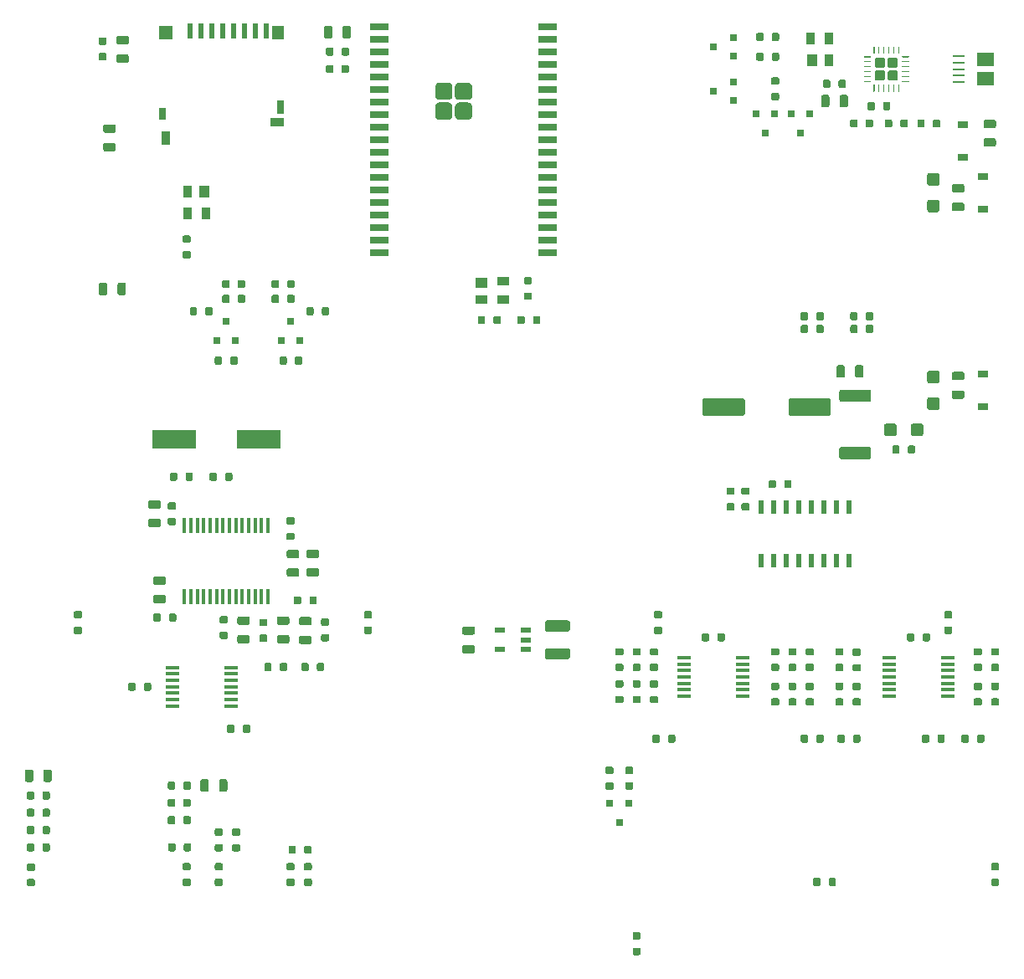
<source format=gtp>
G04 #@! TF.GenerationSoftware,KiCad,Pcbnew,(5.1.0)-1*
G04 #@! TF.CreationDate,2019-04-27T10:23:22+02:00*
G04 #@! TF.ProjectId,ESP32-Eurorack-Audio,45535033-322d-4457-9572-6f7261636b2d,C*
G04 #@! TF.SameCoordinates,Original*
G04 #@! TF.FileFunction,Paste,Top*
G04 #@! TF.FilePolarity,Positive*
%FSLAX46Y46*%
G04 Gerber Fmt 4.6, Leading zero omitted, Abs format (unit mm)*
G04 Created by KiCad (PCBNEW (5.1.0)-1) date 2019-04-27 10:23:22*
%MOMM*%
%LPD*%
G04 APERTURE LIST*
%ADD10C,0.100000*%
%ADD11C,1.050000*%
%ADD12C,0.123000*%
%ADD13R,0.673000X0.773000*%
%ADD14C,0.748000*%
%ADD15C,1.223000*%
%ADD16C,1.773000*%
%ADD17C,1.750000*%
%ADD18R,1.873000X0.773000*%
%ADD19C,0.848000*%
%ADD20R,1.073000X0.773000*%
%ADD21R,1.073000X1.273000*%
%ADD22R,0.873000X1.273000*%
%ADD23R,1.273000X1.073000*%
%ADD24R,1.273000X0.873000*%
%ADD25R,1.773000X1.373000*%
%ADD26R,1.223000X0.273000*%
%ADD27R,0.573000X1.623000*%
%ADD28R,1.173000X1.373000*%
%ADD29R,0.673000X1.373000*%
%ADD30R,1.323000X0.873000*%
%ADD31R,0.673000X1.273000*%
%ADD32R,1.373000X1.373000*%
%ADD33R,0.873000X1.423000*%
%ADD34R,0.773000X0.673000*%
%ADD35R,1.093000X0.523000*%
%ADD36R,0.323000X1.623000*%
%ADD37R,1.323000X0.323000*%
%ADD38R,0.473000X1.373000*%
%ADD39R,4.373000X1.873000*%
%ADD40C,1.123000*%
G04 APERTURE END LIST*
D10*
G36*
X174249505Y-40476204D02*
G01*
X174273773Y-40479804D01*
X174297572Y-40485765D01*
X174320671Y-40494030D01*
X174342850Y-40504520D01*
X174363893Y-40517132D01*
X174383599Y-40531747D01*
X174401777Y-40548223D01*
X174418253Y-40566401D01*
X174432868Y-40586107D01*
X174445480Y-40607150D01*
X174455970Y-40629329D01*
X174464235Y-40652428D01*
X174470196Y-40676227D01*
X174473796Y-40700495D01*
X174475000Y-40724999D01*
X174475000Y-41275001D01*
X174473796Y-41299505D01*
X174470196Y-41323773D01*
X174464235Y-41347572D01*
X174455970Y-41370671D01*
X174445480Y-41392850D01*
X174432868Y-41413893D01*
X174418253Y-41433599D01*
X174401777Y-41451777D01*
X174383599Y-41468253D01*
X174363893Y-41482868D01*
X174342850Y-41495480D01*
X174320671Y-41505970D01*
X174297572Y-41514235D01*
X174273773Y-41520196D01*
X174249505Y-41523796D01*
X174225001Y-41525000D01*
X173674999Y-41525000D01*
X173650495Y-41523796D01*
X173626227Y-41520196D01*
X173602428Y-41514235D01*
X173579329Y-41505970D01*
X173557150Y-41495480D01*
X173536107Y-41482868D01*
X173516401Y-41468253D01*
X173498223Y-41451777D01*
X173481747Y-41433599D01*
X173467132Y-41413893D01*
X173454520Y-41392850D01*
X173444030Y-41370671D01*
X173435765Y-41347572D01*
X173429804Y-41323773D01*
X173426204Y-41299505D01*
X173425000Y-41275001D01*
X173425000Y-40724999D01*
X173426204Y-40700495D01*
X173429804Y-40676227D01*
X173435765Y-40652428D01*
X173444030Y-40629329D01*
X173454520Y-40607150D01*
X173467132Y-40586107D01*
X173481747Y-40566401D01*
X173498223Y-40548223D01*
X173516401Y-40531747D01*
X173536107Y-40517132D01*
X173557150Y-40504520D01*
X173579329Y-40494030D01*
X173602428Y-40485765D01*
X173626227Y-40479804D01*
X173650495Y-40476204D01*
X173674999Y-40475000D01*
X174225001Y-40475000D01*
X174249505Y-40476204D01*
X174249505Y-40476204D01*
G37*
D11*
X173950000Y-41000000D03*
D10*
G36*
X174249505Y-41776204D02*
G01*
X174273773Y-41779804D01*
X174297572Y-41785765D01*
X174320671Y-41794030D01*
X174342850Y-41804520D01*
X174363893Y-41817132D01*
X174383599Y-41831747D01*
X174401777Y-41848223D01*
X174418253Y-41866401D01*
X174432868Y-41886107D01*
X174445480Y-41907150D01*
X174455970Y-41929329D01*
X174464235Y-41952428D01*
X174470196Y-41976227D01*
X174473796Y-42000495D01*
X174475000Y-42024999D01*
X174475000Y-42575001D01*
X174473796Y-42599505D01*
X174470196Y-42623773D01*
X174464235Y-42647572D01*
X174455970Y-42670671D01*
X174445480Y-42692850D01*
X174432868Y-42713893D01*
X174418253Y-42733599D01*
X174401777Y-42751777D01*
X174383599Y-42768253D01*
X174363893Y-42782868D01*
X174342850Y-42795480D01*
X174320671Y-42805970D01*
X174297572Y-42814235D01*
X174273773Y-42820196D01*
X174249505Y-42823796D01*
X174225001Y-42825000D01*
X173674999Y-42825000D01*
X173650495Y-42823796D01*
X173626227Y-42820196D01*
X173602428Y-42814235D01*
X173579329Y-42805970D01*
X173557150Y-42795480D01*
X173536107Y-42782868D01*
X173516401Y-42768253D01*
X173498223Y-42751777D01*
X173481747Y-42733599D01*
X173467132Y-42713893D01*
X173454520Y-42692850D01*
X173444030Y-42670671D01*
X173435765Y-42647572D01*
X173429804Y-42623773D01*
X173426204Y-42599505D01*
X173425000Y-42575001D01*
X173425000Y-42024999D01*
X173426204Y-42000495D01*
X173429804Y-41976227D01*
X173435765Y-41952428D01*
X173444030Y-41929329D01*
X173454520Y-41907150D01*
X173467132Y-41886107D01*
X173481747Y-41866401D01*
X173498223Y-41848223D01*
X173516401Y-41831747D01*
X173536107Y-41817132D01*
X173557150Y-41804520D01*
X173579329Y-41794030D01*
X173602428Y-41785765D01*
X173626227Y-41779804D01*
X173650495Y-41776204D01*
X173674999Y-41775000D01*
X174225001Y-41775000D01*
X174249505Y-41776204D01*
X174249505Y-41776204D01*
G37*
D11*
X173950000Y-42300000D03*
D10*
G36*
X175549505Y-40476204D02*
G01*
X175573773Y-40479804D01*
X175597572Y-40485765D01*
X175620671Y-40494030D01*
X175642850Y-40504520D01*
X175663893Y-40517132D01*
X175683599Y-40531747D01*
X175701777Y-40548223D01*
X175718253Y-40566401D01*
X175732868Y-40586107D01*
X175745480Y-40607150D01*
X175755970Y-40629329D01*
X175764235Y-40652428D01*
X175770196Y-40676227D01*
X175773796Y-40700495D01*
X175775000Y-40724999D01*
X175775000Y-41275001D01*
X175773796Y-41299505D01*
X175770196Y-41323773D01*
X175764235Y-41347572D01*
X175755970Y-41370671D01*
X175745480Y-41392850D01*
X175732868Y-41413893D01*
X175718253Y-41433599D01*
X175701777Y-41451777D01*
X175683599Y-41468253D01*
X175663893Y-41482868D01*
X175642850Y-41495480D01*
X175620671Y-41505970D01*
X175597572Y-41514235D01*
X175573773Y-41520196D01*
X175549505Y-41523796D01*
X175525001Y-41525000D01*
X174974999Y-41525000D01*
X174950495Y-41523796D01*
X174926227Y-41520196D01*
X174902428Y-41514235D01*
X174879329Y-41505970D01*
X174857150Y-41495480D01*
X174836107Y-41482868D01*
X174816401Y-41468253D01*
X174798223Y-41451777D01*
X174781747Y-41433599D01*
X174767132Y-41413893D01*
X174754520Y-41392850D01*
X174744030Y-41370671D01*
X174735765Y-41347572D01*
X174729804Y-41323773D01*
X174726204Y-41299505D01*
X174725000Y-41275001D01*
X174725000Y-40724999D01*
X174726204Y-40700495D01*
X174729804Y-40676227D01*
X174735765Y-40652428D01*
X174744030Y-40629329D01*
X174754520Y-40607150D01*
X174767132Y-40586107D01*
X174781747Y-40566401D01*
X174798223Y-40548223D01*
X174816401Y-40531747D01*
X174836107Y-40517132D01*
X174857150Y-40504520D01*
X174879329Y-40494030D01*
X174902428Y-40485765D01*
X174926227Y-40479804D01*
X174950495Y-40476204D01*
X174974999Y-40475000D01*
X175525001Y-40475000D01*
X175549505Y-40476204D01*
X175549505Y-40476204D01*
G37*
D11*
X175250000Y-41000000D03*
D10*
G36*
X175549505Y-41776204D02*
G01*
X175573773Y-41779804D01*
X175597572Y-41785765D01*
X175620671Y-41794030D01*
X175642850Y-41804520D01*
X175663893Y-41817132D01*
X175683599Y-41831747D01*
X175701777Y-41848223D01*
X175718253Y-41866401D01*
X175732868Y-41886107D01*
X175745480Y-41907150D01*
X175755970Y-41929329D01*
X175764235Y-41952428D01*
X175770196Y-41976227D01*
X175773796Y-42000495D01*
X175775000Y-42024999D01*
X175775000Y-42575001D01*
X175773796Y-42599505D01*
X175770196Y-42623773D01*
X175764235Y-42647572D01*
X175755970Y-42670671D01*
X175745480Y-42692850D01*
X175732868Y-42713893D01*
X175718253Y-42733599D01*
X175701777Y-42751777D01*
X175683599Y-42768253D01*
X175663893Y-42782868D01*
X175642850Y-42795480D01*
X175620671Y-42805970D01*
X175597572Y-42814235D01*
X175573773Y-42820196D01*
X175549505Y-42823796D01*
X175525001Y-42825000D01*
X174974999Y-42825000D01*
X174950495Y-42823796D01*
X174926227Y-42820196D01*
X174902428Y-42814235D01*
X174879329Y-42805970D01*
X174857150Y-42795480D01*
X174836107Y-42782868D01*
X174816401Y-42768253D01*
X174798223Y-42751777D01*
X174781747Y-42733599D01*
X174767132Y-42713893D01*
X174754520Y-42692850D01*
X174744030Y-42670671D01*
X174735765Y-42647572D01*
X174729804Y-42623773D01*
X174726204Y-42599505D01*
X174725000Y-42575001D01*
X174725000Y-42024999D01*
X174726204Y-42000495D01*
X174729804Y-41976227D01*
X174735765Y-41952428D01*
X174744030Y-41929329D01*
X174754520Y-41907150D01*
X174767132Y-41886107D01*
X174781747Y-41866401D01*
X174798223Y-41848223D01*
X174816401Y-41831747D01*
X174836107Y-41817132D01*
X174857150Y-41804520D01*
X174879329Y-41794030D01*
X174902428Y-41785765D01*
X174926227Y-41779804D01*
X174950495Y-41776204D01*
X174974999Y-41775000D01*
X175525001Y-41775000D01*
X175549505Y-41776204D01*
X175549505Y-41776204D01*
G37*
D11*
X175250000Y-42300000D03*
D10*
G36*
X172983764Y-40338648D02*
G01*
X172986749Y-40339091D01*
X172989676Y-40339824D01*
X172992518Y-40340841D01*
X172995245Y-40342131D01*
X172997834Y-40343682D01*
X173000258Y-40345480D01*
X173002494Y-40347506D01*
X173004520Y-40349742D01*
X173006318Y-40352166D01*
X173007869Y-40354755D01*
X173009159Y-40357482D01*
X173010176Y-40360324D01*
X173010909Y-40363251D01*
X173011352Y-40366236D01*
X173011500Y-40369250D01*
X173011500Y-40430750D01*
X173011352Y-40433764D01*
X173010909Y-40436749D01*
X173010176Y-40439676D01*
X173009159Y-40442518D01*
X173007869Y-40445245D01*
X173006318Y-40447834D01*
X173004520Y-40450258D01*
X173002494Y-40452494D01*
X173000258Y-40454520D01*
X172997834Y-40456318D01*
X172995245Y-40457869D01*
X172992518Y-40459159D01*
X172989676Y-40460176D01*
X172986749Y-40460909D01*
X172983764Y-40461352D01*
X172980750Y-40461500D01*
X172344250Y-40461500D01*
X172341236Y-40461352D01*
X172338251Y-40460909D01*
X172335324Y-40460176D01*
X172332482Y-40459159D01*
X172329755Y-40457869D01*
X172327166Y-40456318D01*
X172324742Y-40454520D01*
X172322506Y-40452494D01*
X172320480Y-40450258D01*
X172318682Y-40447834D01*
X172317131Y-40445245D01*
X172315841Y-40442518D01*
X172314824Y-40439676D01*
X172314091Y-40436749D01*
X172313648Y-40433764D01*
X172313500Y-40430750D01*
X172313500Y-40369250D01*
X172313648Y-40366236D01*
X172314091Y-40363251D01*
X172314824Y-40360324D01*
X172315841Y-40357482D01*
X172317131Y-40354755D01*
X172318682Y-40352166D01*
X172320480Y-40349742D01*
X172322506Y-40347506D01*
X172324742Y-40345480D01*
X172327166Y-40343682D01*
X172329755Y-40342131D01*
X172332482Y-40340841D01*
X172335324Y-40339824D01*
X172338251Y-40339091D01*
X172341236Y-40338648D01*
X172344250Y-40338500D01*
X172980750Y-40338500D01*
X172983764Y-40338648D01*
X172983764Y-40338648D01*
G37*
D12*
X172662500Y-40400000D03*
D10*
G36*
X172983764Y-40838648D02*
G01*
X172986749Y-40839091D01*
X172989676Y-40839824D01*
X172992518Y-40840841D01*
X172995245Y-40842131D01*
X172997834Y-40843682D01*
X173000258Y-40845480D01*
X173002494Y-40847506D01*
X173004520Y-40849742D01*
X173006318Y-40852166D01*
X173007869Y-40854755D01*
X173009159Y-40857482D01*
X173010176Y-40860324D01*
X173010909Y-40863251D01*
X173011352Y-40866236D01*
X173011500Y-40869250D01*
X173011500Y-40930750D01*
X173011352Y-40933764D01*
X173010909Y-40936749D01*
X173010176Y-40939676D01*
X173009159Y-40942518D01*
X173007869Y-40945245D01*
X173006318Y-40947834D01*
X173004520Y-40950258D01*
X173002494Y-40952494D01*
X173000258Y-40954520D01*
X172997834Y-40956318D01*
X172995245Y-40957869D01*
X172992518Y-40959159D01*
X172989676Y-40960176D01*
X172986749Y-40960909D01*
X172983764Y-40961352D01*
X172980750Y-40961500D01*
X172344250Y-40961500D01*
X172341236Y-40961352D01*
X172338251Y-40960909D01*
X172335324Y-40960176D01*
X172332482Y-40959159D01*
X172329755Y-40957869D01*
X172327166Y-40956318D01*
X172324742Y-40954520D01*
X172322506Y-40952494D01*
X172320480Y-40950258D01*
X172318682Y-40947834D01*
X172317131Y-40945245D01*
X172315841Y-40942518D01*
X172314824Y-40939676D01*
X172314091Y-40936749D01*
X172313648Y-40933764D01*
X172313500Y-40930750D01*
X172313500Y-40869250D01*
X172313648Y-40866236D01*
X172314091Y-40863251D01*
X172314824Y-40860324D01*
X172315841Y-40857482D01*
X172317131Y-40854755D01*
X172318682Y-40852166D01*
X172320480Y-40849742D01*
X172322506Y-40847506D01*
X172324742Y-40845480D01*
X172327166Y-40843682D01*
X172329755Y-40842131D01*
X172332482Y-40840841D01*
X172335324Y-40839824D01*
X172338251Y-40839091D01*
X172341236Y-40838648D01*
X172344250Y-40838500D01*
X172980750Y-40838500D01*
X172983764Y-40838648D01*
X172983764Y-40838648D01*
G37*
D12*
X172662500Y-40900000D03*
D10*
G36*
X172983764Y-41338648D02*
G01*
X172986749Y-41339091D01*
X172989676Y-41339824D01*
X172992518Y-41340841D01*
X172995245Y-41342131D01*
X172997834Y-41343682D01*
X173000258Y-41345480D01*
X173002494Y-41347506D01*
X173004520Y-41349742D01*
X173006318Y-41352166D01*
X173007869Y-41354755D01*
X173009159Y-41357482D01*
X173010176Y-41360324D01*
X173010909Y-41363251D01*
X173011352Y-41366236D01*
X173011500Y-41369250D01*
X173011500Y-41430750D01*
X173011352Y-41433764D01*
X173010909Y-41436749D01*
X173010176Y-41439676D01*
X173009159Y-41442518D01*
X173007869Y-41445245D01*
X173006318Y-41447834D01*
X173004520Y-41450258D01*
X173002494Y-41452494D01*
X173000258Y-41454520D01*
X172997834Y-41456318D01*
X172995245Y-41457869D01*
X172992518Y-41459159D01*
X172989676Y-41460176D01*
X172986749Y-41460909D01*
X172983764Y-41461352D01*
X172980750Y-41461500D01*
X172344250Y-41461500D01*
X172341236Y-41461352D01*
X172338251Y-41460909D01*
X172335324Y-41460176D01*
X172332482Y-41459159D01*
X172329755Y-41457869D01*
X172327166Y-41456318D01*
X172324742Y-41454520D01*
X172322506Y-41452494D01*
X172320480Y-41450258D01*
X172318682Y-41447834D01*
X172317131Y-41445245D01*
X172315841Y-41442518D01*
X172314824Y-41439676D01*
X172314091Y-41436749D01*
X172313648Y-41433764D01*
X172313500Y-41430750D01*
X172313500Y-41369250D01*
X172313648Y-41366236D01*
X172314091Y-41363251D01*
X172314824Y-41360324D01*
X172315841Y-41357482D01*
X172317131Y-41354755D01*
X172318682Y-41352166D01*
X172320480Y-41349742D01*
X172322506Y-41347506D01*
X172324742Y-41345480D01*
X172327166Y-41343682D01*
X172329755Y-41342131D01*
X172332482Y-41340841D01*
X172335324Y-41339824D01*
X172338251Y-41339091D01*
X172341236Y-41338648D01*
X172344250Y-41338500D01*
X172980750Y-41338500D01*
X172983764Y-41338648D01*
X172983764Y-41338648D01*
G37*
D12*
X172662500Y-41400000D03*
D10*
G36*
X172983764Y-41838648D02*
G01*
X172986749Y-41839091D01*
X172989676Y-41839824D01*
X172992518Y-41840841D01*
X172995245Y-41842131D01*
X172997834Y-41843682D01*
X173000258Y-41845480D01*
X173002494Y-41847506D01*
X173004520Y-41849742D01*
X173006318Y-41852166D01*
X173007869Y-41854755D01*
X173009159Y-41857482D01*
X173010176Y-41860324D01*
X173010909Y-41863251D01*
X173011352Y-41866236D01*
X173011500Y-41869250D01*
X173011500Y-41930750D01*
X173011352Y-41933764D01*
X173010909Y-41936749D01*
X173010176Y-41939676D01*
X173009159Y-41942518D01*
X173007869Y-41945245D01*
X173006318Y-41947834D01*
X173004520Y-41950258D01*
X173002494Y-41952494D01*
X173000258Y-41954520D01*
X172997834Y-41956318D01*
X172995245Y-41957869D01*
X172992518Y-41959159D01*
X172989676Y-41960176D01*
X172986749Y-41960909D01*
X172983764Y-41961352D01*
X172980750Y-41961500D01*
X172344250Y-41961500D01*
X172341236Y-41961352D01*
X172338251Y-41960909D01*
X172335324Y-41960176D01*
X172332482Y-41959159D01*
X172329755Y-41957869D01*
X172327166Y-41956318D01*
X172324742Y-41954520D01*
X172322506Y-41952494D01*
X172320480Y-41950258D01*
X172318682Y-41947834D01*
X172317131Y-41945245D01*
X172315841Y-41942518D01*
X172314824Y-41939676D01*
X172314091Y-41936749D01*
X172313648Y-41933764D01*
X172313500Y-41930750D01*
X172313500Y-41869250D01*
X172313648Y-41866236D01*
X172314091Y-41863251D01*
X172314824Y-41860324D01*
X172315841Y-41857482D01*
X172317131Y-41854755D01*
X172318682Y-41852166D01*
X172320480Y-41849742D01*
X172322506Y-41847506D01*
X172324742Y-41845480D01*
X172327166Y-41843682D01*
X172329755Y-41842131D01*
X172332482Y-41840841D01*
X172335324Y-41839824D01*
X172338251Y-41839091D01*
X172341236Y-41838648D01*
X172344250Y-41838500D01*
X172980750Y-41838500D01*
X172983764Y-41838648D01*
X172983764Y-41838648D01*
G37*
D12*
X172662500Y-41900000D03*
D10*
G36*
X172983764Y-42338648D02*
G01*
X172986749Y-42339091D01*
X172989676Y-42339824D01*
X172992518Y-42340841D01*
X172995245Y-42342131D01*
X172997834Y-42343682D01*
X173000258Y-42345480D01*
X173002494Y-42347506D01*
X173004520Y-42349742D01*
X173006318Y-42352166D01*
X173007869Y-42354755D01*
X173009159Y-42357482D01*
X173010176Y-42360324D01*
X173010909Y-42363251D01*
X173011352Y-42366236D01*
X173011500Y-42369250D01*
X173011500Y-42430750D01*
X173011352Y-42433764D01*
X173010909Y-42436749D01*
X173010176Y-42439676D01*
X173009159Y-42442518D01*
X173007869Y-42445245D01*
X173006318Y-42447834D01*
X173004520Y-42450258D01*
X173002494Y-42452494D01*
X173000258Y-42454520D01*
X172997834Y-42456318D01*
X172995245Y-42457869D01*
X172992518Y-42459159D01*
X172989676Y-42460176D01*
X172986749Y-42460909D01*
X172983764Y-42461352D01*
X172980750Y-42461500D01*
X172344250Y-42461500D01*
X172341236Y-42461352D01*
X172338251Y-42460909D01*
X172335324Y-42460176D01*
X172332482Y-42459159D01*
X172329755Y-42457869D01*
X172327166Y-42456318D01*
X172324742Y-42454520D01*
X172322506Y-42452494D01*
X172320480Y-42450258D01*
X172318682Y-42447834D01*
X172317131Y-42445245D01*
X172315841Y-42442518D01*
X172314824Y-42439676D01*
X172314091Y-42436749D01*
X172313648Y-42433764D01*
X172313500Y-42430750D01*
X172313500Y-42369250D01*
X172313648Y-42366236D01*
X172314091Y-42363251D01*
X172314824Y-42360324D01*
X172315841Y-42357482D01*
X172317131Y-42354755D01*
X172318682Y-42352166D01*
X172320480Y-42349742D01*
X172322506Y-42347506D01*
X172324742Y-42345480D01*
X172327166Y-42343682D01*
X172329755Y-42342131D01*
X172332482Y-42340841D01*
X172335324Y-42339824D01*
X172338251Y-42339091D01*
X172341236Y-42338648D01*
X172344250Y-42338500D01*
X172980750Y-42338500D01*
X172983764Y-42338648D01*
X172983764Y-42338648D01*
G37*
D12*
X172662500Y-42400000D03*
D10*
G36*
X172983764Y-42838648D02*
G01*
X172986749Y-42839091D01*
X172989676Y-42839824D01*
X172992518Y-42840841D01*
X172995245Y-42842131D01*
X172997834Y-42843682D01*
X173000258Y-42845480D01*
X173002494Y-42847506D01*
X173004520Y-42849742D01*
X173006318Y-42852166D01*
X173007869Y-42854755D01*
X173009159Y-42857482D01*
X173010176Y-42860324D01*
X173010909Y-42863251D01*
X173011352Y-42866236D01*
X173011500Y-42869250D01*
X173011500Y-42930750D01*
X173011352Y-42933764D01*
X173010909Y-42936749D01*
X173010176Y-42939676D01*
X173009159Y-42942518D01*
X173007869Y-42945245D01*
X173006318Y-42947834D01*
X173004520Y-42950258D01*
X173002494Y-42952494D01*
X173000258Y-42954520D01*
X172997834Y-42956318D01*
X172995245Y-42957869D01*
X172992518Y-42959159D01*
X172989676Y-42960176D01*
X172986749Y-42960909D01*
X172983764Y-42961352D01*
X172980750Y-42961500D01*
X172344250Y-42961500D01*
X172341236Y-42961352D01*
X172338251Y-42960909D01*
X172335324Y-42960176D01*
X172332482Y-42959159D01*
X172329755Y-42957869D01*
X172327166Y-42956318D01*
X172324742Y-42954520D01*
X172322506Y-42952494D01*
X172320480Y-42950258D01*
X172318682Y-42947834D01*
X172317131Y-42945245D01*
X172315841Y-42942518D01*
X172314824Y-42939676D01*
X172314091Y-42936749D01*
X172313648Y-42933764D01*
X172313500Y-42930750D01*
X172313500Y-42869250D01*
X172313648Y-42866236D01*
X172314091Y-42863251D01*
X172314824Y-42860324D01*
X172315841Y-42857482D01*
X172317131Y-42854755D01*
X172318682Y-42852166D01*
X172320480Y-42849742D01*
X172322506Y-42847506D01*
X172324742Y-42845480D01*
X172327166Y-42843682D01*
X172329755Y-42842131D01*
X172332482Y-42840841D01*
X172335324Y-42839824D01*
X172338251Y-42839091D01*
X172341236Y-42838648D01*
X172344250Y-42838500D01*
X172980750Y-42838500D01*
X172983764Y-42838648D01*
X172983764Y-42838648D01*
G37*
D12*
X172662500Y-42900000D03*
D10*
G36*
X173383764Y-43238648D02*
G01*
X173386749Y-43239091D01*
X173389676Y-43239824D01*
X173392518Y-43240841D01*
X173395245Y-43242131D01*
X173397834Y-43243682D01*
X173400258Y-43245480D01*
X173402494Y-43247506D01*
X173404520Y-43249742D01*
X173406318Y-43252166D01*
X173407869Y-43254755D01*
X173409159Y-43257482D01*
X173410176Y-43260324D01*
X173410909Y-43263251D01*
X173411352Y-43266236D01*
X173411500Y-43269250D01*
X173411500Y-43905750D01*
X173411352Y-43908764D01*
X173410909Y-43911749D01*
X173410176Y-43914676D01*
X173409159Y-43917518D01*
X173407869Y-43920245D01*
X173406318Y-43922834D01*
X173404520Y-43925258D01*
X173402494Y-43927494D01*
X173400258Y-43929520D01*
X173397834Y-43931318D01*
X173395245Y-43932869D01*
X173392518Y-43934159D01*
X173389676Y-43935176D01*
X173386749Y-43935909D01*
X173383764Y-43936352D01*
X173380750Y-43936500D01*
X173319250Y-43936500D01*
X173316236Y-43936352D01*
X173313251Y-43935909D01*
X173310324Y-43935176D01*
X173307482Y-43934159D01*
X173304755Y-43932869D01*
X173302166Y-43931318D01*
X173299742Y-43929520D01*
X173297506Y-43927494D01*
X173295480Y-43925258D01*
X173293682Y-43922834D01*
X173292131Y-43920245D01*
X173290841Y-43917518D01*
X173289824Y-43914676D01*
X173289091Y-43911749D01*
X173288648Y-43908764D01*
X173288500Y-43905750D01*
X173288500Y-43269250D01*
X173288648Y-43266236D01*
X173289091Y-43263251D01*
X173289824Y-43260324D01*
X173290841Y-43257482D01*
X173292131Y-43254755D01*
X173293682Y-43252166D01*
X173295480Y-43249742D01*
X173297506Y-43247506D01*
X173299742Y-43245480D01*
X173302166Y-43243682D01*
X173304755Y-43242131D01*
X173307482Y-43240841D01*
X173310324Y-43239824D01*
X173313251Y-43239091D01*
X173316236Y-43238648D01*
X173319250Y-43238500D01*
X173380750Y-43238500D01*
X173383764Y-43238648D01*
X173383764Y-43238648D01*
G37*
D12*
X173350000Y-43587500D03*
D10*
G36*
X173883764Y-43238648D02*
G01*
X173886749Y-43239091D01*
X173889676Y-43239824D01*
X173892518Y-43240841D01*
X173895245Y-43242131D01*
X173897834Y-43243682D01*
X173900258Y-43245480D01*
X173902494Y-43247506D01*
X173904520Y-43249742D01*
X173906318Y-43252166D01*
X173907869Y-43254755D01*
X173909159Y-43257482D01*
X173910176Y-43260324D01*
X173910909Y-43263251D01*
X173911352Y-43266236D01*
X173911500Y-43269250D01*
X173911500Y-43905750D01*
X173911352Y-43908764D01*
X173910909Y-43911749D01*
X173910176Y-43914676D01*
X173909159Y-43917518D01*
X173907869Y-43920245D01*
X173906318Y-43922834D01*
X173904520Y-43925258D01*
X173902494Y-43927494D01*
X173900258Y-43929520D01*
X173897834Y-43931318D01*
X173895245Y-43932869D01*
X173892518Y-43934159D01*
X173889676Y-43935176D01*
X173886749Y-43935909D01*
X173883764Y-43936352D01*
X173880750Y-43936500D01*
X173819250Y-43936500D01*
X173816236Y-43936352D01*
X173813251Y-43935909D01*
X173810324Y-43935176D01*
X173807482Y-43934159D01*
X173804755Y-43932869D01*
X173802166Y-43931318D01*
X173799742Y-43929520D01*
X173797506Y-43927494D01*
X173795480Y-43925258D01*
X173793682Y-43922834D01*
X173792131Y-43920245D01*
X173790841Y-43917518D01*
X173789824Y-43914676D01*
X173789091Y-43911749D01*
X173788648Y-43908764D01*
X173788500Y-43905750D01*
X173788500Y-43269250D01*
X173788648Y-43266236D01*
X173789091Y-43263251D01*
X173789824Y-43260324D01*
X173790841Y-43257482D01*
X173792131Y-43254755D01*
X173793682Y-43252166D01*
X173795480Y-43249742D01*
X173797506Y-43247506D01*
X173799742Y-43245480D01*
X173802166Y-43243682D01*
X173804755Y-43242131D01*
X173807482Y-43240841D01*
X173810324Y-43239824D01*
X173813251Y-43239091D01*
X173816236Y-43238648D01*
X173819250Y-43238500D01*
X173880750Y-43238500D01*
X173883764Y-43238648D01*
X173883764Y-43238648D01*
G37*
D12*
X173850000Y-43587500D03*
D10*
G36*
X174383764Y-43238648D02*
G01*
X174386749Y-43239091D01*
X174389676Y-43239824D01*
X174392518Y-43240841D01*
X174395245Y-43242131D01*
X174397834Y-43243682D01*
X174400258Y-43245480D01*
X174402494Y-43247506D01*
X174404520Y-43249742D01*
X174406318Y-43252166D01*
X174407869Y-43254755D01*
X174409159Y-43257482D01*
X174410176Y-43260324D01*
X174410909Y-43263251D01*
X174411352Y-43266236D01*
X174411500Y-43269250D01*
X174411500Y-43905750D01*
X174411352Y-43908764D01*
X174410909Y-43911749D01*
X174410176Y-43914676D01*
X174409159Y-43917518D01*
X174407869Y-43920245D01*
X174406318Y-43922834D01*
X174404520Y-43925258D01*
X174402494Y-43927494D01*
X174400258Y-43929520D01*
X174397834Y-43931318D01*
X174395245Y-43932869D01*
X174392518Y-43934159D01*
X174389676Y-43935176D01*
X174386749Y-43935909D01*
X174383764Y-43936352D01*
X174380750Y-43936500D01*
X174319250Y-43936500D01*
X174316236Y-43936352D01*
X174313251Y-43935909D01*
X174310324Y-43935176D01*
X174307482Y-43934159D01*
X174304755Y-43932869D01*
X174302166Y-43931318D01*
X174299742Y-43929520D01*
X174297506Y-43927494D01*
X174295480Y-43925258D01*
X174293682Y-43922834D01*
X174292131Y-43920245D01*
X174290841Y-43917518D01*
X174289824Y-43914676D01*
X174289091Y-43911749D01*
X174288648Y-43908764D01*
X174288500Y-43905750D01*
X174288500Y-43269250D01*
X174288648Y-43266236D01*
X174289091Y-43263251D01*
X174289824Y-43260324D01*
X174290841Y-43257482D01*
X174292131Y-43254755D01*
X174293682Y-43252166D01*
X174295480Y-43249742D01*
X174297506Y-43247506D01*
X174299742Y-43245480D01*
X174302166Y-43243682D01*
X174304755Y-43242131D01*
X174307482Y-43240841D01*
X174310324Y-43239824D01*
X174313251Y-43239091D01*
X174316236Y-43238648D01*
X174319250Y-43238500D01*
X174380750Y-43238500D01*
X174383764Y-43238648D01*
X174383764Y-43238648D01*
G37*
D12*
X174350000Y-43587500D03*
D10*
G36*
X174883764Y-43238648D02*
G01*
X174886749Y-43239091D01*
X174889676Y-43239824D01*
X174892518Y-43240841D01*
X174895245Y-43242131D01*
X174897834Y-43243682D01*
X174900258Y-43245480D01*
X174902494Y-43247506D01*
X174904520Y-43249742D01*
X174906318Y-43252166D01*
X174907869Y-43254755D01*
X174909159Y-43257482D01*
X174910176Y-43260324D01*
X174910909Y-43263251D01*
X174911352Y-43266236D01*
X174911500Y-43269250D01*
X174911500Y-43905750D01*
X174911352Y-43908764D01*
X174910909Y-43911749D01*
X174910176Y-43914676D01*
X174909159Y-43917518D01*
X174907869Y-43920245D01*
X174906318Y-43922834D01*
X174904520Y-43925258D01*
X174902494Y-43927494D01*
X174900258Y-43929520D01*
X174897834Y-43931318D01*
X174895245Y-43932869D01*
X174892518Y-43934159D01*
X174889676Y-43935176D01*
X174886749Y-43935909D01*
X174883764Y-43936352D01*
X174880750Y-43936500D01*
X174819250Y-43936500D01*
X174816236Y-43936352D01*
X174813251Y-43935909D01*
X174810324Y-43935176D01*
X174807482Y-43934159D01*
X174804755Y-43932869D01*
X174802166Y-43931318D01*
X174799742Y-43929520D01*
X174797506Y-43927494D01*
X174795480Y-43925258D01*
X174793682Y-43922834D01*
X174792131Y-43920245D01*
X174790841Y-43917518D01*
X174789824Y-43914676D01*
X174789091Y-43911749D01*
X174788648Y-43908764D01*
X174788500Y-43905750D01*
X174788500Y-43269250D01*
X174788648Y-43266236D01*
X174789091Y-43263251D01*
X174789824Y-43260324D01*
X174790841Y-43257482D01*
X174792131Y-43254755D01*
X174793682Y-43252166D01*
X174795480Y-43249742D01*
X174797506Y-43247506D01*
X174799742Y-43245480D01*
X174802166Y-43243682D01*
X174804755Y-43242131D01*
X174807482Y-43240841D01*
X174810324Y-43239824D01*
X174813251Y-43239091D01*
X174816236Y-43238648D01*
X174819250Y-43238500D01*
X174880750Y-43238500D01*
X174883764Y-43238648D01*
X174883764Y-43238648D01*
G37*
D12*
X174850000Y-43587500D03*
D10*
G36*
X175383764Y-43238648D02*
G01*
X175386749Y-43239091D01*
X175389676Y-43239824D01*
X175392518Y-43240841D01*
X175395245Y-43242131D01*
X175397834Y-43243682D01*
X175400258Y-43245480D01*
X175402494Y-43247506D01*
X175404520Y-43249742D01*
X175406318Y-43252166D01*
X175407869Y-43254755D01*
X175409159Y-43257482D01*
X175410176Y-43260324D01*
X175410909Y-43263251D01*
X175411352Y-43266236D01*
X175411500Y-43269250D01*
X175411500Y-43905750D01*
X175411352Y-43908764D01*
X175410909Y-43911749D01*
X175410176Y-43914676D01*
X175409159Y-43917518D01*
X175407869Y-43920245D01*
X175406318Y-43922834D01*
X175404520Y-43925258D01*
X175402494Y-43927494D01*
X175400258Y-43929520D01*
X175397834Y-43931318D01*
X175395245Y-43932869D01*
X175392518Y-43934159D01*
X175389676Y-43935176D01*
X175386749Y-43935909D01*
X175383764Y-43936352D01*
X175380750Y-43936500D01*
X175319250Y-43936500D01*
X175316236Y-43936352D01*
X175313251Y-43935909D01*
X175310324Y-43935176D01*
X175307482Y-43934159D01*
X175304755Y-43932869D01*
X175302166Y-43931318D01*
X175299742Y-43929520D01*
X175297506Y-43927494D01*
X175295480Y-43925258D01*
X175293682Y-43922834D01*
X175292131Y-43920245D01*
X175290841Y-43917518D01*
X175289824Y-43914676D01*
X175289091Y-43911749D01*
X175288648Y-43908764D01*
X175288500Y-43905750D01*
X175288500Y-43269250D01*
X175288648Y-43266236D01*
X175289091Y-43263251D01*
X175289824Y-43260324D01*
X175290841Y-43257482D01*
X175292131Y-43254755D01*
X175293682Y-43252166D01*
X175295480Y-43249742D01*
X175297506Y-43247506D01*
X175299742Y-43245480D01*
X175302166Y-43243682D01*
X175304755Y-43242131D01*
X175307482Y-43240841D01*
X175310324Y-43239824D01*
X175313251Y-43239091D01*
X175316236Y-43238648D01*
X175319250Y-43238500D01*
X175380750Y-43238500D01*
X175383764Y-43238648D01*
X175383764Y-43238648D01*
G37*
D12*
X175350000Y-43587500D03*
D10*
G36*
X175883764Y-43238648D02*
G01*
X175886749Y-43239091D01*
X175889676Y-43239824D01*
X175892518Y-43240841D01*
X175895245Y-43242131D01*
X175897834Y-43243682D01*
X175900258Y-43245480D01*
X175902494Y-43247506D01*
X175904520Y-43249742D01*
X175906318Y-43252166D01*
X175907869Y-43254755D01*
X175909159Y-43257482D01*
X175910176Y-43260324D01*
X175910909Y-43263251D01*
X175911352Y-43266236D01*
X175911500Y-43269250D01*
X175911500Y-43905750D01*
X175911352Y-43908764D01*
X175910909Y-43911749D01*
X175910176Y-43914676D01*
X175909159Y-43917518D01*
X175907869Y-43920245D01*
X175906318Y-43922834D01*
X175904520Y-43925258D01*
X175902494Y-43927494D01*
X175900258Y-43929520D01*
X175897834Y-43931318D01*
X175895245Y-43932869D01*
X175892518Y-43934159D01*
X175889676Y-43935176D01*
X175886749Y-43935909D01*
X175883764Y-43936352D01*
X175880750Y-43936500D01*
X175819250Y-43936500D01*
X175816236Y-43936352D01*
X175813251Y-43935909D01*
X175810324Y-43935176D01*
X175807482Y-43934159D01*
X175804755Y-43932869D01*
X175802166Y-43931318D01*
X175799742Y-43929520D01*
X175797506Y-43927494D01*
X175795480Y-43925258D01*
X175793682Y-43922834D01*
X175792131Y-43920245D01*
X175790841Y-43917518D01*
X175789824Y-43914676D01*
X175789091Y-43911749D01*
X175788648Y-43908764D01*
X175788500Y-43905750D01*
X175788500Y-43269250D01*
X175788648Y-43266236D01*
X175789091Y-43263251D01*
X175789824Y-43260324D01*
X175790841Y-43257482D01*
X175792131Y-43254755D01*
X175793682Y-43252166D01*
X175795480Y-43249742D01*
X175797506Y-43247506D01*
X175799742Y-43245480D01*
X175802166Y-43243682D01*
X175804755Y-43242131D01*
X175807482Y-43240841D01*
X175810324Y-43239824D01*
X175813251Y-43239091D01*
X175816236Y-43238648D01*
X175819250Y-43238500D01*
X175880750Y-43238500D01*
X175883764Y-43238648D01*
X175883764Y-43238648D01*
G37*
D12*
X175850000Y-43587500D03*
D10*
G36*
X176858764Y-42838648D02*
G01*
X176861749Y-42839091D01*
X176864676Y-42839824D01*
X176867518Y-42840841D01*
X176870245Y-42842131D01*
X176872834Y-42843682D01*
X176875258Y-42845480D01*
X176877494Y-42847506D01*
X176879520Y-42849742D01*
X176881318Y-42852166D01*
X176882869Y-42854755D01*
X176884159Y-42857482D01*
X176885176Y-42860324D01*
X176885909Y-42863251D01*
X176886352Y-42866236D01*
X176886500Y-42869250D01*
X176886500Y-42930750D01*
X176886352Y-42933764D01*
X176885909Y-42936749D01*
X176885176Y-42939676D01*
X176884159Y-42942518D01*
X176882869Y-42945245D01*
X176881318Y-42947834D01*
X176879520Y-42950258D01*
X176877494Y-42952494D01*
X176875258Y-42954520D01*
X176872834Y-42956318D01*
X176870245Y-42957869D01*
X176867518Y-42959159D01*
X176864676Y-42960176D01*
X176861749Y-42960909D01*
X176858764Y-42961352D01*
X176855750Y-42961500D01*
X176219250Y-42961500D01*
X176216236Y-42961352D01*
X176213251Y-42960909D01*
X176210324Y-42960176D01*
X176207482Y-42959159D01*
X176204755Y-42957869D01*
X176202166Y-42956318D01*
X176199742Y-42954520D01*
X176197506Y-42952494D01*
X176195480Y-42950258D01*
X176193682Y-42947834D01*
X176192131Y-42945245D01*
X176190841Y-42942518D01*
X176189824Y-42939676D01*
X176189091Y-42936749D01*
X176188648Y-42933764D01*
X176188500Y-42930750D01*
X176188500Y-42869250D01*
X176188648Y-42866236D01*
X176189091Y-42863251D01*
X176189824Y-42860324D01*
X176190841Y-42857482D01*
X176192131Y-42854755D01*
X176193682Y-42852166D01*
X176195480Y-42849742D01*
X176197506Y-42847506D01*
X176199742Y-42845480D01*
X176202166Y-42843682D01*
X176204755Y-42842131D01*
X176207482Y-42840841D01*
X176210324Y-42839824D01*
X176213251Y-42839091D01*
X176216236Y-42838648D01*
X176219250Y-42838500D01*
X176855750Y-42838500D01*
X176858764Y-42838648D01*
X176858764Y-42838648D01*
G37*
D12*
X176537500Y-42900000D03*
D10*
G36*
X176858764Y-42338648D02*
G01*
X176861749Y-42339091D01*
X176864676Y-42339824D01*
X176867518Y-42340841D01*
X176870245Y-42342131D01*
X176872834Y-42343682D01*
X176875258Y-42345480D01*
X176877494Y-42347506D01*
X176879520Y-42349742D01*
X176881318Y-42352166D01*
X176882869Y-42354755D01*
X176884159Y-42357482D01*
X176885176Y-42360324D01*
X176885909Y-42363251D01*
X176886352Y-42366236D01*
X176886500Y-42369250D01*
X176886500Y-42430750D01*
X176886352Y-42433764D01*
X176885909Y-42436749D01*
X176885176Y-42439676D01*
X176884159Y-42442518D01*
X176882869Y-42445245D01*
X176881318Y-42447834D01*
X176879520Y-42450258D01*
X176877494Y-42452494D01*
X176875258Y-42454520D01*
X176872834Y-42456318D01*
X176870245Y-42457869D01*
X176867518Y-42459159D01*
X176864676Y-42460176D01*
X176861749Y-42460909D01*
X176858764Y-42461352D01*
X176855750Y-42461500D01*
X176219250Y-42461500D01*
X176216236Y-42461352D01*
X176213251Y-42460909D01*
X176210324Y-42460176D01*
X176207482Y-42459159D01*
X176204755Y-42457869D01*
X176202166Y-42456318D01*
X176199742Y-42454520D01*
X176197506Y-42452494D01*
X176195480Y-42450258D01*
X176193682Y-42447834D01*
X176192131Y-42445245D01*
X176190841Y-42442518D01*
X176189824Y-42439676D01*
X176189091Y-42436749D01*
X176188648Y-42433764D01*
X176188500Y-42430750D01*
X176188500Y-42369250D01*
X176188648Y-42366236D01*
X176189091Y-42363251D01*
X176189824Y-42360324D01*
X176190841Y-42357482D01*
X176192131Y-42354755D01*
X176193682Y-42352166D01*
X176195480Y-42349742D01*
X176197506Y-42347506D01*
X176199742Y-42345480D01*
X176202166Y-42343682D01*
X176204755Y-42342131D01*
X176207482Y-42340841D01*
X176210324Y-42339824D01*
X176213251Y-42339091D01*
X176216236Y-42338648D01*
X176219250Y-42338500D01*
X176855750Y-42338500D01*
X176858764Y-42338648D01*
X176858764Y-42338648D01*
G37*
D12*
X176537500Y-42400000D03*
D10*
G36*
X176858764Y-41838648D02*
G01*
X176861749Y-41839091D01*
X176864676Y-41839824D01*
X176867518Y-41840841D01*
X176870245Y-41842131D01*
X176872834Y-41843682D01*
X176875258Y-41845480D01*
X176877494Y-41847506D01*
X176879520Y-41849742D01*
X176881318Y-41852166D01*
X176882869Y-41854755D01*
X176884159Y-41857482D01*
X176885176Y-41860324D01*
X176885909Y-41863251D01*
X176886352Y-41866236D01*
X176886500Y-41869250D01*
X176886500Y-41930750D01*
X176886352Y-41933764D01*
X176885909Y-41936749D01*
X176885176Y-41939676D01*
X176884159Y-41942518D01*
X176882869Y-41945245D01*
X176881318Y-41947834D01*
X176879520Y-41950258D01*
X176877494Y-41952494D01*
X176875258Y-41954520D01*
X176872834Y-41956318D01*
X176870245Y-41957869D01*
X176867518Y-41959159D01*
X176864676Y-41960176D01*
X176861749Y-41960909D01*
X176858764Y-41961352D01*
X176855750Y-41961500D01*
X176219250Y-41961500D01*
X176216236Y-41961352D01*
X176213251Y-41960909D01*
X176210324Y-41960176D01*
X176207482Y-41959159D01*
X176204755Y-41957869D01*
X176202166Y-41956318D01*
X176199742Y-41954520D01*
X176197506Y-41952494D01*
X176195480Y-41950258D01*
X176193682Y-41947834D01*
X176192131Y-41945245D01*
X176190841Y-41942518D01*
X176189824Y-41939676D01*
X176189091Y-41936749D01*
X176188648Y-41933764D01*
X176188500Y-41930750D01*
X176188500Y-41869250D01*
X176188648Y-41866236D01*
X176189091Y-41863251D01*
X176189824Y-41860324D01*
X176190841Y-41857482D01*
X176192131Y-41854755D01*
X176193682Y-41852166D01*
X176195480Y-41849742D01*
X176197506Y-41847506D01*
X176199742Y-41845480D01*
X176202166Y-41843682D01*
X176204755Y-41842131D01*
X176207482Y-41840841D01*
X176210324Y-41839824D01*
X176213251Y-41839091D01*
X176216236Y-41838648D01*
X176219250Y-41838500D01*
X176855750Y-41838500D01*
X176858764Y-41838648D01*
X176858764Y-41838648D01*
G37*
D12*
X176537500Y-41900000D03*
D10*
G36*
X176858764Y-41338648D02*
G01*
X176861749Y-41339091D01*
X176864676Y-41339824D01*
X176867518Y-41340841D01*
X176870245Y-41342131D01*
X176872834Y-41343682D01*
X176875258Y-41345480D01*
X176877494Y-41347506D01*
X176879520Y-41349742D01*
X176881318Y-41352166D01*
X176882869Y-41354755D01*
X176884159Y-41357482D01*
X176885176Y-41360324D01*
X176885909Y-41363251D01*
X176886352Y-41366236D01*
X176886500Y-41369250D01*
X176886500Y-41430750D01*
X176886352Y-41433764D01*
X176885909Y-41436749D01*
X176885176Y-41439676D01*
X176884159Y-41442518D01*
X176882869Y-41445245D01*
X176881318Y-41447834D01*
X176879520Y-41450258D01*
X176877494Y-41452494D01*
X176875258Y-41454520D01*
X176872834Y-41456318D01*
X176870245Y-41457869D01*
X176867518Y-41459159D01*
X176864676Y-41460176D01*
X176861749Y-41460909D01*
X176858764Y-41461352D01*
X176855750Y-41461500D01*
X176219250Y-41461500D01*
X176216236Y-41461352D01*
X176213251Y-41460909D01*
X176210324Y-41460176D01*
X176207482Y-41459159D01*
X176204755Y-41457869D01*
X176202166Y-41456318D01*
X176199742Y-41454520D01*
X176197506Y-41452494D01*
X176195480Y-41450258D01*
X176193682Y-41447834D01*
X176192131Y-41445245D01*
X176190841Y-41442518D01*
X176189824Y-41439676D01*
X176189091Y-41436749D01*
X176188648Y-41433764D01*
X176188500Y-41430750D01*
X176188500Y-41369250D01*
X176188648Y-41366236D01*
X176189091Y-41363251D01*
X176189824Y-41360324D01*
X176190841Y-41357482D01*
X176192131Y-41354755D01*
X176193682Y-41352166D01*
X176195480Y-41349742D01*
X176197506Y-41347506D01*
X176199742Y-41345480D01*
X176202166Y-41343682D01*
X176204755Y-41342131D01*
X176207482Y-41340841D01*
X176210324Y-41339824D01*
X176213251Y-41339091D01*
X176216236Y-41338648D01*
X176219250Y-41338500D01*
X176855750Y-41338500D01*
X176858764Y-41338648D01*
X176858764Y-41338648D01*
G37*
D12*
X176537500Y-41400000D03*
D10*
G36*
X176858764Y-40838648D02*
G01*
X176861749Y-40839091D01*
X176864676Y-40839824D01*
X176867518Y-40840841D01*
X176870245Y-40842131D01*
X176872834Y-40843682D01*
X176875258Y-40845480D01*
X176877494Y-40847506D01*
X176879520Y-40849742D01*
X176881318Y-40852166D01*
X176882869Y-40854755D01*
X176884159Y-40857482D01*
X176885176Y-40860324D01*
X176885909Y-40863251D01*
X176886352Y-40866236D01*
X176886500Y-40869250D01*
X176886500Y-40930750D01*
X176886352Y-40933764D01*
X176885909Y-40936749D01*
X176885176Y-40939676D01*
X176884159Y-40942518D01*
X176882869Y-40945245D01*
X176881318Y-40947834D01*
X176879520Y-40950258D01*
X176877494Y-40952494D01*
X176875258Y-40954520D01*
X176872834Y-40956318D01*
X176870245Y-40957869D01*
X176867518Y-40959159D01*
X176864676Y-40960176D01*
X176861749Y-40960909D01*
X176858764Y-40961352D01*
X176855750Y-40961500D01*
X176219250Y-40961500D01*
X176216236Y-40961352D01*
X176213251Y-40960909D01*
X176210324Y-40960176D01*
X176207482Y-40959159D01*
X176204755Y-40957869D01*
X176202166Y-40956318D01*
X176199742Y-40954520D01*
X176197506Y-40952494D01*
X176195480Y-40950258D01*
X176193682Y-40947834D01*
X176192131Y-40945245D01*
X176190841Y-40942518D01*
X176189824Y-40939676D01*
X176189091Y-40936749D01*
X176188648Y-40933764D01*
X176188500Y-40930750D01*
X176188500Y-40869250D01*
X176188648Y-40866236D01*
X176189091Y-40863251D01*
X176189824Y-40860324D01*
X176190841Y-40857482D01*
X176192131Y-40854755D01*
X176193682Y-40852166D01*
X176195480Y-40849742D01*
X176197506Y-40847506D01*
X176199742Y-40845480D01*
X176202166Y-40843682D01*
X176204755Y-40842131D01*
X176207482Y-40840841D01*
X176210324Y-40839824D01*
X176213251Y-40839091D01*
X176216236Y-40838648D01*
X176219250Y-40838500D01*
X176855750Y-40838500D01*
X176858764Y-40838648D01*
X176858764Y-40838648D01*
G37*
D12*
X176537500Y-40900000D03*
D10*
G36*
X176858764Y-40338648D02*
G01*
X176861749Y-40339091D01*
X176864676Y-40339824D01*
X176867518Y-40340841D01*
X176870245Y-40342131D01*
X176872834Y-40343682D01*
X176875258Y-40345480D01*
X176877494Y-40347506D01*
X176879520Y-40349742D01*
X176881318Y-40352166D01*
X176882869Y-40354755D01*
X176884159Y-40357482D01*
X176885176Y-40360324D01*
X176885909Y-40363251D01*
X176886352Y-40366236D01*
X176886500Y-40369250D01*
X176886500Y-40430750D01*
X176886352Y-40433764D01*
X176885909Y-40436749D01*
X176885176Y-40439676D01*
X176884159Y-40442518D01*
X176882869Y-40445245D01*
X176881318Y-40447834D01*
X176879520Y-40450258D01*
X176877494Y-40452494D01*
X176875258Y-40454520D01*
X176872834Y-40456318D01*
X176870245Y-40457869D01*
X176867518Y-40459159D01*
X176864676Y-40460176D01*
X176861749Y-40460909D01*
X176858764Y-40461352D01*
X176855750Y-40461500D01*
X176219250Y-40461500D01*
X176216236Y-40461352D01*
X176213251Y-40460909D01*
X176210324Y-40460176D01*
X176207482Y-40459159D01*
X176204755Y-40457869D01*
X176202166Y-40456318D01*
X176199742Y-40454520D01*
X176197506Y-40452494D01*
X176195480Y-40450258D01*
X176193682Y-40447834D01*
X176192131Y-40445245D01*
X176190841Y-40442518D01*
X176189824Y-40439676D01*
X176189091Y-40436749D01*
X176188648Y-40433764D01*
X176188500Y-40430750D01*
X176188500Y-40369250D01*
X176188648Y-40366236D01*
X176189091Y-40363251D01*
X176189824Y-40360324D01*
X176190841Y-40357482D01*
X176192131Y-40354755D01*
X176193682Y-40352166D01*
X176195480Y-40349742D01*
X176197506Y-40347506D01*
X176199742Y-40345480D01*
X176202166Y-40343682D01*
X176204755Y-40342131D01*
X176207482Y-40340841D01*
X176210324Y-40339824D01*
X176213251Y-40339091D01*
X176216236Y-40338648D01*
X176219250Y-40338500D01*
X176855750Y-40338500D01*
X176858764Y-40338648D01*
X176858764Y-40338648D01*
G37*
D12*
X176537500Y-40400000D03*
D10*
G36*
X175883764Y-39363648D02*
G01*
X175886749Y-39364091D01*
X175889676Y-39364824D01*
X175892518Y-39365841D01*
X175895245Y-39367131D01*
X175897834Y-39368682D01*
X175900258Y-39370480D01*
X175902494Y-39372506D01*
X175904520Y-39374742D01*
X175906318Y-39377166D01*
X175907869Y-39379755D01*
X175909159Y-39382482D01*
X175910176Y-39385324D01*
X175910909Y-39388251D01*
X175911352Y-39391236D01*
X175911500Y-39394250D01*
X175911500Y-40030750D01*
X175911352Y-40033764D01*
X175910909Y-40036749D01*
X175910176Y-40039676D01*
X175909159Y-40042518D01*
X175907869Y-40045245D01*
X175906318Y-40047834D01*
X175904520Y-40050258D01*
X175902494Y-40052494D01*
X175900258Y-40054520D01*
X175897834Y-40056318D01*
X175895245Y-40057869D01*
X175892518Y-40059159D01*
X175889676Y-40060176D01*
X175886749Y-40060909D01*
X175883764Y-40061352D01*
X175880750Y-40061500D01*
X175819250Y-40061500D01*
X175816236Y-40061352D01*
X175813251Y-40060909D01*
X175810324Y-40060176D01*
X175807482Y-40059159D01*
X175804755Y-40057869D01*
X175802166Y-40056318D01*
X175799742Y-40054520D01*
X175797506Y-40052494D01*
X175795480Y-40050258D01*
X175793682Y-40047834D01*
X175792131Y-40045245D01*
X175790841Y-40042518D01*
X175789824Y-40039676D01*
X175789091Y-40036749D01*
X175788648Y-40033764D01*
X175788500Y-40030750D01*
X175788500Y-39394250D01*
X175788648Y-39391236D01*
X175789091Y-39388251D01*
X175789824Y-39385324D01*
X175790841Y-39382482D01*
X175792131Y-39379755D01*
X175793682Y-39377166D01*
X175795480Y-39374742D01*
X175797506Y-39372506D01*
X175799742Y-39370480D01*
X175802166Y-39368682D01*
X175804755Y-39367131D01*
X175807482Y-39365841D01*
X175810324Y-39364824D01*
X175813251Y-39364091D01*
X175816236Y-39363648D01*
X175819250Y-39363500D01*
X175880750Y-39363500D01*
X175883764Y-39363648D01*
X175883764Y-39363648D01*
G37*
D12*
X175850000Y-39712500D03*
D10*
G36*
X175383764Y-39363648D02*
G01*
X175386749Y-39364091D01*
X175389676Y-39364824D01*
X175392518Y-39365841D01*
X175395245Y-39367131D01*
X175397834Y-39368682D01*
X175400258Y-39370480D01*
X175402494Y-39372506D01*
X175404520Y-39374742D01*
X175406318Y-39377166D01*
X175407869Y-39379755D01*
X175409159Y-39382482D01*
X175410176Y-39385324D01*
X175410909Y-39388251D01*
X175411352Y-39391236D01*
X175411500Y-39394250D01*
X175411500Y-40030750D01*
X175411352Y-40033764D01*
X175410909Y-40036749D01*
X175410176Y-40039676D01*
X175409159Y-40042518D01*
X175407869Y-40045245D01*
X175406318Y-40047834D01*
X175404520Y-40050258D01*
X175402494Y-40052494D01*
X175400258Y-40054520D01*
X175397834Y-40056318D01*
X175395245Y-40057869D01*
X175392518Y-40059159D01*
X175389676Y-40060176D01*
X175386749Y-40060909D01*
X175383764Y-40061352D01*
X175380750Y-40061500D01*
X175319250Y-40061500D01*
X175316236Y-40061352D01*
X175313251Y-40060909D01*
X175310324Y-40060176D01*
X175307482Y-40059159D01*
X175304755Y-40057869D01*
X175302166Y-40056318D01*
X175299742Y-40054520D01*
X175297506Y-40052494D01*
X175295480Y-40050258D01*
X175293682Y-40047834D01*
X175292131Y-40045245D01*
X175290841Y-40042518D01*
X175289824Y-40039676D01*
X175289091Y-40036749D01*
X175288648Y-40033764D01*
X175288500Y-40030750D01*
X175288500Y-39394250D01*
X175288648Y-39391236D01*
X175289091Y-39388251D01*
X175289824Y-39385324D01*
X175290841Y-39382482D01*
X175292131Y-39379755D01*
X175293682Y-39377166D01*
X175295480Y-39374742D01*
X175297506Y-39372506D01*
X175299742Y-39370480D01*
X175302166Y-39368682D01*
X175304755Y-39367131D01*
X175307482Y-39365841D01*
X175310324Y-39364824D01*
X175313251Y-39364091D01*
X175316236Y-39363648D01*
X175319250Y-39363500D01*
X175380750Y-39363500D01*
X175383764Y-39363648D01*
X175383764Y-39363648D01*
G37*
D12*
X175350000Y-39712500D03*
D10*
G36*
X174883764Y-39363648D02*
G01*
X174886749Y-39364091D01*
X174889676Y-39364824D01*
X174892518Y-39365841D01*
X174895245Y-39367131D01*
X174897834Y-39368682D01*
X174900258Y-39370480D01*
X174902494Y-39372506D01*
X174904520Y-39374742D01*
X174906318Y-39377166D01*
X174907869Y-39379755D01*
X174909159Y-39382482D01*
X174910176Y-39385324D01*
X174910909Y-39388251D01*
X174911352Y-39391236D01*
X174911500Y-39394250D01*
X174911500Y-40030750D01*
X174911352Y-40033764D01*
X174910909Y-40036749D01*
X174910176Y-40039676D01*
X174909159Y-40042518D01*
X174907869Y-40045245D01*
X174906318Y-40047834D01*
X174904520Y-40050258D01*
X174902494Y-40052494D01*
X174900258Y-40054520D01*
X174897834Y-40056318D01*
X174895245Y-40057869D01*
X174892518Y-40059159D01*
X174889676Y-40060176D01*
X174886749Y-40060909D01*
X174883764Y-40061352D01*
X174880750Y-40061500D01*
X174819250Y-40061500D01*
X174816236Y-40061352D01*
X174813251Y-40060909D01*
X174810324Y-40060176D01*
X174807482Y-40059159D01*
X174804755Y-40057869D01*
X174802166Y-40056318D01*
X174799742Y-40054520D01*
X174797506Y-40052494D01*
X174795480Y-40050258D01*
X174793682Y-40047834D01*
X174792131Y-40045245D01*
X174790841Y-40042518D01*
X174789824Y-40039676D01*
X174789091Y-40036749D01*
X174788648Y-40033764D01*
X174788500Y-40030750D01*
X174788500Y-39394250D01*
X174788648Y-39391236D01*
X174789091Y-39388251D01*
X174789824Y-39385324D01*
X174790841Y-39382482D01*
X174792131Y-39379755D01*
X174793682Y-39377166D01*
X174795480Y-39374742D01*
X174797506Y-39372506D01*
X174799742Y-39370480D01*
X174802166Y-39368682D01*
X174804755Y-39367131D01*
X174807482Y-39365841D01*
X174810324Y-39364824D01*
X174813251Y-39364091D01*
X174816236Y-39363648D01*
X174819250Y-39363500D01*
X174880750Y-39363500D01*
X174883764Y-39363648D01*
X174883764Y-39363648D01*
G37*
D12*
X174850000Y-39712500D03*
D10*
G36*
X174383764Y-39363648D02*
G01*
X174386749Y-39364091D01*
X174389676Y-39364824D01*
X174392518Y-39365841D01*
X174395245Y-39367131D01*
X174397834Y-39368682D01*
X174400258Y-39370480D01*
X174402494Y-39372506D01*
X174404520Y-39374742D01*
X174406318Y-39377166D01*
X174407869Y-39379755D01*
X174409159Y-39382482D01*
X174410176Y-39385324D01*
X174410909Y-39388251D01*
X174411352Y-39391236D01*
X174411500Y-39394250D01*
X174411500Y-40030750D01*
X174411352Y-40033764D01*
X174410909Y-40036749D01*
X174410176Y-40039676D01*
X174409159Y-40042518D01*
X174407869Y-40045245D01*
X174406318Y-40047834D01*
X174404520Y-40050258D01*
X174402494Y-40052494D01*
X174400258Y-40054520D01*
X174397834Y-40056318D01*
X174395245Y-40057869D01*
X174392518Y-40059159D01*
X174389676Y-40060176D01*
X174386749Y-40060909D01*
X174383764Y-40061352D01*
X174380750Y-40061500D01*
X174319250Y-40061500D01*
X174316236Y-40061352D01*
X174313251Y-40060909D01*
X174310324Y-40060176D01*
X174307482Y-40059159D01*
X174304755Y-40057869D01*
X174302166Y-40056318D01*
X174299742Y-40054520D01*
X174297506Y-40052494D01*
X174295480Y-40050258D01*
X174293682Y-40047834D01*
X174292131Y-40045245D01*
X174290841Y-40042518D01*
X174289824Y-40039676D01*
X174289091Y-40036749D01*
X174288648Y-40033764D01*
X174288500Y-40030750D01*
X174288500Y-39394250D01*
X174288648Y-39391236D01*
X174289091Y-39388251D01*
X174289824Y-39385324D01*
X174290841Y-39382482D01*
X174292131Y-39379755D01*
X174293682Y-39377166D01*
X174295480Y-39374742D01*
X174297506Y-39372506D01*
X174299742Y-39370480D01*
X174302166Y-39368682D01*
X174304755Y-39367131D01*
X174307482Y-39365841D01*
X174310324Y-39364824D01*
X174313251Y-39364091D01*
X174316236Y-39363648D01*
X174319250Y-39363500D01*
X174380750Y-39363500D01*
X174383764Y-39363648D01*
X174383764Y-39363648D01*
G37*
D12*
X174350000Y-39712500D03*
D10*
G36*
X173883764Y-39363648D02*
G01*
X173886749Y-39364091D01*
X173889676Y-39364824D01*
X173892518Y-39365841D01*
X173895245Y-39367131D01*
X173897834Y-39368682D01*
X173900258Y-39370480D01*
X173902494Y-39372506D01*
X173904520Y-39374742D01*
X173906318Y-39377166D01*
X173907869Y-39379755D01*
X173909159Y-39382482D01*
X173910176Y-39385324D01*
X173910909Y-39388251D01*
X173911352Y-39391236D01*
X173911500Y-39394250D01*
X173911500Y-40030750D01*
X173911352Y-40033764D01*
X173910909Y-40036749D01*
X173910176Y-40039676D01*
X173909159Y-40042518D01*
X173907869Y-40045245D01*
X173906318Y-40047834D01*
X173904520Y-40050258D01*
X173902494Y-40052494D01*
X173900258Y-40054520D01*
X173897834Y-40056318D01*
X173895245Y-40057869D01*
X173892518Y-40059159D01*
X173889676Y-40060176D01*
X173886749Y-40060909D01*
X173883764Y-40061352D01*
X173880750Y-40061500D01*
X173819250Y-40061500D01*
X173816236Y-40061352D01*
X173813251Y-40060909D01*
X173810324Y-40060176D01*
X173807482Y-40059159D01*
X173804755Y-40057869D01*
X173802166Y-40056318D01*
X173799742Y-40054520D01*
X173797506Y-40052494D01*
X173795480Y-40050258D01*
X173793682Y-40047834D01*
X173792131Y-40045245D01*
X173790841Y-40042518D01*
X173789824Y-40039676D01*
X173789091Y-40036749D01*
X173788648Y-40033764D01*
X173788500Y-40030750D01*
X173788500Y-39394250D01*
X173788648Y-39391236D01*
X173789091Y-39388251D01*
X173789824Y-39385324D01*
X173790841Y-39382482D01*
X173792131Y-39379755D01*
X173793682Y-39377166D01*
X173795480Y-39374742D01*
X173797506Y-39372506D01*
X173799742Y-39370480D01*
X173802166Y-39368682D01*
X173804755Y-39367131D01*
X173807482Y-39365841D01*
X173810324Y-39364824D01*
X173813251Y-39364091D01*
X173816236Y-39363648D01*
X173819250Y-39363500D01*
X173880750Y-39363500D01*
X173883764Y-39363648D01*
X173883764Y-39363648D01*
G37*
D12*
X173850000Y-39712500D03*
D10*
G36*
X173383764Y-39363648D02*
G01*
X173386749Y-39364091D01*
X173389676Y-39364824D01*
X173392518Y-39365841D01*
X173395245Y-39367131D01*
X173397834Y-39368682D01*
X173400258Y-39370480D01*
X173402494Y-39372506D01*
X173404520Y-39374742D01*
X173406318Y-39377166D01*
X173407869Y-39379755D01*
X173409159Y-39382482D01*
X173410176Y-39385324D01*
X173410909Y-39388251D01*
X173411352Y-39391236D01*
X173411500Y-39394250D01*
X173411500Y-40030750D01*
X173411352Y-40033764D01*
X173410909Y-40036749D01*
X173410176Y-40039676D01*
X173409159Y-40042518D01*
X173407869Y-40045245D01*
X173406318Y-40047834D01*
X173404520Y-40050258D01*
X173402494Y-40052494D01*
X173400258Y-40054520D01*
X173397834Y-40056318D01*
X173395245Y-40057869D01*
X173392518Y-40059159D01*
X173389676Y-40060176D01*
X173386749Y-40060909D01*
X173383764Y-40061352D01*
X173380750Y-40061500D01*
X173319250Y-40061500D01*
X173316236Y-40061352D01*
X173313251Y-40060909D01*
X173310324Y-40060176D01*
X173307482Y-40059159D01*
X173304755Y-40057869D01*
X173302166Y-40056318D01*
X173299742Y-40054520D01*
X173297506Y-40052494D01*
X173295480Y-40050258D01*
X173293682Y-40047834D01*
X173292131Y-40045245D01*
X173290841Y-40042518D01*
X173289824Y-40039676D01*
X173289091Y-40036749D01*
X173288648Y-40033764D01*
X173288500Y-40030750D01*
X173288500Y-39394250D01*
X173288648Y-39391236D01*
X173289091Y-39388251D01*
X173289824Y-39385324D01*
X173290841Y-39382482D01*
X173292131Y-39379755D01*
X173293682Y-39377166D01*
X173295480Y-39374742D01*
X173297506Y-39372506D01*
X173299742Y-39370480D01*
X173302166Y-39368682D01*
X173304755Y-39367131D01*
X173307482Y-39365841D01*
X173310324Y-39364824D01*
X173313251Y-39364091D01*
X173316236Y-39363648D01*
X173319250Y-39363500D01*
X173380750Y-39363500D01*
X173383764Y-39363648D01*
X173383764Y-39363648D01*
G37*
D12*
X173350000Y-39712500D03*
D13*
X165900000Y-48150000D03*
X164950000Y-46150000D03*
X166850000Y-46150000D03*
D10*
G36*
X168092829Y-67539400D02*
G01*
X168110982Y-67542093D01*
X168128783Y-67546552D01*
X168146062Y-67552735D01*
X168162651Y-67560581D01*
X168178392Y-67570015D01*
X168193132Y-67580947D01*
X168206729Y-67593271D01*
X168219053Y-67606868D01*
X168229985Y-67621608D01*
X168239419Y-67637349D01*
X168247265Y-67653938D01*
X168253448Y-67671217D01*
X168257907Y-67689018D01*
X168260600Y-67707171D01*
X168261500Y-67725500D01*
X168261500Y-68174500D01*
X168260600Y-68192829D01*
X168257907Y-68210982D01*
X168253448Y-68228783D01*
X168247265Y-68246062D01*
X168239419Y-68262651D01*
X168229985Y-68278392D01*
X168219053Y-68293132D01*
X168206729Y-68306729D01*
X168193132Y-68319053D01*
X168178392Y-68329985D01*
X168162651Y-68339419D01*
X168146062Y-68347265D01*
X168128783Y-68353448D01*
X168110982Y-68357907D01*
X168092829Y-68360600D01*
X168074500Y-68361500D01*
X167700500Y-68361500D01*
X167682171Y-68360600D01*
X167664018Y-68357907D01*
X167646217Y-68353448D01*
X167628938Y-68347265D01*
X167612349Y-68339419D01*
X167596608Y-68329985D01*
X167581868Y-68319053D01*
X167568271Y-68306729D01*
X167555947Y-68293132D01*
X167545015Y-68278392D01*
X167535581Y-68262651D01*
X167527735Y-68246062D01*
X167521552Y-68228783D01*
X167517093Y-68210982D01*
X167514400Y-68192829D01*
X167513500Y-68174500D01*
X167513500Y-67725500D01*
X167514400Y-67707171D01*
X167517093Y-67689018D01*
X167521552Y-67671217D01*
X167527735Y-67653938D01*
X167535581Y-67637349D01*
X167545015Y-67621608D01*
X167555947Y-67606868D01*
X167568271Y-67593271D01*
X167581868Y-67580947D01*
X167596608Y-67570015D01*
X167612349Y-67560581D01*
X167628938Y-67552735D01*
X167646217Y-67546552D01*
X167664018Y-67542093D01*
X167682171Y-67539400D01*
X167700500Y-67538500D01*
X168074500Y-67538500D01*
X168092829Y-67539400D01*
X168092829Y-67539400D01*
G37*
D14*
X167887500Y-67950000D03*
D10*
G36*
X166517829Y-67539400D02*
G01*
X166535982Y-67542093D01*
X166553783Y-67546552D01*
X166571062Y-67552735D01*
X166587651Y-67560581D01*
X166603392Y-67570015D01*
X166618132Y-67580947D01*
X166631729Y-67593271D01*
X166644053Y-67606868D01*
X166654985Y-67621608D01*
X166664419Y-67637349D01*
X166672265Y-67653938D01*
X166678448Y-67671217D01*
X166682907Y-67689018D01*
X166685600Y-67707171D01*
X166686500Y-67725500D01*
X166686500Y-68174500D01*
X166685600Y-68192829D01*
X166682907Y-68210982D01*
X166678448Y-68228783D01*
X166672265Y-68246062D01*
X166664419Y-68262651D01*
X166654985Y-68278392D01*
X166644053Y-68293132D01*
X166631729Y-68306729D01*
X166618132Y-68319053D01*
X166603392Y-68329985D01*
X166587651Y-68339419D01*
X166571062Y-68347265D01*
X166553783Y-68353448D01*
X166535982Y-68357907D01*
X166517829Y-68360600D01*
X166499500Y-68361500D01*
X166125500Y-68361500D01*
X166107171Y-68360600D01*
X166089018Y-68357907D01*
X166071217Y-68353448D01*
X166053938Y-68347265D01*
X166037349Y-68339419D01*
X166021608Y-68329985D01*
X166006868Y-68319053D01*
X165993271Y-68306729D01*
X165980947Y-68293132D01*
X165970015Y-68278392D01*
X165960581Y-68262651D01*
X165952735Y-68246062D01*
X165946552Y-68228783D01*
X165942093Y-68210982D01*
X165939400Y-68192829D01*
X165938500Y-68174500D01*
X165938500Y-67725500D01*
X165939400Y-67707171D01*
X165942093Y-67689018D01*
X165946552Y-67671217D01*
X165952735Y-67653938D01*
X165960581Y-67637349D01*
X165970015Y-67621608D01*
X165980947Y-67606868D01*
X165993271Y-67593271D01*
X166006868Y-67580947D01*
X166021608Y-67570015D01*
X166037349Y-67560581D01*
X166053938Y-67552735D01*
X166071217Y-67546552D01*
X166089018Y-67542093D01*
X166107171Y-67539400D01*
X166125500Y-67538500D01*
X166499500Y-67538500D01*
X166517829Y-67539400D01*
X166517829Y-67539400D01*
G37*
D14*
X166312500Y-67950000D03*
D10*
G36*
X173105329Y-67539400D02*
G01*
X173123482Y-67542093D01*
X173141283Y-67546552D01*
X173158562Y-67552735D01*
X173175151Y-67560581D01*
X173190892Y-67570015D01*
X173205632Y-67580947D01*
X173219229Y-67593271D01*
X173231553Y-67606868D01*
X173242485Y-67621608D01*
X173251919Y-67637349D01*
X173259765Y-67653938D01*
X173265948Y-67671217D01*
X173270407Y-67689018D01*
X173273100Y-67707171D01*
X173274000Y-67725500D01*
X173274000Y-68174500D01*
X173273100Y-68192829D01*
X173270407Y-68210982D01*
X173265948Y-68228783D01*
X173259765Y-68246062D01*
X173251919Y-68262651D01*
X173242485Y-68278392D01*
X173231553Y-68293132D01*
X173219229Y-68306729D01*
X173205632Y-68319053D01*
X173190892Y-68329985D01*
X173175151Y-68339419D01*
X173158562Y-68347265D01*
X173141283Y-68353448D01*
X173123482Y-68357907D01*
X173105329Y-68360600D01*
X173087000Y-68361500D01*
X172713000Y-68361500D01*
X172694671Y-68360600D01*
X172676518Y-68357907D01*
X172658717Y-68353448D01*
X172641438Y-68347265D01*
X172624849Y-68339419D01*
X172609108Y-68329985D01*
X172594368Y-68319053D01*
X172580771Y-68306729D01*
X172568447Y-68293132D01*
X172557515Y-68278392D01*
X172548081Y-68262651D01*
X172540235Y-68246062D01*
X172534052Y-68228783D01*
X172529593Y-68210982D01*
X172526900Y-68192829D01*
X172526000Y-68174500D01*
X172526000Y-67725500D01*
X172526900Y-67707171D01*
X172529593Y-67689018D01*
X172534052Y-67671217D01*
X172540235Y-67653938D01*
X172548081Y-67637349D01*
X172557515Y-67621608D01*
X172568447Y-67606868D01*
X172580771Y-67593271D01*
X172594368Y-67580947D01*
X172609108Y-67570015D01*
X172624849Y-67560581D01*
X172641438Y-67552735D01*
X172658717Y-67546552D01*
X172676518Y-67542093D01*
X172694671Y-67539400D01*
X172713000Y-67538500D01*
X173087000Y-67538500D01*
X173105329Y-67539400D01*
X173105329Y-67539400D01*
G37*
D14*
X172900000Y-67950000D03*
D10*
G36*
X171530329Y-67539400D02*
G01*
X171548482Y-67542093D01*
X171566283Y-67546552D01*
X171583562Y-67552735D01*
X171600151Y-67560581D01*
X171615892Y-67570015D01*
X171630632Y-67580947D01*
X171644229Y-67593271D01*
X171656553Y-67606868D01*
X171667485Y-67621608D01*
X171676919Y-67637349D01*
X171684765Y-67653938D01*
X171690948Y-67671217D01*
X171695407Y-67689018D01*
X171698100Y-67707171D01*
X171699000Y-67725500D01*
X171699000Y-68174500D01*
X171698100Y-68192829D01*
X171695407Y-68210982D01*
X171690948Y-68228783D01*
X171684765Y-68246062D01*
X171676919Y-68262651D01*
X171667485Y-68278392D01*
X171656553Y-68293132D01*
X171644229Y-68306729D01*
X171630632Y-68319053D01*
X171615892Y-68329985D01*
X171600151Y-68339419D01*
X171583562Y-68347265D01*
X171566283Y-68353448D01*
X171548482Y-68357907D01*
X171530329Y-68360600D01*
X171512000Y-68361500D01*
X171138000Y-68361500D01*
X171119671Y-68360600D01*
X171101518Y-68357907D01*
X171083717Y-68353448D01*
X171066438Y-68347265D01*
X171049849Y-68339419D01*
X171034108Y-68329985D01*
X171019368Y-68319053D01*
X171005771Y-68306729D01*
X170993447Y-68293132D01*
X170982515Y-68278392D01*
X170973081Y-68262651D01*
X170965235Y-68246062D01*
X170959052Y-68228783D01*
X170954593Y-68210982D01*
X170951900Y-68192829D01*
X170951000Y-68174500D01*
X170951000Y-67725500D01*
X170951900Y-67707171D01*
X170954593Y-67689018D01*
X170959052Y-67671217D01*
X170965235Y-67653938D01*
X170973081Y-67637349D01*
X170982515Y-67621608D01*
X170993447Y-67606868D01*
X171005771Y-67593271D01*
X171019368Y-67580947D01*
X171034108Y-67570015D01*
X171049849Y-67560581D01*
X171066438Y-67552735D01*
X171083717Y-67546552D01*
X171101518Y-67542093D01*
X171119671Y-67539400D01*
X171138000Y-67538500D01*
X171512000Y-67538500D01*
X171530329Y-67539400D01*
X171530329Y-67539400D01*
G37*
D14*
X171325000Y-67950000D03*
D10*
G36*
X172857218Y-74089591D02*
G01*
X172879203Y-74092852D01*
X172900763Y-74098252D01*
X172921690Y-74105740D01*
X172941781Y-74115243D01*
X172960845Y-74126669D01*
X172978697Y-74139909D01*
X172995165Y-74154835D01*
X173010091Y-74171303D01*
X173023331Y-74189155D01*
X173034757Y-74208219D01*
X173044260Y-74228310D01*
X173051748Y-74249237D01*
X173057148Y-74270797D01*
X173060409Y-74292782D01*
X173061500Y-74314981D01*
X173061500Y-75085019D01*
X173060409Y-75107218D01*
X173057148Y-75129203D01*
X173051748Y-75150763D01*
X173044260Y-75171690D01*
X173034757Y-75191781D01*
X173023331Y-75210845D01*
X173010091Y-75228697D01*
X172995165Y-75245165D01*
X172978697Y-75260091D01*
X172960845Y-75273331D01*
X172941781Y-75284757D01*
X172921690Y-75294260D01*
X172900763Y-75301748D01*
X172879203Y-75307148D01*
X172857218Y-75310409D01*
X172835019Y-75311500D01*
X170064981Y-75311500D01*
X170042782Y-75310409D01*
X170020797Y-75307148D01*
X169999237Y-75301748D01*
X169978310Y-75294260D01*
X169958219Y-75284757D01*
X169939155Y-75273331D01*
X169921303Y-75260091D01*
X169904835Y-75245165D01*
X169889909Y-75228697D01*
X169876669Y-75210845D01*
X169865243Y-75191781D01*
X169855740Y-75171690D01*
X169848252Y-75150763D01*
X169842852Y-75129203D01*
X169839591Y-75107218D01*
X169838500Y-75085019D01*
X169838500Y-74314981D01*
X169839591Y-74292782D01*
X169842852Y-74270797D01*
X169848252Y-74249237D01*
X169855740Y-74228310D01*
X169865243Y-74208219D01*
X169876669Y-74189155D01*
X169889909Y-74171303D01*
X169904835Y-74154835D01*
X169921303Y-74139909D01*
X169939155Y-74126669D01*
X169958219Y-74115243D01*
X169978310Y-74105740D01*
X169999237Y-74098252D01*
X170020797Y-74092852D01*
X170042782Y-74089591D01*
X170064981Y-74088500D01*
X172835019Y-74088500D01*
X172857218Y-74089591D01*
X172857218Y-74089591D01*
G37*
D15*
X171450000Y-74700000D03*
D10*
G36*
X172857218Y-79889591D02*
G01*
X172879203Y-79892852D01*
X172900763Y-79898252D01*
X172921690Y-79905740D01*
X172941781Y-79915243D01*
X172960845Y-79926669D01*
X172978697Y-79939909D01*
X172995165Y-79954835D01*
X173010091Y-79971303D01*
X173023331Y-79989155D01*
X173034757Y-80008219D01*
X173044260Y-80028310D01*
X173051748Y-80049237D01*
X173057148Y-80070797D01*
X173060409Y-80092782D01*
X173061500Y-80114981D01*
X173061500Y-80885019D01*
X173060409Y-80907218D01*
X173057148Y-80929203D01*
X173051748Y-80950763D01*
X173044260Y-80971690D01*
X173034757Y-80991781D01*
X173023331Y-81010845D01*
X173010091Y-81028697D01*
X172995165Y-81045165D01*
X172978697Y-81060091D01*
X172960845Y-81073331D01*
X172941781Y-81084757D01*
X172921690Y-81094260D01*
X172900763Y-81101748D01*
X172879203Y-81107148D01*
X172857218Y-81110409D01*
X172835019Y-81111500D01*
X170064981Y-81111500D01*
X170042782Y-81110409D01*
X170020797Y-81107148D01*
X169999237Y-81101748D01*
X169978310Y-81094260D01*
X169958219Y-81084757D01*
X169939155Y-81073331D01*
X169921303Y-81060091D01*
X169904835Y-81045165D01*
X169889909Y-81028697D01*
X169876669Y-81010845D01*
X169865243Y-80991781D01*
X169855740Y-80971690D01*
X169848252Y-80950763D01*
X169842852Y-80929203D01*
X169839591Y-80907218D01*
X169838500Y-80885019D01*
X169838500Y-80114981D01*
X169839591Y-80092782D01*
X169842852Y-80070797D01*
X169848252Y-80049237D01*
X169855740Y-80028310D01*
X169865243Y-80008219D01*
X169876669Y-79989155D01*
X169889909Y-79971303D01*
X169904835Y-79954835D01*
X169921303Y-79939909D01*
X169939155Y-79926669D01*
X169958219Y-79915243D01*
X169978310Y-79905740D01*
X169999237Y-79898252D01*
X170020797Y-79892852D01*
X170042782Y-79889591D01*
X170064981Y-79888500D01*
X172835019Y-79888500D01*
X172857218Y-79889591D01*
X172857218Y-79889591D01*
G37*
D15*
X171450000Y-80500000D03*
D10*
G36*
X160076077Y-74964623D02*
G01*
X160098723Y-74967983D01*
X160120931Y-74973545D01*
X160142487Y-74981258D01*
X160163183Y-74991046D01*
X160182819Y-75002816D01*
X160201208Y-75016454D01*
X160218171Y-75031829D01*
X160233546Y-75048792D01*
X160247184Y-75067181D01*
X160258954Y-75086817D01*
X160268742Y-75107513D01*
X160276455Y-75129069D01*
X160282017Y-75151277D01*
X160285377Y-75173923D01*
X160286500Y-75196789D01*
X160286500Y-76503211D01*
X160285377Y-76526077D01*
X160282017Y-76548723D01*
X160276455Y-76570931D01*
X160268742Y-76592487D01*
X160258954Y-76613183D01*
X160247184Y-76632819D01*
X160233546Y-76651208D01*
X160218171Y-76668171D01*
X160201208Y-76683546D01*
X160182819Y-76697184D01*
X160163183Y-76708954D01*
X160142487Y-76718742D01*
X160120931Y-76726455D01*
X160098723Y-76732017D01*
X160076077Y-76735377D01*
X160053211Y-76736500D01*
X156246789Y-76736500D01*
X156223923Y-76735377D01*
X156201277Y-76732017D01*
X156179069Y-76726455D01*
X156157513Y-76718742D01*
X156136817Y-76708954D01*
X156117181Y-76697184D01*
X156098792Y-76683546D01*
X156081829Y-76668171D01*
X156066454Y-76651208D01*
X156052816Y-76632819D01*
X156041046Y-76613183D01*
X156031258Y-76592487D01*
X156023545Y-76570931D01*
X156017983Y-76548723D01*
X156014623Y-76526077D01*
X156013500Y-76503211D01*
X156013500Y-75196789D01*
X156014623Y-75173923D01*
X156017983Y-75151277D01*
X156023545Y-75129069D01*
X156031258Y-75107513D01*
X156041046Y-75086817D01*
X156052816Y-75067181D01*
X156066454Y-75048792D01*
X156081829Y-75031829D01*
X156098792Y-75016454D01*
X156117181Y-75002816D01*
X156136817Y-74991046D01*
X156157513Y-74981258D01*
X156179069Y-74973545D01*
X156201277Y-74967983D01*
X156223923Y-74964623D01*
X156246789Y-74963500D01*
X160053211Y-74963500D01*
X160076077Y-74964623D01*
X160076077Y-74964623D01*
G37*
D16*
X158150000Y-75850000D03*
D10*
G36*
X168776077Y-74964623D02*
G01*
X168798723Y-74967983D01*
X168820931Y-74973545D01*
X168842487Y-74981258D01*
X168863183Y-74991046D01*
X168882819Y-75002816D01*
X168901208Y-75016454D01*
X168918171Y-75031829D01*
X168933546Y-75048792D01*
X168947184Y-75067181D01*
X168958954Y-75086817D01*
X168968742Y-75107513D01*
X168976455Y-75129069D01*
X168982017Y-75151277D01*
X168985377Y-75173923D01*
X168986500Y-75196789D01*
X168986500Y-76503211D01*
X168985377Y-76526077D01*
X168982017Y-76548723D01*
X168976455Y-76570931D01*
X168968742Y-76592487D01*
X168958954Y-76613183D01*
X168947184Y-76632819D01*
X168933546Y-76651208D01*
X168918171Y-76668171D01*
X168901208Y-76683546D01*
X168882819Y-76697184D01*
X168863183Y-76708954D01*
X168842487Y-76718742D01*
X168820931Y-76726455D01*
X168798723Y-76732017D01*
X168776077Y-76735377D01*
X168753211Y-76736500D01*
X164946789Y-76736500D01*
X164923923Y-76735377D01*
X164901277Y-76732017D01*
X164879069Y-76726455D01*
X164857513Y-76718742D01*
X164836817Y-76708954D01*
X164817181Y-76697184D01*
X164798792Y-76683546D01*
X164781829Y-76668171D01*
X164766454Y-76651208D01*
X164752816Y-76632819D01*
X164741046Y-76613183D01*
X164731258Y-76592487D01*
X164723545Y-76570931D01*
X164717983Y-76548723D01*
X164714623Y-76526077D01*
X164713500Y-76503211D01*
X164713500Y-75196789D01*
X164714623Y-75173923D01*
X164717983Y-75151277D01*
X164723545Y-75129069D01*
X164731258Y-75107513D01*
X164741046Y-75086817D01*
X164752816Y-75067181D01*
X164766454Y-75048792D01*
X164781829Y-75031829D01*
X164798792Y-75016454D01*
X164817181Y-75002816D01*
X164836817Y-74991046D01*
X164857513Y-74981258D01*
X164879069Y-74973545D01*
X164901277Y-74967983D01*
X164923923Y-74964623D01*
X164946789Y-74963500D01*
X168753211Y-74963500D01*
X168776077Y-74964623D01*
X168776077Y-74964623D01*
G37*
D16*
X166850000Y-75850000D03*
D10*
G36*
X159092829Y-85564400D02*
G01*
X159110982Y-85567093D01*
X159128783Y-85571552D01*
X159146062Y-85577735D01*
X159162651Y-85585581D01*
X159178392Y-85595015D01*
X159193132Y-85605947D01*
X159206729Y-85618271D01*
X159219053Y-85631868D01*
X159229985Y-85646608D01*
X159239419Y-85662349D01*
X159247265Y-85678938D01*
X159253448Y-85696217D01*
X159257907Y-85714018D01*
X159260600Y-85732171D01*
X159261500Y-85750500D01*
X159261500Y-86124500D01*
X159260600Y-86142829D01*
X159257907Y-86160982D01*
X159253448Y-86178783D01*
X159247265Y-86196062D01*
X159239419Y-86212651D01*
X159229985Y-86228392D01*
X159219053Y-86243132D01*
X159206729Y-86256729D01*
X159193132Y-86269053D01*
X159178392Y-86279985D01*
X159162651Y-86289419D01*
X159146062Y-86297265D01*
X159128783Y-86303448D01*
X159110982Y-86307907D01*
X159092829Y-86310600D01*
X159074500Y-86311500D01*
X158625500Y-86311500D01*
X158607171Y-86310600D01*
X158589018Y-86307907D01*
X158571217Y-86303448D01*
X158553938Y-86297265D01*
X158537349Y-86289419D01*
X158521608Y-86279985D01*
X158506868Y-86269053D01*
X158493271Y-86256729D01*
X158480947Y-86243132D01*
X158470015Y-86228392D01*
X158460581Y-86212651D01*
X158452735Y-86196062D01*
X158446552Y-86178783D01*
X158442093Y-86160982D01*
X158439400Y-86142829D01*
X158438500Y-86124500D01*
X158438500Y-85750500D01*
X158439400Y-85732171D01*
X158442093Y-85714018D01*
X158446552Y-85696217D01*
X158452735Y-85678938D01*
X158460581Y-85662349D01*
X158470015Y-85646608D01*
X158480947Y-85631868D01*
X158493271Y-85618271D01*
X158506868Y-85605947D01*
X158521608Y-85595015D01*
X158537349Y-85585581D01*
X158553938Y-85577735D01*
X158571217Y-85571552D01*
X158589018Y-85567093D01*
X158607171Y-85564400D01*
X158625500Y-85563500D01*
X159074500Y-85563500D01*
X159092829Y-85564400D01*
X159092829Y-85564400D01*
G37*
D14*
X158850000Y-85937500D03*
D10*
G36*
X159092829Y-83989400D02*
G01*
X159110982Y-83992093D01*
X159128783Y-83996552D01*
X159146062Y-84002735D01*
X159162651Y-84010581D01*
X159178392Y-84020015D01*
X159193132Y-84030947D01*
X159206729Y-84043271D01*
X159219053Y-84056868D01*
X159229985Y-84071608D01*
X159239419Y-84087349D01*
X159247265Y-84103938D01*
X159253448Y-84121217D01*
X159257907Y-84139018D01*
X159260600Y-84157171D01*
X159261500Y-84175500D01*
X159261500Y-84549500D01*
X159260600Y-84567829D01*
X159257907Y-84585982D01*
X159253448Y-84603783D01*
X159247265Y-84621062D01*
X159239419Y-84637651D01*
X159229985Y-84653392D01*
X159219053Y-84668132D01*
X159206729Y-84681729D01*
X159193132Y-84694053D01*
X159178392Y-84704985D01*
X159162651Y-84714419D01*
X159146062Y-84722265D01*
X159128783Y-84728448D01*
X159110982Y-84732907D01*
X159092829Y-84735600D01*
X159074500Y-84736500D01*
X158625500Y-84736500D01*
X158607171Y-84735600D01*
X158589018Y-84732907D01*
X158571217Y-84728448D01*
X158553938Y-84722265D01*
X158537349Y-84714419D01*
X158521608Y-84704985D01*
X158506868Y-84694053D01*
X158493271Y-84681729D01*
X158480947Y-84668132D01*
X158470015Y-84653392D01*
X158460581Y-84637651D01*
X158452735Y-84621062D01*
X158446552Y-84603783D01*
X158442093Y-84585982D01*
X158439400Y-84567829D01*
X158438500Y-84549500D01*
X158438500Y-84175500D01*
X158439400Y-84157171D01*
X158442093Y-84139018D01*
X158446552Y-84121217D01*
X158452735Y-84103938D01*
X158460581Y-84087349D01*
X158470015Y-84071608D01*
X158480947Y-84056868D01*
X158493271Y-84043271D01*
X158506868Y-84030947D01*
X158521608Y-84020015D01*
X158537349Y-84010581D01*
X158553938Y-84002735D01*
X158571217Y-83996552D01*
X158589018Y-83992093D01*
X158607171Y-83989400D01*
X158625500Y-83988500D01*
X159074500Y-83988500D01*
X159092829Y-83989400D01*
X159092829Y-83989400D01*
G37*
D14*
X158850000Y-84362500D03*
D10*
G36*
X160592829Y-85564400D02*
G01*
X160610982Y-85567093D01*
X160628783Y-85571552D01*
X160646062Y-85577735D01*
X160662651Y-85585581D01*
X160678392Y-85595015D01*
X160693132Y-85605947D01*
X160706729Y-85618271D01*
X160719053Y-85631868D01*
X160729985Y-85646608D01*
X160739419Y-85662349D01*
X160747265Y-85678938D01*
X160753448Y-85696217D01*
X160757907Y-85714018D01*
X160760600Y-85732171D01*
X160761500Y-85750500D01*
X160761500Y-86124500D01*
X160760600Y-86142829D01*
X160757907Y-86160982D01*
X160753448Y-86178783D01*
X160747265Y-86196062D01*
X160739419Y-86212651D01*
X160729985Y-86228392D01*
X160719053Y-86243132D01*
X160706729Y-86256729D01*
X160693132Y-86269053D01*
X160678392Y-86279985D01*
X160662651Y-86289419D01*
X160646062Y-86297265D01*
X160628783Y-86303448D01*
X160610982Y-86307907D01*
X160592829Y-86310600D01*
X160574500Y-86311500D01*
X160125500Y-86311500D01*
X160107171Y-86310600D01*
X160089018Y-86307907D01*
X160071217Y-86303448D01*
X160053938Y-86297265D01*
X160037349Y-86289419D01*
X160021608Y-86279985D01*
X160006868Y-86269053D01*
X159993271Y-86256729D01*
X159980947Y-86243132D01*
X159970015Y-86228392D01*
X159960581Y-86212651D01*
X159952735Y-86196062D01*
X159946552Y-86178783D01*
X159942093Y-86160982D01*
X159939400Y-86142829D01*
X159938500Y-86124500D01*
X159938500Y-85750500D01*
X159939400Y-85732171D01*
X159942093Y-85714018D01*
X159946552Y-85696217D01*
X159952735Y-85678938D01*
X159960581Y-85662349D01*
X159970015Y-85646608D01*
X159980947Y-85631868D01*
X159993271Y-85618271D01*
X160006868Y-85605947D01*
X160021608Y-85595015D01*
X160037349Y-85585581D01*
X160053938Y-85577735D01*
X160071217Y-85571552D01*
X160089018Y-85567093D01*
X160107171Y-85564400D01*
X160125500Y-85563500D01*
X160574500Y-85563500D01*
X160592829Y-85564400D01*
X160592829Y-85564400D01*
G37*
D14*
X160350000Y-85937500D03*
D10*
G36*
X160592829Y-83989400D02*
G01*
X160610982Y-83992093D01*
X160628783Y-83996552D01*
X160646062Y-84002735D01*
X160662651Y-84010581D01*
X160678392Y-84020015D01*
X160693132Y-84030947D01*
X160706729Y-84043271D01*
X160719053Y-84056868D01*
X160729985Y-84071608D01*
X160739419Y-84087349D01*
X160747265Y-84103938D01*
X160753448Y-84121217D01*
X160757907Y-84139018D01*
X160760600Y-84157171D01*
X160761500Y-84175500D01*
X160761500Y-84549500D01*
X160760600Y-84567829D01*
X160757907Y-84585982D01*
X160753448Y-84603783D01*
X160747265Y-84621062D01*
X160739419Y-84637651D01*
X160729985Y-84653392D01*
X160719053Y-84668132D01*
X160706729Y-84681729D01*
X160693132Y-84694053D01*
X160678392Y-84704985D01*
X160662651Y-84714419D01*
X160646062Y-84722265D01*
X160628783Y-84728448D01*
X160610982Y-84732907D01*
X160592829Y-84735600D01*
X160574500Y-84736500D01*
X160125500Y-84736500D01*
X160107171Y-84735600D01*
X160089018Y-84732907D01*
X160071217Y-84728448D01*
X160053938Y-84722265D01*
X160037349Y-84714419D01*
X160021608Y-84704985D01*
X160006868Y-84694053D01*
X159993271Y-84681729D01*
X159980947Y-84668132D01*
X159970015Y-84653392D01*
X159960581Y-84637651D01*
X159952735Y-84621062D01*
X159946552Y-84603783D01*
X159942093Y-84585982D01*
X159939400Y-84567829D01*
X159938500Y-84549500D01*
X159938500Y-84175500D01*
X159939400Y-84157171D01*
X159942093Y-84139018D01*
X159946552Y-84121217D01*
X159952735Y-84103938D01*
X159960581Y-84087349D01*
X159970015Y-84071608D01*
X159980947Y-84056868D01*
X159993271Y-84043271D01*
X160006868Y-84030947D01*
X160021608Y-84020015D01*
X160037349Y-84010581D01*
X160053938Y-84002735D01*
X160071217Y-83996552D01*
X160089018Y-83992093D01*
X160107171Y-83989400D01*
X160125500Y-83988500D01*
X160574500Y-83988500D01*
X160592829Y-83989400D01*
X160592829Y-83989400D01*
G37*
D14*
X160350000Y-84362500D03*
D10*
G36*
X130330382Y-45027107D02*
G01*
X130372852Y-45033406D01*
X130414500Y-45043839D01*
X130454924Y-45058303D01*
X130493736Y-45076659D01*
X130530562Y-45098732D01*
X130565047Y-45124308D01*
X130596859Y-45153141D01*
X130625692Y-45184953D01*
X130651268Y-45219438D01*
X130673341Y-45256264D01*
X130691697Y-45295076D01*
X130706161Y-45335500D01*
X130716594Y-45377148D01*
X130722893Y-45419618D01*
X130725000Y-45462500D01*
X130725000Y-46337500D01*
X130722893Y-46380382D01*
X130716594Y-46422852D01*
X130706161Y-46464500D01*
X130691697Y-46504924D01*
X130673341Y-46543736D01*
X130651268Y-46580562D01*
X130625692Y-46615047D01*
X130596859Y-46646859D01*
X130565047Y-46675692D01*
X130530562Y-46701268D01*
X130493736Y-46723341D01*
X130454924Y-46741697D01*
X130414500Y-46756161D01*
X130372852Y-46766594D01*
X130330382Y-46772893D01*
X130287500Y-46775000D01*
X129412500Y-46775000D01*
X129369618Y-46772893D01*
X129327148Y-46766594D01*
X129285500Y-46756161D01*
X129245076Y-46741697D01*
X129206264Y-46723341D01*
X129169438Y-46701268D01*
X129134953Y-46675692D01*
X129103141Y-46646859D01*
X129074308Y-46615047D01*
X129048732Y-46580562D01*
X129026659Y-46543736D01*
X129008303Y-46504924D01*
X128993839Y-46464500D01*
X128983406Y-46422852D01*
X128977107Y-46380382D01*
X128975000Y-46337500D01*
X128975000Y-45462500D01*
X128977107Y-45419618D01*
X128983406Y-45377148D01*
X128993839Y-45335500D01*
X129008303Y-45295076D01*
X129026659Y-45256264D01*
X129048732Y-45219438D01*
X129074308Y-45184953D01*
X129103141Y-45153141D01*
X129134953Y-45124308D01*
X129169438Y-45098732D01*
X129206264Y-45076659D01*
X129245076Y-45058303D01*
X129285500Y-45043839D01*
X129327148Y-45033406D01*
X129369618Y-45027107D01*
X129412500Y-45025000D01*
X130287500Y-45025000D01*
X130330382Y-45027107D01*
X130330382Y-45027107D01*
G37*
D17*
X129850000Y-45900000D03*
D10*
G36*
X132330382Y-45027107D02*
G01*
X132372852Y-45033406D01*
X132414500Y-45043839D01*
X132454924Y-45058303D01*
X132493736Y-45076659D01*
X132530562Y-45098732D01*
X132565047Y-45124308D01*
X132596859Y-45153141D01*
X132625692Y-45184953D01*
X132651268Y-45219438D01*
X132673341Y-45256264D01*
X132691697Y-45295076D01*
X132706161Y-45335500D01*
X132716594Y-45377148D01*
X132722893Y-45419618D01*
X132725000Y-45462500D01*
X132725000Y-46337500D01*
X132722893Y-46380382D01*
X132716594Y-46422852D01*
X132706161Y-46464500D01*
X132691697Y-46504924D01*
X132673341Y-46543736D01*
X132651268Y-46580562D01*
X132625692Y-46615047D01*
X132596859Y-46646859D01*
X132565047Y-46675692D01*
X132530562Y-46701268D01*
X132493736Y-46723341D01*
X132454924Y-46741697D01*
X132414500Y-46756161D01*
X132372852Y-46766594D01*
X132330382Y-46772893D01*
X132287500Y-46775000D01*
X131412500Y-46775000D01*
X131369618Y-46772893D01*
X131327148Y-46766594D01*
X131285500Y-46756161D01*
X131245076Y-46741697D01*
X131206264Y-46723341D01*
X131169438Y-46701268D01*
X131134953Y-46675692D01*
X131103141Y-46646859D01*
X131074308Y-46615047D01*
X131048732Y-46580562D01*
X131026659Y-46543736D01*
X131008303Y-46504924D01*
X130993839Y-46464500D01*
X130983406Y-46422852D01*
X130977107Y-46380382D01*
X130975000Y-46337500D01*
X130975000Y-45462500D01*
X130977107Y-45419618D01*
X130983406Y-45377148D01*
X130993839Y-45335500D01*
X131008303Y-45295076D01*
X131026659Y-45256264D01*
X131048732Y-45219438D01*
X131074308Y-45184953D01*
X131103141Y-45153141D01*
X131134953Y-45124308D01*
X131169438Y-45098732D01*
X131206264Y-45076659D01*
X131245076Y-45058303D01*
X131285500Y-45043839D01*
X131327148Y-45033406D01*
X131369618Y-45027107D01*
X131412500Y-45025000D01*
X132287500Y-45025000D01*
X132330382Y-45027107D01*
X132330382Y-45027107D01*
G37*
D17*
X131850000Y-45900000D03*
D10*
G36*
X132330382Y-43027107D02*
G01*
X132372852Y-43033406D01*
X132414500Y-43043839D01*
X132454924Y-43058303D01*
X132493736Y-43076659D01*
X132530562Y-43098732D01*
X132565047Y-43124308D01*
X132596859Y-43153141D01*
X132625692Y-43184953D01*
X132651268Y-43219438D01*
X132673341Y-43256264D01*
X132691697Y-43295076D01*
X132706161Y-43335500D01*
X132716594Y-43377148D01*
X132722893Y-43419618D01*
X132725000Y-43462500D01*
X132725000Y-44337500D01*
X132722893Y-44380382D01*
X132716594Y-44422852D01*
X132706161Y-44464500D01*
X132691697Y-44504924D01*
X132673341Y-44543736D01*
X132651268Y-44580562D01*
X132625692Y-44615047D01*
X132596859Y-44646859D01*
X132565047Y-44675692D01*
X132530562Y-44701268D01*
X132493736Y-44723341D01*
X132454924Y-44741697D01*
X132414500Y-44756161D01*
X132372852Y-44766594D01*
X132330382Y-44772893D01*
X132287500Y-44775000D01*
X131412500Y-44775000D01*
X131369618Y-44772893D01*
X131327148Y-44766594D01*
X131285500Y-44756161D01*
X131245076Y-44741697D01*
X131206264Y-44723341D01*
X131169438Y-44701268D01*
X131134953Y-44675692D01*
X131103141Y-44646859D01*
X131074308Y-44615047D01*
X131048732Y-44580562D01*
X131026659Y-44543736D01*
X131008303Y-44504924D01*
X130993839Y-44464500D01*
X130983406Y-44422852D01*
X130977107Y-44380382D01*
X130975000Y-44337500D01*
X130975000Y-43462500D01*
X130977107Y-43419618D01*
X130983406Y-43377148D01*
X130993839Y-43335500D01*
X131008303Y-43295076D01*
X131026659Y-43256264D01*
X131048732Y-43219438D01*
X131074308Y-43184953D01*
X131103141Y-43153141D01*
X131134953Y-43124308D01*
X131169438Y-43098732D01*
X131206264Y-43076659D01*
X131245076Y-43058303D01*
X131285500Y-43043839D01*
X131327148Y-43033406D01*
X131369618Y-43027107D01*
X131412500Y-43025000D01*
X132287500Y-43025000D01*
X132330382Y-43027107D01*
X132330382Y-43027107D01*
G37*
D17*
X131850000Y-43900000D03*
D18*
X123350000Y-37400000D03*
X123350000Y-38670000D03*
X123350000Y-39940000D03*
X123350000Y-41210000D03*
X123350000Y-42480000D03*
X123350000Y-43750000D03*
X123350000Y-45020000D03*
X123350000Y-46290000D03*
X123350000Y-47560000D03*
X123350000Y-48830000D03*
X123350000Y-50100000D03*
X123350000Y-51370000D03*
X123350000Y-52640000D03*
X123350000Y-53910000D03*
X123350000Y-55180000D03*
X123350000Y-56450000D03*
X123350000Y-57720000D03*
X123350000Y-58990000D03*
X123350000Y-60260000D03*
X140350000Y-60260000D03*
X140350000Y-58990000D03*
X140350000Y-57720000D03*
X140350000Y-56450000D03*
X140350000Y-55180000D03*
X140350000Y-53910000D03*
X140350000Y-52640000D03*
X140350000Y-51370000D03*
X140350000Y-50100000D03*
X140350000Y-48830000D03*
X140350000Y-47560000D03*
X140350000Y-46290000D03*
X140350000Y-45020000D03*
X140350000Y-43750000D03*
X140350000Y-42480000D03*
X140350000Y-41210000D03*
X140350000Y-39940000D03*
X140350000Y-38670000D03*
X140350000Y-37400000D03*
D10*
G36*
X130330382Y-43027107D02*
G01*
X130372852Y-43033406D01*
X130414500Y-43043839D01*
X130454924Y-43058303D01*
X130493736Y-43076659D01*
X130530562Y-43098732D01*
X130565047Y-43124308D01*
X130596859Y-43153141D01*
X130625692Y-43184953D01*
X130651268Y-43219438D01*
X130673341Y-43256264D01*
X130691697Y-43295076D01*
X130706161Y-43335500D01*
X130716594Y-43377148D01*
X130722893Y-43419618D01*
X130725000Y-43462500D01*
X130725000Y-44337500D01*
X130722893Y-44380382D01*
X130716594Y-44422852D01*
X130706161Y-44464500D01*
X130691697Y-44504924D01*
X130673341Y-44543736D01*
X130651268Y-44580562D01*
X130625692Y-44615047D01*
X130596859Y-44646859D01*
X130565047Y-44675692D01*
X130530562Y-44701268D01*
X130493736Y-44723341D01*
X130454924Y-44741697D01*
X130414500Y-44756161D01*
X130372852Y-44766594D01*
X130330382Y-44772893D01*
X130287500Y-44775000D01*
X129412500Y-44775000D01*
X129369618Y-44772893D01*
X129327148Y-44766594D01*
X129285500Y-44756161D01*
X129245076Y-44741697D01*
X129206264Y-44723341D01*
X129169438Y-44701268D01*
X129134953Y-44675692D01*
X129103141Y-44646859D01*
X129074308Y-44615047D01*
X129048732Y-44580562D01*
X129026659Y-44543736D01*
X129008303Y-44504924D01*
X128993839Y-44464500D01*
X128983406Y-44422852D01*
X128977107Y-44380382D01*
X128975000Y-44337500D01*
X128975000Y-43462500D01*
X128977107Y-43419618D01*
X128983406Y-43377148D01*
X128993839Y-43335500D01*
X129008303Y-43295076D01*
X129026659Y-43256264D01*
X129048732Y-43219438D01*
X129074308Y-43184953D01*
X129103141Y-43153141D01*
X129134953Y-43124308D01*
X129169438Y-43098732D01*
X129206264Y-43076659D01*
X129245076Y-43058303D01*
X129285500Y-43043839D01*
X129327148Y-43033406D01*
X129369618Y-43027107D01*
X129412500Y-43025000D01*
X130287500Y-43025000D01*
X130330382Y-43027107D01*
X130330382Y-43027107D01*
G37*
D17*
X129850000Y-43900000D03*
D10*
G36*
X120270280Y-37264521D02*
G01*
X120290859Y-37267574D01*
X120311040Y-37272629D01*
X120330629Y-37279638D01*
X120349436Y-37288533D01*
X120367281Y-37299228D01*
X120383991Y-37311622D01*
X120399407Y-37325593D01*
X120413378Y-37341009D01*
X120425772Y-37357719D01*
X120436467Y-37375564D01*
X120445362Y-37394371D01*
X120452371Y-37413960D01*
X120457426Y-37434141D01*
X120460479Y-37454720D01*
X120461500Y-37475500D01*
X120461500Y-38324500D01*
X120460479Y-38345280D01*
X120457426Y-38365859D01*
X120452371Y-38386040D01*
X120445362Y-38405629D01*
X120436467Y-38424436D01*
X120425772Y-38442281D01*
X120413378Y-38458991D01*
X120399407Y-38474407D01*
X120383991Y-38488378D01*
X120367281Y-38500772D01*
X120349436Y-38511467D01*
X120330629Y-38520362D01*
X120311040Y-38527371D01*
X120290859Y-38532426D01*
X120270280Y-38535479D01*
X120249500Y-38536500D01*
X119825500Y-38536500D01*
X119804720Y-38535479D01*
X119784141Y-38532426D01*
X119763960Y-38527371D01*
X119744371Y-38520362D01*
X119725564Y-38511467D01*
X119707719Y-38500772D01*
X119691009Y-38488378D01*
X119675593Y-38474407D01*
X119661622Y-38458991D01*
X119649228Y-38442281D01*
X119638533Y-38424436D01*
X119629638Y-38405629D01*
X119622629Y-38386040D01*
X119617574Y-38365859D01*
X119614521Y-38345280D01*
X119613500Y-38324500D01*
X119613500Y-37475500D01*
X119614521Y-37454720D01*
X119617574Y-37434141D01*
X119622629Y-37413960D01*
X119629638Y-37394371D01*
X119638533Y-37375564D01*
X119649228Y-37357719D01*
X119661622Y-37341009D01*
X119675593Y-37325593D01*
X119691009Y-37311622D01*
X119707719Y-37299228D01*
X119725564Y-37288533D01*
X119744371Y-37279638D01*
X119763960Y-37272629D01*
X119784141Y-37267574D01*
X119804720Y-37264521D01*
X119825500Y-37263500D01*
X120249500Y-37263500D01*
X120270280Y-37264521D01*
X120270280Y-37264521D01*
G37*
D19*
X120037500Y-37900000D03*
D10*
G36*
X118395280Y-37264521D02*
G01*
X118415859Y-37267574D01*
X118436040Y-37272629D01*
X118455629Y-37279638D01*
X118474436Y-37288533D01*
X118492281Y-37299228D01*
X118508991Y-37311622D01*
X118524407Y-37325593D01*
X118538378Y-37341009D01*
X118550772Y-37357719D01*
X118561467Y-37375564D01*
X118570362Y-37394371D01*
X118577371Y-37413960D01*
X118582426Y-37434141D01*
X118585479Y-37454720D01*
X118586500Y-37475500D01*
X118586500Y-38324500D01*
X118585479Y-38345280D01*
X118582426Y-38365859D01*
X118577371Y-38386040D01*
X118570362Y-38405629D01*
X118561467Y-38424436D01*
X118550772Y-38442281D01*
X118538378Y-38458991D01*
X118524407Y-38474407D01*
X118508991Y-38488378D01*
X118492281Y-38500772D01*
X118474436Y-38511467D01*
X118455629Y-38520362D01*
X118436040Y-38527371D01*
X118415859Y-38532426D01*
X118395280Y-38535479D01*
X118374500Y-38536500D01*
X117950500Y-38536500D01*
X117929720Y-38535479D01*
X117909141Y-38532426D01*
X117888960Y-38527371D01*
X117869371Y-38520362D01*
X117850564Y-38511467D01*
X117832719Y-38500772D01*
X117816009Y-38488378D01*
X117800593Y-38474407D01*
X117786622Y-38458991D01*
X117774228Y-38442281D01*
X117763533Y-38424436D01*
X117754638Y-38405629D01*
X117747629Y-38386040D01*
X117742574Y-38365859D01*
X117739521Y-38345280D01*
X117738500Y-38324500D01*
X117738500Y-37475500D01*
X117739521Y-37454720D01*
X117742574Y-37434141D01*
X117747629Y-37413960D01*
X117754638Y-37394371D01*
X117763533Y-37375564D01*
X117774228Y-37357719D01*
X117786622Y-37341009D01*
X117800593Y-37325593D01*
X117816009Y-37311622D01*
X117832719Y-37299228D01*
X117850564Y-37288533D01*
X117869371Y-37279638D01*
X117888960Y-37272629D01*
X117909141Y-37267574D01*
X117929720Y-37264521D01*
X117950500Y-37263500D01*
X118374500Y-37263500D01*
X118395280Y-37264521D01*
X118395280Y-37264521D01*
G37*
D19*
X118162500Y-37900000D03*
D10*
G36*
X120092829Y-39474400D02*
G01*
X120110982Y-39477093D01*
X120128783Y-39481552D01*
X120146062Y-39487735D01*
X120162651Y-39495581D01*
X120178392Y-39505015D01*
X120193132Y-39515947D01*
X120206729Y-39528271D01*
X120219053Y-39541868D01*
X120229985Y-39556608D01*
X120239419Y-39572349D01*
X120247265Y-39588938D01*
X120253448Y-39606217D01*
X120257907Y-39624018D01*
X120260600Y-39642171D01*
X120261500Y-39660500D01*
X120261500Y-40109500D01*
X120260600Y-40127829D01*
X120257907Y-40145982D01*
X120253448Y-40163783D01*
X120247265Y-40181062D01*
X120239419Y-40197651D01*
X120229985Y-40213392D01*
X120219053Y-40228132D01*
X120206729Y-40241729D01*
X120193132Y-40254053D01*
X120178392Y-40264985D01*
X120162651Y-40274419D01*
X120146062Y-40282265D01*
X120128783Y-40288448D01*
X120110982Y-40292907D01*
X120092829Y-40295600D01*
X120074500Y-40296500D01*
X119700500Y-40296500D01*
X119682171Y-40295600D01*
X119664018Y-40292907D01*
X119646217Y-40288448D01*
X119628938Y-40282265D01*
X119612349Y-40274419D01*
X119596608Y-40264985D01*
X119581868Y-40254053D01*
X119568271Y-40241729D01*
X119555947Y-40228132D01*
X119545015Y-40213392D01*
X119535581Y-40197651D01*
X119527735Y-40181062D01*
X119521552Y-40163783D01*
X119517093Y-40145982D01*
X119514400Y-40127829D01*
X119513500Y-40109500D01*
X119513500Y-39660500D01*
X119514400Y-39642171D01*
X119517093Y-39624018D01*
X119521552Y-39606217D01*
X119527735Y-39588938D01*
X119535581Y-39572349D01*
X119545015Y-39556608D01*
X119555947Y-39541868D01*
X119568271Y-39528271D01*
X119581868Y-39515947D01*
X119596608Y-39505015D01*
X119612349Y-39495581D01*
X119628938Y-39487735D01*
X119646217Y-39481552D01*
X119664018Y-39477093D01*
X119682171Y-39474400D01*
X119700500Y-39473500D01*
X120074500Y-39473500D01*
X120092829Y-39474400D01*
X120092829Y-39474400D01*
G37*
D14*
X119887500Y-39885000D03*
D10*
G36*
X118517829Y-39474400D02*
G01*
X118535982Y-39477093D01*
X118553783Y-39481552D01*
X118571062Y-39487735D01*
X118587651Y-39495581D01*
X118603392Y-39505015D01*
X118618132Y-39515947D01*
X118631729Y-39528271D01*
X118644053Y-39541868D01*
X118654985Y-39556608D01*
X118664419Y-39572349D01*
X118672265Y-39588938D01*
X118678448Y-39606217D01*
X118682907Y-39624018D01*
X118685600Y-39642171D01*
X118686500Y-39660500D01*
X118686500Y-40109500D01*
X118685600Y-40127829D01*
X118682907Y-40145982D01*
X118678448Y-40163783D01*
X118672265Y-40181062D01*
X118664419Y-40197651D01*
X118654985Y-40213392D01*
X118644053Y-40228132D01*
X118631729Y-40241729D01*
X118618132Y-40254053D01*
X118603392Y-40264985D01*
X118587651Y-40274419D01*
X118571062Y-40282265D01*
X118553783Y-40288448D01*
X118535982Y-40292907D01*
X118517829Y-40295600D01*
X118499500Y-40296500D01*
X118125500Y-40296500D01*
X118107171Y-40295600D01*
X118089018Y-40292907D01*
X118071217Y-40288448D01*
X118053938Y-40282265D01*
X118037349Y-40274419D01*
X118021608Y-40264985D01*
X118006868Y-40254053D01*
X117993271Y-40241729D01*
X117980947Y-40228132D01*
X117970015Y-40213392D01*
X117960581Y-40197651D01*
X117952735Y-40181062D01*
X117946552Y-40163783D01*
X117942093Y-40145982D01*
X117939400Y-40127829D01*
X117938500Y-40109500D01*
X117938500Y-39660500D01*
X117939400Y-39642171D01*
X117942093Y-39624018D01*
X117946552Y-39606217D01*
X117952735Y-39588938D01*
X117960581Y-39572349D01*
X117970015Y-39556608D01*
X117980947Y-39541868D01*
X117993271Y-39528271D01*
X118006868Y-39515947D01*
X118021608Y-39505015D01*
X118037349Y-39495581D01*
X118053938Y-39487735D01*
X118071217Y-39481552D01*
X118089018Y-39477093D01*
X118107171Y-39474400D01*
X118125500Y-39473500D01*
X118499500Y-39473500D01*
X118517829Y-39474400D01*
X118517829Y-39474400D01*
G37*
D14*
X118312500Y-39885000D03*
D10*
G36*
X170342829Y-42739400D02*
G01*
X170360982Y-42742093D01*
X170378783Y-42746552D01*
X170396062Y-42752735D01*
X170412651Y-42760581D01*
X170428392Y-42770015D01*
X170443132Y-42780947D01*
X170456729Y-42793271D01*
X170469053Y-42806868D01*
X170479985Y-42821608D01*
X170489419Y-42837349D01*
X170497265Y-42853938D01*
X170503448Y-42871217D01*
X170507907Y-42889018D01*
X170510600Y-42907171D01*
X170511500Y-42925500D01*
X170511500Y-43374500D01*
X170510600Y-43392829D01*
X170507907Y-43410982D01*
X170503448Y-43428783D01*
X170497265Y-43446062D01*
X170489419Y-43462651D01*
X170479985Y-43478392D01*
X170469053Y-43493132D01*
X170456729Y-43506729D01*
X170443132Y-43519053D01*
X170428392Y-43529985D01*
X170412651Y-43539419D01*
X170396062Y-43547265D01*
X170378783Y-43553448D01*
X170360982Y-43557907D01*
X170342829Y-43560600D01*
X170324500Y-43561500D01*
X169950500Y-43561500D01*
X169932171Y-43560600D01*
X169914018Y-43557907D01*
X169896217Y-43553448D01*
X169878938Y-43547265D01*
X169862349Y-43539419D01*
X169846608Y-43529985D01*
X169831868Y-43519053D01*
X169818271Y-43506729D01*
X169805947Y-43493132D01*
X169795015Y-43478392D01*
X169785581Y-43462651D01*
X169777735Y-43446062D01*
X169771552Y-43428783D01*
X169767093Y-43410982D01*
X169764400Y-43392829D01*
X169763500Y-43374500D01*
X169763500Y-42925500D01*
X169764400Y-42907171D01*
X169767093Y-42889018D01*
X169771552Y-42871217D01*
X169777735Y-42853938D01*
X169785581Y-42837349D01*
X169795015Y-42821608D01*
X169805947Y-42806868D01*
X169818271Y-42793271D01*
X169831868Y-42780947D01*
X169846608Y-42770015D01*
X169862349Y-42760581D01*
X169878938Y-42752735D01*
X169896217Y-42746552D01*
X169914018Y-42742093D01*
X169932171Y-42739400D01*
X169950500Y-42738500D01*
X170324500Y-42738500D01*
X170342829Y-42739400D01*
X170342829Y-42739400D01*
G37*
D14*
X170137500Y-43150000D03*
D10*
G36*
X168767829Y-42739400D02*
G01*
X168785982Y-42742093D01*
X168803783Y-42746552D01*
X168821062Y-42752735D01*
X168837651Y-42760581D01*
X168853392Y-42770015D01*
X168868132Y-42780947D01*
X168881729Y-42793271D01*
X168894053Y-42806868D01*
X168904985Y-42821608D01*
X168914419Y-42837349D01*
X168922265Y-42853938D01*
X168928448Y-42871217D01*
X168932907Y-42889018D01*
X168935600Y-42907171D01*
X168936500Y-42925500D01*
X168936500Y-43374500D01*
X168935600Y-43392829D01*
X168932907Y-43410982D01*
X168928448Y-43428783D01*
X168922265Y-43446062D01*
X168914419Y-43462651D01*
X168904985Y-43478392D01*
X168894053Y-43493132D01*
X168881729Y-43506729D01*
X168868132Y-43519053D01*
X168853392Y-43529985D01*
X168837651Y-43539419D01*
X168821062Y-43547265D01*
X168803783Y-43553448D01*
X168785982Y-43557907D01*
X168767829Y-43560600D01*
X168749500Y-43561500D01*
X168375500Y-43561500D01*
X168357171Y-43560600D01*
X168339018Y-43557907D01*
X168321217Y-43553448D01*
X168303938Y-43547265D01*
X168287349Y-43539419D01*
X168271608Y-43529985D01*
X168256868Y-43519053D01*
X168243271Y-43506729D01*
X168230947Y-43493132D01*
X168220015Y-43478392D01*
X168210581Y-43462651D01*
X168202735Y-43446062D01*
X168196552Y-43428783D01*
X168192093Y-43410982D01*
X168189400Y-43392829D01*
X168188500Y-43374500D01*
X168188500Y-42925500D01*
X168189400Y-42907171D01*
X168192093Y-42889018D01*
X168196552Y-42871217D01*
X168202735Y-42853938D01*
X168210581Y-42837349D01*
X168220015Y-42821608D01*
X168230947Y-42806868D01*
X168243271Y-42793271D01*
X168256868Y-42780947D01*
X168271608Y-42770015D01*
X168287349Y-42760581D01*
X168303938Y-42752735D01*
X168321217Y-42746552D01*
X168339018Y-42742093D01*
X168357171Y-42739400D01*
X168375500Y-42738500D01*
X168749500Y-42738500D01*
X168767829Y-42739400D01*
X168767829Y-42739400D01*
G37*
D14*
X168562500Y-43150000D03*
D10*
G36*
X97795280Y-38289521D02*
G01*
X97815859Y-38292574D01*
X97836040Y-38297629D01*
X97855629Y-38304638D01*
X97874436Y-38313533D01*
X97892281Y-38324228D01*
X97908991Y-38336622D01*
X97924407Y-38350593D01*
X97938378Y-38366009D01*
X97950772Y-38382719D01*
X97961467Y-38400564D01*
X97970362Y-38419371D01*
X97977371Y-38438960D01*
X97982426Y-38459141D01*
X97985479Y-38479720D01*
X97986500Y-38500500D01*
X97986500Y-38924500D01*
X97985479Y-38945280D01*
X97982426Y-38965859D01*
X97977371Y-38986040D01*
X97970362Y-39005629D01*
X97961467Y-39024436D01*
X97950772Y-39042281D01*
X97938378Y-39058991D01*
X97924407Y-39074407D01*
X97908991Y-39088378D01*
X97892281Y-39100772D01*
X97874436Y-39111467D01*
X97855629Y-39120362D01*
X97836040Y-39127371D01*
X97815859Y-39132426D01*
X97795280Y-39135479D01*
X97774500Y-39136500D01*
X96925500Y-39136500D01*
X96904720Y-39135479D01*
X96884141Y-39132426D01*
X96863960Y-39127371D01*
X96844371Y-39120362D01*
X96825564Y-39111467D01*
X96807719Y-39100772D01*
X96791009Y-39088378D01*
X96775593Y-39074407D01*
X96761622Y-39058991D01*
X96749228Y-39042281D01*
X96738533Y-39024436D01*
X96729638Y-39005629D01*
X96722629Y-38986040D01*
X96717574Y-38965859D01*
X96714521Y-38945280D01*
X96713500Y-38924500D01*
X96713500Y-38500500D01*
X96714521Y-38479720D01*
X96717574Y-38459141D01*
X96722629Y-38438960D01*
X96729638Y-38419371D01*
X96738533Y-38400564D01*
X96749228Y-38382719D01*
X96761622Y-38366009D01*
X96775593Y-38350593D01*
X96791009Y-38336622D01*
X96807719Y-38324228D01*
X96825564Y-38313533D01*
X96844371Y-38304638D01*
X96863960Y-38297629D01*
X96884141Y-38292574D01*
X96904720Y-38289521D01*
X96925500Y-38288500D01*
X97774500Y-38288500D01*
X97795280Y-38289521D01*
X97795280Y-38289521D01*
G37*
D19*
X97350000Y-38712500D03*
D10*
G36*
X97795280Y-40164521D02*
G01*
X97815859Y-40167574D01*
X97836040Y-40172629D01*
X97855629Y-40179638D01*
X97874436Y-40188533D01*
X97892281Y-40199228D01*
X97908991Y-40211622D01*
X97924407Y-40225593D01*
X97938378Y-40241009D01*
X97950772Y-40257719D01*
X97961467Y-40275564D01*
X97970362Y-40294371D01*
X97977371Y-40313960D01*
X97982426Y-40334141D01*
X97985479Y-40354720D01*
X97986500Y-40375500D01*
X97986500Y-40799500D01*
X97985479Y-40820280D01*
X97982426Y-40840859D01*
X97977371Y-40861040D01*
X97970362Y-40880629D01*
X97961467Y-40899436D01*
X97950772Y-40917281D01*
X97938378Y-40933991D01*
X97924407Y-40949407D01*
X97908991Y-40963378D01*
X97892281Y-40975772D01*
X97874436Y-40986467D01*
X97855629Y-40995362D01*
X97836040Y-41002371D01*
X97815859Y-41007426D01*
X97795280Y-41010479D01*
X97774500Y-41011500D01*
X96925500Y-41011500D01*
X96904720Y-41010479D01*
X96884141Y-41007426D01*
X96863960Y-41002371D01*
X96844371Y-40995362D01*
X96825564Y-40986467D01*
X96807719Y-40975772D01*
X96791009Y-40963378D01*
X96775593Y-40949407D01*
X96761622Y-40933991D01*
X96749228Y-40917281D01*
X96738533Y-40899436D01*
X96729638Y-40880629D01*
X96722629Y-40861040D01*
X96717574Y-40840859D01*
X96714521Y-40820280D01*
X96713500Y-40799500D01*
X96713500Y-40375500D01*
X96714521Y-40354720D01*
X96717574Y-40334141D01*
X96722629Y-40313960D01*
X96729638Y-40294371D01*
X96738533Y-40275564D01*
X96749228Y-40257719D01*
X96761622Y-40241009D01*
X96775593Y-40225593D01*
X96791009Y-40211622D01*
X96807719Y-40199228D01*
X96825564Y-40188533D01*
X96844371Y-40179638D01*
X96863960Y-40172629D01*
X96884141Y-40167574D01*
X96904720Y-40164521D01*
X96925500Y-40163500D01*
X97774500Y-40163500D01*
X97795280Y-40164521D01*
X97795280Y-40164521D01*
G37*
D19*
X97350000Y-40587500D03*
D10*
G36*
X95592829Y-40026900D02*
G01*
X95610982Y-40029593D01*
X95628783Y-40034052D01*
X95646062Y-40040235D01*
X95662651Y-40048081D01*
X95678392Y-40057515D01*
X95693132Y-40068447D01*
X95706729Y-40080771D01*
X95719053Y-40094368D01*
X95729985Y-40109108D01*
X95739419Y-40124849D01*
X95747265Y-40141438D01*
X95753448Y-40158717D01*
X95757907Y-40176518D01*
X95760600Y-40194671D01*
X95761500Y-40213000D01*
X95761500Y-40587000D01*
X95760600Y-40605329D01*
X95757907Y-40623482D01*
X95753448Y-40641283D01*
X95747265Y-40658562D01*
X95739419Y-40675151D01*
X95729985Y-40690892D01*
X95719053Y-40705632D01*
X95706729Y-40719229D01*
X95693132Y-40731553D01*
X95678392Y-40742485D01*
X95662651Y-40751919D01*
X95646062Y-40759765D01*
X95628783Y-40765948D01*
X95610982Y-40770407D01*
X95592829Y-40773100D01*
X95574500Y-40774000D01*
X95125500Y-40774000D01*
X95107171Y-40773100D01*
X95089018Y-40770407D01*
X95071217Y-40765948D01*
X95053938Y-40759765D01*
X95037349Y-40751919D01*
X95021608Y-40742485D01*
X95006868Y-40731553D01*
X94993271Y-40719229D01*
X94980947Y-40705632D01*
X94970015Y-40690892D01*
X94960581Y-40675151D01*
X94952735Y-40658562D01*
X94946552Y-40641283D01*
X94942093Y-40623482D01*
X94939400Y-40605329D01*
X94938500Y-40587000D01*
X94938500Y-40213000D01*
X94939400Y-40194671D01*
X94942093Y-40176518D01*
X94946552Y-40158717D01*
X94952735Y-40141438D01*
X94960581Y-40124849D01*
X94970015Y-40109108D01*
X94980947Y-40094368D01*
X94993271Y-40080771D01*
X95006868Y-40068447D01*
X95021608Y-40057515D01*
X95037349Y-40048081D01*
X95053938Y-40040235D01*
X95071217Y-40034052D01*
X95089018Y-40029593D01*
X95107171Y-40026900D01*
X95125500Y-40026000D01*
X95574500Y-40026000D01*
X95592829Y-40026900D01*
X95592829Y-40026900D01*
G37*
D14*
X95350000Y-40400000D03*
D10*
G36*
X95592829Y-38451900D02*
G01*
X95610982Y-38454593D01*
X95628783Y-38459052D01*
X95646062Y-38465235D01*
X95662651Y-38473081D01*
X95678392Y-38482515D01*
X95693132Y-38493447D01*
X95706729Y-38505771D01*
X95719053Y-38519368D01*
X95729985Y-38534108D01*
X95739419Y-38549849D01*
X95747265Y-38566438D01*
X95753448Y-38583717D01*
X95757907Y-38601518D01*
X95760600Y-38619671D01*
X95761500Y-38638000D01*
X95761500Y-39012000D01*
X95760600Y-39030329D01*
X95757907Y-39048482D01*
X95753448Y-39066283D01*
X95747265Y-39083562D01*
X95739419Y-39100151D01*
X95729985Y-39115892D01*
X95719053Y-39130632D01*
X95706729Y-39144229D01*
X95693132Y-39156553D01*
X95678392Y-39167485D01*
X95662651Y-39176919D01*
X95646062Y-39184765D01*
X95628783Y-39190948D01*
X95610982Y-39195407D01*
X95592829Y-39198100D01*
X95574500Y-39199000D01*
X95125500Y-39199000D01*
X95107171Y-39198100D01*
X95089018Y-39195407D01*
X95071217Y-39190948D01*
X95053938Y-39184765D01*
X95037349Y-39176919D01*
X95021608Y-39167485D01*
X95006868Y-39156553D01*
X94993271Y-39144229D01*
X94980947Y-39130632D01*
X94970015Y-39115892D01*
X94960581Y-39100151D01*
X94952735Y-39083562D01*
X94946552Y-39066283D01*
X94942093Y-39048482D01*
X94939400Y-39030329D01*
X94938500Y-39012000D01*
X94938500Y-38638000D01*
X94939400Y-38619671D01*
X94942093Y-38601518D01*
X94946552Y-38583717D01*
X94952735Y-38566438D01*
X94960581Y-38549849D01*
X94970015Y-38534108D01*
X94980947Y-38519368D01*
X94993271Y-38505771D01*
X95006868Y-38493447D01*
X95021608Y-38482515D01*
X95037349Y-38473081D01*
X95053938Y-38465235D01*
X95071217Y-38459052D01*
X95089018Y-38454593D01*
X95107171Y-38451900D01*
X95125500Y-38451000D01*
X95574500Y-38451000D01*
X95592829Y-38451900D01*
X95592829Y-38451900D01*
G37*
D14*
X95350000Y-38825000D03*
D10*
G36*
X96487540Y-49123181D02*
G01*
X96508119Y-49126234D01*
X96528300Y-49131289D01*
X96547889Y-49138298D01*
X96566696Y-49147193D01*
X96584541Y-49157888D01*
X96601251Y-49170282D01*
X96616667Y-49184253D01*
X96630638Y-49199669D01*
X96643032Y-49216379D01*
X96653727Y-49234224D01*
X96662622Y-49253031D01*
X96669631Y-49272620D01*
X96674686Y-49292801D01*
X96677739Y-49313380D01*
X96678760Y-49334160D01*
X96678760Y-49758160D01*
X96677739Y-49778940D01*
X96674686Y-49799519D01*
X96669631Y-49819700D01*
X96662622Y-49839289D01*
X96653727Y-49858096D01*
X96643032Y-49875941D01*
X96630638Y-49892651D01*
X96616667Y-49908067D01*
X96601251Y-49922038D01*
X96584541Y-49934432D01*
X96566696Y-49945127D01*
X96547889Y-49954022D01*
X96528300Y-49961031D01*
X96508119Y-49966086D01*
X96487540Y-49969139D01*
X96466760Y-49970160D01*
X95617760Y-49970160D01*
X95596980Y-49969139D01*
X95576401Y-49966086D01*
X95556220Y-49961031D01*
X95536631Y-49954022D01*
X95517824Y-49945127D01*
X95499979Y-49934432D01*
X95483269Y-49922038D01*
X95467853Y-49908067D01*
X95453882Y-49892651D01*
X95441488Y-49875941D01*
X95430793Y-49858096D01*
X95421898Y-49839289D01*
X95414889Y-49819700D01*
X95409834Y-49799519D01*
X95406781Y-49778940D01*
X95405760Y-49758160D01*
X95405760Y-49334160D01*
X95406781Y-49313380D01*
X95409834Y-49292801D01*
X95414889Y-49272620D01*
X95421898Y-49253031D01*
X95430793Y-49234224D01*
X95441488Y-49216379D01*
X95453882Y-49199669D01*
X95467853Y-49184253D01*
X95483269Y-49170282D01*
X95499979Y-49157888D01*
X95517824Y-49147193D01*
X95536631Y-49138298D01*
X95556220Y-49131289D01*
X95576401Y-49126234D01*
X95596980Y-49123181D01*
X95617760Y-49122160D01*
X96466760Y-49122160D01*
X96487540Y-49123181D01*
X96487540Y-49123181D01*
G37*
D19*
X96042260Y-49546160D03*
D10*
G36*
X96487540Y-47248181D02*
G01*
X96508119Y-47251234D01*
X96528300Y-47256289D01*
X96547889Y-47263298D01*
X96566696Y-47272193D01*
X96584541Y-47282888D01*
X96601251Y-47295282D01*
X96616667Y-47309253D01*
X96630638Y-47324669D01*
X96643032Y-47341379D01*
X96653727Y-47359224D01*
X96662622Y-47378031D01*
X96669631Y-47397620D01*
X96674686Y-47417801D01*
X96677739Y-47438380D01*
X96678760Y-47459160D01*
X96678760Y-47883160D01*
X96677739Y-47903940D01*
X96674686Y-47924519D01*
X96669631Y-47944700D01*
X96662622Y-47964289D01*
X96653727Y-47983096D01*
X96643032Y-48000941D01*
X96630638Y-48017651D01*
X96616667Y-48033067D01*
X96601251Y-48047038D01*
X96584541Y-48059432D01*
X96566696Y-48070127D01*
X96547889Y-48079022D01*
X96528300Y-48086031D01*
X96508119Y-48091086D01*
X96487540Y-48094139D01*
X96466760Y-48095160D01*
X95617760Y-48095160D01*
X95596980Y-48094139D01*
X95576401Y-48091086D01*
X95556220Y-48086031D01*
X95536631Y-48079022D01*
X95517824Y-48070127D01*
X95499979Y-48059432D01*
X95483269Y-48047038D01*
X95467853Y-48033067D01*
X95453882Y-48017651D01*
X95441488Y-48000941D01*
X95430793Y-47983096D01*
X95421898Y-47964289D01*
X95414889Y-47944700D01*
X95409834Y-47924519D01*
X95406781Y-47903940D01*
X95405760Y-47883160D01*
X95405760Y-47459160D01*
X95406781Y-47438380D01*
X95409834Y-47417801D01*
X95414889Y-47397620D01*
X95421898Y-47378031D01*
X95430793Y-47359224D01*
X95441488Y-47341379D01*
X95453882Y-47324669D01*
X95467853Y-47309253D01*
X95483269Y-47295282D01*
X95499979Y-47282888D01*
X95517824Y-47272193D01*
X95536631Y-47263298D01*
X95556220Y-47256289D01*
X95576401Y-47251234D01*
X95596980Y-47248181D01*
X95617760Y-47247160D01*
X96466760Y-47247160D01*
X96487540Y-47248181D01*
X96487540Y-47248181D01*
G37*
D19*
X96042260Y-47671160D03*
D10*
G36*
X148842829Y-112239400D02*
G01*
X148860982Y-112242093D01*
X148878783Y-112246552D01*
X148896062Y-112252735D01*
X148912651Y-112260581D01*
X148928392Y-112270015D01*
X148943132Y-112280947D01*
X148956729Y-112293271D01*
X148969053Y-112306868D01*
X148979985Y-112321608D01*
X148989419Y-112337349D01*
X148997265Y-112353938D01*
X149003448Y-112371217D01*
X149007907Y-112389018D01*
X149010600Y-112407171D01*
X149011500Y-112425500D01*
X149011500Y-112799500D01*
X149010600Y-112817829D01*
X149007907Y-112835982D01*
X149003448Y-112853783D01*
X148997265Y-112871062D01*
X148989419Y-112887651D01*
X148979985Y-112903392D01*
X148969053Y-112918132D01*
X148956729Y-112931729D01*
X148943132Y-112944053D01*
X148928392Y-112954985D01*
X148912651Y-112964419D01*
X148896062Y-112972265D01*
X148878783Y-112978448D01*
X148860982Y-112982907D01*
X148842829Y-112985600D01*
X148824500Y-112986500D01*
X148375500Y-112986500D01*
X148357171Y-112985600D01*
X148339018Y-112982907D01*
X148321217Y-112978448D01*
X148303938Y-112972265D01*
X148287349Y-112964419D01*
X148271608Y-112954985D01*
X148256868Y-112944053D01*
X148243271Y-112931729D01*
X148230947Y-112918132D01*
X148220015Y-112903392D01*
X148210581Y-112887651D01*
X148202735Y-112871062D01*
X148196552Y-112853783D01*
X148192093Y-112835982D01*
X148189400Y-112817829D01*
X148188500Y-112799500D01*
X148188500Y-112425500D01*
X148189400Y-112407171D01*
X148192093Y-112389018D01*
X148196552Y-112371217D01*
X148202735Y-112353938D01*
X148210581Y-112337349D01*
X148220015Y-112321608D01*
X148230947Y-112306868D01*
X148243271Y-112293271D01*
X148256868Y-112280947D01*
X148271608Y-112270015D01*
X148287349Y-112260581D01*
X148303938Y-112252735D01*
X148321217Y-112246552D01*
X148339018Y-112242093D01*
X148357171Y-112239400D01*
X148375500Y-112238500D01*
X148824500Y-112238500D01*
X148842829Y-112239400D01*
X148842829Y-112239400D01*
G37*
D14*
X148600000Y-112612500D03*
D10*
G36*
X148842829Y-113814400D02*
G01*
X148860982Y-113817093D01*
X148878783Y-113821552D01*
X148896062Y-113827735D01*
X148912651Y-113835581D01*
X148928392Y-113845015D01*
X148943132Y-113855947D01*
X148956729Y-113868271D01*
X148969053Y-113881868D01*
X148979985Y-113896608D01*
X148989419Y-113912349D01*
X148997265Y-113928938D01*
X149003448Y-113946217D01*
X149007907Y-113964018D01*
X149010600Y-113982171D01*
X149011500Y-114000500D01*
X149011500Y-114374500D01*
X149010600Y-114392829D01*
X149007907Y-114410982D01*
X149003448Y-114428783D01*
X148997265Y-114446062D01*
X148989419Y-114462651D01*
X148979985Y-114478392D01*
X148969053Y-114493132D01*
X148956729Y-114506729D01*
X148943132Y-114519053D01*
X148928392Y-114529985D01*
X148912651Y-114539419D01*
X148896062Y-114547265D01*
X148878783Y-114553448D01*
X148860982Y-114557907D01*
X148842829Y-114560600D01*
X148824500Y-114561500D01*
X148375500Y-114561500D01*
X148357171Y-114560600D01*
X148339018Y-114557907D01*
X148321217Y-114553448D01*
X148303938Y-114547265D01*
X148287349Y-114539419D01*
X148271608Y-114529985D01*
X148256868Y-114519053D01*
X148243271Y-114506729D01*
X148230947Y-114493132D01*
X148220015Y-114478392D01*
X148210581Y-114462651D01*
X148202735Y-114446062D01*
X148196552Y-114428783D01*
X148192093Y-114410982D01*
X148189400Y-114392829D01*
X148188500Y-114374500D01*
X148188500Y-114000500D01*
X148189400Y-113982171D01*
X148192093Y-113964018D01*
X148196552Y-113946217D01*
X148202735Y-113928938D01*
X148210581Y-113912349D01*
X148220015Y-113896608D01*
X148230947Y-113881868D01*
X148243271Y-113868271D01*
X148256868Y-113855947D01*
X148271608Y-113845015D01*
X148287349Y-113835581D01*
X148303938Y-113827735D01*
X148321217Y-113821552D01*
X148339018Y-113817093D01*
X148357171Y-113814400D01*
X148375500Y-113813500D01*
X148824500Y-113813500D01*
X148842829Y-113814400D01*
X148842829Y-113814400D01*
G37*
D14*
X148600000Y-114187500D03*
D10*
G36*
X179757218Y-54864591D02*
G01*
X179779203Y-54867852D01*
X179800763Y-54873252D01*
X179821690Y-54880740D01*
X179841781Y-54890243D01*
X179860845Y-54901669D01*
X179878697Y-54914909D01*
X179895165Y-54929835D01*
X179910091Y-54946303D01*
X179923331Y-54964155D01*
X179934757Y-54983219D01*
X179944260Y-55003310D01*
X179951748Y-55024237D01*
X179957148Y-55045797D01*
X179960409Y-55067782D01*
X179961500Y-55089981D01*
X179961500Y-55910019D01*
X179960409Y-55932218D01*
X179957148Y-55954203D01*
X179951748Y-55975763D01*
X179944260Y-55996690D01*
X179934757Y-56016781D01*
X179923331Y-56035845D01*
X179910091Y-56053697D01*
X179895165Y-56070165D01*
X179878697Y-56085091D01*
X179860845Y-56098331D01*
X179841781Y-56109757D01*
X179821690Y-56119260D01*
X179800763Y-56126748D01*
X179779203Y-56132148D01*
X179757218Y-56135409D01*
X179735019Y-56136500D01*
X178964981Y-56136500D01*
X178942782Y-56135409D01*
X178920797Y-56132148D01*
X178899237Y-56126748D01*
X178878310Y-56119260D01*
X178858219Y-56109757D01*
X178839155Y-56098331D01*
X178821303Y-56085091D01*
X178804835Y-56070165D01*
X178789909Y-56053697D01*
X178776669Y-56035845D01*
X178765243Y-56016781D01*
X178755740Y-55996690D01*
X178748252Y-55975763D01*
X178742852Y-55954203D01*
X178739591Y-55932218D01*
X178738500Y-55910019D01*
X178738500Y-55089981D01*
X178739591Y-55067782D01*
X178742852Y-55045797D01*
X178748252Y-55024237D01*
X178755740Y-55003310D01*
X178765243Y-54983219D01*
X178776669Y-54964155D01*
X178789909Y-54946303D01*
X178804835Y-54929835D01*
X178821303Y-54914909D01*
X178839155Y-54901669D01*
X178858219Y-54890243D01*
X178878310Y-54880740D01*
X178899237Y-54873252D01*
X178920797Y-54867852D01*
X178942782Y-54864591D01*
X178964981Y-54863500D01*
X179735019Y-54863500D01*
X179757218Y-54864591D01*
X179757218Y-54864591D01*
G37*
D15*
X179350000Y-55500000D03*
D10*
G36*
X179757218Y-52164591D02*
G01*
X179779203Y-52167852D01*
X179800763Y-52173252D01*
X179821690Y-52180740D01*
X179841781Y-52190243D01*
X179860845Y-52201669D01*
X179878697Y-52214909D01*
X179895165Y-52229835D01*
X179910091Y-52246303D01*
X179923331Y-52264155D01*
X179934757Y-52283219D01*
X179944260Y-52303310D01*
X179951748Y-52324237D01*
X179957148Y-52345797D01*
X179960409Y-52367782D01*
X179961500Y-52389981D01*
X179961500Y-53210019D01*
X179960409Y-53232218D01*
X179957148Y-53254203D01*
X179951748Y-53275763D01*
X179944260Y-53296690D01*
X179934757Y-53316781D01*
X179923331Y-53335845D01*
X179910091Y-53353697D01*
X179895165Y-53370165D01*
X179878697Y-53385091D01*
X179860845Y-53398331D01*
X179841781Y-53409757D01*
X179821690Y-53419260D01*
X179800763Y-53426748D01*
X179779203Y-53432148D01*
X179757218Y-53435409D01*
X179735019Y-53436500D01*
X178964981Y-53436500D01*
X178942782Y-53435409D01*
X178920797Y-53432148D01*
X178899237Y-53426748D01*
X178878310Y-53419260D01*
X178858219Y-53409757D01*
X178839155Y-53398331D01*
X178821303Y-53385091D01*
X178804835Y-53370165D01*
X178789909Y-53353697D01*
X178776669Y-53335845D01*
X178765243Y-53316781D01*
X178755740Y-53296690D01*
X178748252Y-53275763D01*
X178742852Y-53254203D01*
X178739591Y-53232218D01*
X178738500Y-53210019D01*
X178738500Y-52389981D01*
X178739591Y-52367782D01*
X178742852Y-52345797D01*
X178748252Y-52324237D01*
X178755740Y-52303310D01*
X178765243Y-52283219D01*
X178776669Y-52264155D01*
X178789909Y-52246303D01*
X178804835Y-52229835D01*
X178821303Y-52214909D01*
X178839155Y-52201669D01*
X178858219Y-52190243D01*
X178878310Y-52180740D01*
X178899237Y-52173252D01*
X178920797Y-52167852D01*
X178942782Y-52164591D01*
X178964981Y-52163500D01*
X179735019Y-52163500D01*
X179757218Y-52164591D01*
X179757218Y-52164591D01*
G37*
D15*
X179350000Y-52800000D03*
D10*
G36*
X179757218Y-72164591D02*
G01*
X179779203Y-72167852D01*
X179800763Y-72173252D01*
X179821690Y-72180740D01*
X179841781Y-72190243D01*
X179860845Y-72201669D01*
X179878697Y-72214909D01*
X179895165Y-72229835D01*
X179910091Y-72246303D01*
X179923331Y-72264155D01*
X179934757Y-72283219D01*
X179944260Y-72303310D01*
X179951748Y-72324237D01*
X179957148Y-72345797D01*
X179960409Y-72367782D01*
X179961500Y-72389981D01*
X179961500Y-73210019D01*
X179960409Y-73232218D01*
X179957148Y-73254203D01*
X179951748Y-73275763D01*
X179944260Y-73296690D01*
X179934757Y-73316781D01*
X179923331Y-73335845D01*
X179910091Y-73353697D01*
X179895165Y-73370165D01*
X179878697Y-73385091D01*
X179860845Y-73398331D01*
X179841781Y-73409757D01*
X179821690Y-73419260D01*
X179800763Y-73426748D01*
X179779203Y-73432148D01*
X179757218Y-73435409D01*
X179735019Y-73436500D01*
X178964981Y-73436500D01*
X178942782Y-73435409D01*
X178920797Y-73432148D01*
X178899237Y-73426748D01*
X178878310Y-73419260D01*
X178858219Y-73409757D01*
X178839155Y-73398331D01*
X178821303Y-73385091D01*
X178804835Y-73370165D01*
X178789909Y-73353697D01*
X178776669Y-73335845D01*
X178765243Y-73316781D01*
X178755740Y-73296690D01*
X178748252Y-73275763D01*
X178742852Y-73254203D01*
X178739591Y-73232218D01*
X178738500Y-73210019D01*
X178738500Y-72389981D01*
X178739591Y-72367782D01*
X178742852Y-72345797D01*
X178748252Y-72324237D01*
X178755740Y-72303310D01*
X178765243Y-72283219D01*
X178776669Y-72264155D01*
X178789909Y-72246303D01*
X178804835Y-72229835D01*
X178821303Y-72214909D01*
X178839155Y-72201669D01*
X178858219Y-72190243D01*
X178878310Y-72180740D01*
X178899237Y-72173252D01*
X178920797Y-72167852D01*
X178942782Y-72164591D01*
X178964981Y-72163500D01*
X179735019Y-72163500D01*
X179757218Y-72164591D01*
X179757218Y-72164591D01*
G37*
D15*
X179350000Y-72800000D03*
D10*
G36*
X179757218Y-74864591D02*
G01*
X179779203Y-74867852D01*
X179800763Y-74873252D01*
X179821690Y-74880740D01*
X179841781Y-74890243D01*
X179860845Y-74901669D01*
X179878697Y-74914909D01*
X179895165Y-74929835D01*
X179910091Y-74946303D01*
X179923331Y-74964155D01*
X179934757Y-74983219D01*
X179944260Y-75003310D01*
X179951748Y-75024237D01*
X179957148Y-75045797D01*
X179960409Y-75067782D01*
X179961500Y-75089981D01*
X179961500Y-75910019D01*
X179960409Y-75932218D01*
X179957148Y-75954203D01*
X179951748Y-75975763D01*
X179944260Y-75996690D01*
X179934757Y-76016781D01*
X179923331Y-76035845D01*
X179910091Y-76053697D01*
X179895165Y-76070165D01*
X179878697Y-76085091D01*
X179860845Y-76098331D01*
X179841781Y-76109757D01*
X179821690Y-76119260D01*
X179800763Y-76126748D01*
X179779203Y-76132148D01*
X179757218Y-76135409D01*
X179735019Y-76136500D01*
X178964981Y-76136500D01*
X178942782Y-76135409D01*
X178920797Y-76132148D01*
X178899237Y-76126748D01*
X178878310Y-76119260D01*
X178858219Y-76109757D01*
X178839155Y-76098331D01*
X178821303Y-76085091D01*
X178804835Y-76070165D01*
X178789909Y-76053697D01*
X178776669Y-76035845D01*
X178765243Y-76016781D01*
X178755740Y-75996690D01*
X178748252Y-75975763D01*
X178742852Y-75954203D01*
X178739591Y-75932218D01*
X178738500Y-75910019D01*
X178738500Y-75089981D01*
X178739591Y-75067782D01*
X178742852Y-75045797D01*
X178748252Y-75024237D01*
X178755740Y-75003310D01*
X178765243Y-74983219D01*
X178776669Y-74964155D01*
X178789909Y-74946303D01*
X178804835Y-74929835D01*
X178821303Y-74914909D01*
X178839155Y-74901669D01*
X178858219Y-74890243D01*
X178878310Y-74880740D01*
X178899237Y-74873252D01*
X178920797Y-74867852D01*
X178942782Y-74864591D01*
X178964981Y-74863500D01*
X179735019Y-74863500D01*
X179757218Y-74864591D01*
X179757218Y-74864591D01*
G37*
D15*
X179350000Y-75500000D03*
D10*
G36*
X175432218Y-77539591D02*
G01*
X175454203Y-77542852D01*
X175475763Y-77548252D01*
X175496690Y-77555740D01*
X175516781Y-77565243D01*
X175535845Y-77576669D01*
X175553697Y-77589909D01*
X175570165Y-77604835D01*
X175585091Y-77621303D01*
X175598331Y-77639155D01*
X175609757Y-77658219D01*
X175619260Y-77678310D01*
X175626748Y-77699237D01*
X175632148Y-77720797D01*
X175635409Y-77742782D01*
X175636500Y-77764981D01*
X175636500Y-78535019D01*
X175635409Y-78557218D01*
X175632148Y-78579203D01*
X175626748Y-78600763D01*
X175619260Y-78621690D01*
X175609757Y-78641781D01*
X175598331Y-78660845D01*
X175585091Y-78678697D01*
X175570165Y-78695165D01*
X175553697Y-78710091D01*
X175535845Y-78723331D01*
X175516781Y-78734757D01*
X175496690Y-78744260D01*
X175475763Y-78751748D01*
X175454203Y-78757148D01*
X175432218Y-78760409D01*
X175410019Y-78761500D01*
X174589981Y-78761500D01*
X174567782Y-78760409D01*
X174545797Y-78757148D01*
X174524237Y-78751748D01*
X174503310Y-78744260D01*
X174483219Y-78734757D01*
X174464155Y-78723331D01*
X174446303Y-78710091D01*
X174429835Y-78695165D01*
X174414909Y-78678697D01*
X174401669Y-78660845D01*
X174390243Y-78641781D01*
X174380740Y-78621690D01*
X174373252Y-78600763D01*
X174367852Y-78579203D01*
X174364591Y-78557218D01*
X174363500Y-78535019D01*
X174363500Y-77764981D01*
X174364591Y-77742782D01*
X174367852Y-77720797D01*
X174373252Y-77699237D01*
X174380740Y-77678310D01*
X174390243Y-77658219D01*
X174401669Y-77639155D01*
X174414909Y-77621303D01*
X174429835Y-77604835D01*
X174446303Y-77589909D01*
X174464155Y-77576669D01*
X174483219Y-77565243D01*
X174503310Y-77555740D01*
X174524237Y-77548252D01*
X174545797Y-77542852D01*
X174567782Y-77539591D01*
X174589981Y-77538500D01*
X175410019Y-77538500D01*
X175432218Y-77539591D01*
X175432218Y-77539591D01*
G37*
D15*
X175000000Y-78150000D03*
D10*
G36*
X178132218Y-77539591D02*
G01*
X178154203Y-77542852D01*
X178175763Y-77548252D01*
X178196690Y-77555740D01*
X178216781Y-77565243D01*
X178235845Y-77576669D01*
X178253697Y-77589909D01*
X178270165Y-77604835D01*
X178285091Y-77621303D01*
X178298331Y-77639155D01*
X178309757Y-77658219D01*
X178319260Y-77678310D01*
X178326748Y-77699237D01*
X178332148Y-77720797D01*
X178335409Y-77742782D01*
X178336500Y-77764981D01*
X178336500Y-78535019D01*
X178335409Y-78557218D01*
X178332148Y-78579203D01*
X178326748Y-78600763D01*
X178319260Y-78621690D01*
X178309757Y-78641781D01*
X178298331Y-78660845D01*
X178285091Y-78678697D01*
X178270165Y-78695165D01*
X178253697Y-78710091D01*
X178235845Y-78723331D01*
X178216781Y-78734757D01*
X178196690Y-78744260D01*
X178175763Y-78751748D01*
X178154203Y-78757148D01*
X178132218Y-78760409D01*
X178110019Y-78761500D01*
X177289981Y-78761500D01*
X177267782Y-78760409D01*
X177245797Y-78757148D01*
X177224237Y-78751748D01*
X177203310Y-78744260D01*
X177183219Y-78734757D01*
X177164155Y-78723331D01*
X177146303Y-78710091D01*
X177129835Y-78695165D01*
X177114909Y-78678697D01*
X177101669Y-78660845D01*
X177090243Y-78641781D01*
X177080740Y-78621690D01*
X177073252Y-78600763D01*
X177067852Y-78579203D01*
X177064591Y-78557218D01*
X177063500Y-78535019D01*
X177063500Y-77764981D01*
X177064591Y-77742782D01*
X177067852Y-77720797D01*
X177073252Y-77699237D01*
X177080740Y-77678310D01*
X177090243Y-77658219D01*
X177101669Y-77639155D01*
X177114909Y-77621303D01*
X177129835Y-77604835D01*
X177146303Y-77589909D01*
X177164155Y-77576669D01*
X177183219Y-77565243D01*
X177203310Y-77555740D01*
X177224237Y-77548252D01*
X177245797Y-77542852D01*
X177267782Y-77539591D01*
X177289981Y-77538500D01*
X178110019Y-77538500D01*
X178132218Y-77539591D01*
X178132218Y-77539591D01*
G37*
D15*
X177700000Y-78150000D03*
D10*
G36*
X177342829Y-79739400D02*
G01*
X177360982Y-79742093D01*
X177378783Y-79746552D01*
X177396062Y-79752735D01*
X177412651Y-79760581D01*
X177428392Y-79770015D01*
X177443132Y-79780947D01*
X177456729Y-79793271D01*
X177469053Y-79806868D01*
X177479985Y-79821608D01*
X177489419Y-79837349D01*
X177497265Y-79853938D01*
X177503448Y-79871217D01*
X177507907Y-79889018D01*
X177510600Y-79907171D01*
X177511500Y-79925500D01*
X177511500Y-80374500D01*
X177510600Y-80392829D01*
X177507907Y-80410982D01*
X177503448Y-80428783D01*
X177497265Y-80446062D01*
X177489419Y-80462651D01*
X177479985Y-80478392D01*
X177469053Y-80493132D01*
X177456729Y-80506729D01*
X177443132Y-80519053D01*
X177428392Y-80529985D01*
X177412651Y-80539419D01*
X177396062Y-80547265D01*
X177378783Y-80553448D01*
X177360982Y-80557907D01*
X177342829Y-80560600D01*
X177324500Y-80561500D01*
X176950500Y-80561500D01*
X176932171Y-80560600D01*
X176914018Y-80557907D01*
X176896217Y-80553448D01*
X176878938Y-80547265D01*
X176862349Y-80539419D01*
X176846608Y-80529985D01*
X176831868Y-80519053D01*
X176818271Y-80506729D01*
X176805947Y-80493132D01*
X176795015Y-80478392D01*
X176785581Y-80462651D01*
X176777735Y-80446062D01*
X176771552Y-80428783D01*
X176767093Y-80410982D01*
X176764400Y-80392829D01*
X176763500Y-80374500D01*
X176763500Y-79925500D01*
X176764400Y-79907171D01*
X176767093Y-79889018D01*
X176771552Y-79871217D01*
X176777735Y-79853938D01*
X176785581Y-79837349D01*
X176795015Y-79821608D01*
X176805947Y-79806868D01*
X176818271Y-79793271D01*
X176831868Y-79780947D01*
X176846608Y-79770015D01*
X176862349Y-79760581D01*
X176878938Y-79752735D01*
X176896217Y-79746552D01*
X176914018Y-79742093D01*
X176932171Y-79739400D01*
X176950500Y-79738500D01*
X177324500Y-79738500D01*
X177342829Y-79739400D01*
X177342829Y-79739400D01*
G37*
D14*
X177137500Y-80150000D03*
D10*
G36*
X175767829Y-79739400D02*
G01*
X175785982Y-79742093D01*
X175803783Y-79746552D01*
X175821062Y-79752735D01*
X175837651Y-79760581D01*
X175853392Y-79770015D01*
X175868132Y-79780947D01*
X175881729Y-79793271D01*
X175894053Y-79806868D01*
X175904985Y-79821608D01*
X175914419Y-79837349D01*
X175922265Y-79853938D01*
X175928448Y-79871217D01*
X175932907Y-79889018D01*
X175935600Y-79907171D01*
X175936500Y-79925500D01*
X175936500Y-80374500D01*
X175935600Y-80392829D01*
X175932907Y-80410982D01*
X175928448Y-80428783D01*
X175922265Y-80446062D01*
X175914419Y-80462651D01*
X175904985Y-80478392D01*
X175894053Y-80493132D01*
X175881729Y-80506729D01*
X175868132Y-80519053D01*
X175853392Y-80529985D01*
X175837651Y-80539419D01*
X175821062Y-80547265D01*
X175803783Y-80553448D01*
X175785982Y-80557907D01*
X175767829Y-80560600D01*
X175749500Y-80561500D01*
X175375500Y-80561500D01*
X175357171Y-80560600D01*
X175339018Y-80557907D01*
X175321217Y-80553448D01*
X175303938Y-80547265D01*
X175287349Y-80539419D01*
X175271608Y-80529985D01*
X175256868Y-80519053D01*
X175243271Y-80506729D01*
X175230947Y-80493132D01*
X175220015Y-80478392D01*
X175210581Y-80462651D01*
X175202735Y-80446062D01*
X175196552Y-80428783D01*
X175192093Y-80410982D01*
X175189400Y-80392829D01*
X175188500Y-80374500D01*
X175188500Y-79925500D01*
X175189400Y-79907171D01*
X175192093Y-79889018D01*
X175196552Y-79871217D01*
X175202735Y-79853938D01*
X175210581Y-79837349D01*
X175220015Y-79821608D01*
X175230947Y-79806868D01*
X175243271Y-79793271D01*
X175256868Y-79780947D01*
X175271608Y-79770015D01*
X175287349Y-79760581D01*
X175303938Y-79752735D01*
X175321217Y-79746552D01*
X175339018Y-79742093D01*
X175357171Y-79739400D01*
X175375500Y-79738500D01*
X175749500Y-79738500D01*
X175767829Y-79739400D01*
X175767829Y-79739400D01*
G37*
D14*
X175562500Y-80150000D03*
D10*
G36*
X132795280Y-99914521D02*
G01*
X132815859Y-99917574D01*
X132836040Y-99922629D01*
X132855629Y-99929638D01*
X132874436Y-99938533D01*
X132892281Y-99949228D01*
X132908991Y-99961622D01*
X132924407Y-99975593D01*
X132938378Y-99991009D01*
X132950772Y-100007719D01*
X132961467Y-100025564D01*
X132970362Y-100044371D01*
X132977371Y-100063960D01*
X132982426Y-100084141D01*
X132985479Y-100104720D01*
X132986500Y-100125500D01*
X132986500Y-100549500D01*
X132985479Y-100570280D01*
X132982426Y-100590859D01*
X132977371Y-100611040D01*
X132970362Y-100630629D01*
X132961467Y-100649436D01*
X132950772Y-100667281D01*
X132938378Y-100683991D01*
X132924407Y-100699407D01*
X132908991Y-100713378D01*
X132892281Y-100725772D01*
X132874436Y-100736467D01*
X132855629Y-100745362D01*
X132836040Y-100752371D01*
X132815859Y-100757426D01*
X132795280Y-100760479D01*
X132774500Y-100761500D01*
X131925500Y-100761500D01*
X131904720Y-100760479D01*
X131884141Y-100757426D01*
X131863960Y-100752371D01*
X131844371Y-100745362D01*
X131825564Y-100736467D01*
X131807719Y-100725772D01*
X131791009Y-100713378D01*
X131775593Y-100699407D01*
X131761622Y-100683991D01*
X131749228Y-100667281D01*
X131738533Y-100649436D01*
X131729638Y-100630629D01*
X131722629Y-100611040D01*
X131717574Y-100590859D01*
X131714521Y-100570280D01*
X131713500Y-100549500D01*
X131713500Y-100125500D01*
X131714521Y-100104720D01*
X131717574Y-100084141D01*
X131722629Y-100063960D01*
X131729638Y-100044371D01*
X131738533Y-100025564D01*
X131749228Y-100007719D01*
X131761622Y-99991009D01*
X131775593Y-99975593D01*
X131791009Y-99961622D01*
X131807719Y-99949228D01*
X131825564Y-99938533D01*
X131844371Y-99929638D01*
X131863960Y-99922629D01*
X131884141Y-99917574D01*
X131904720Y-99914521D01*
X131925500Y-99913500D01*
X132774500Y-99913500D01*
X132795280Y-99914521D01*
X132795280Y-99914521D01*
G37*
D19*
X132350000Y-100337500D03*
D10*
G36*
X132795280Y-98039521D02*
G01*
X132815859Y-98042574D01*
X132836040Y-98047629D01*
X132855629Y-98054638D01*
X132874436Y-98063533D01*
X132892281Y-98074228D01*
X132908991Y-98086622D01*
X132924407Y-98100593D01*
X132938378Y-98116009D01*
X132950772Y-98132719D01*
X132961467Y-98150564D01*
X132970362Y-98169371D01*
X132977371Y-98188960D01*
X132982426Y-98209141D01*
X132985479Y-98229720D01*
X132986500Y-98250500D01*
X132986500Y-98674500D01*
X132985479Y-98695280D01*
X132982426Y-98715859D01*
X132977371Y-98736040D01*
X132970362Y-98755629D01*
X132961467Y-98774436D01*
X132950772Y-98792281D01*
X132938378Y-98808991D01*
X132924407Y-98824407D01*
X132908991Y-98838378D01*
X132892281Y-98850772D01*
X132874436Y-98861467D01*
X132855629Y-98870362D01*
X132836040Y-98877371D01*
X132815859Y-98882426D01*
X132795280Y-98885479D01*
X132774500Y-98886500D01*
X131925500Y-98886500D01*
X131904720Y-98885479D01*
X131884141Y-98882426D01*
X131863960Y-98877371D01*
X131844371Y-98870362D01*
X131825564Y-98861467D01*
X131807719Y-98850772D01*
X131791009Y-98838378D01*
X131775593Y-98824407D01*
X131761622Y-98808991D01*
X131749228Y-98792281D01*
X131738533Y-98774436D01*
X131729638Y-98755629D01*
X131722629Y-98736040D01*
X131717574Y-98715859D01*
X131714521Y-98695280D01*
X131713500Y-98674500D01*
X131713500Y-98250500D01*
X131714521Y-98229720D01*
X131717574Y-98209141D01*
X131722629Y-98188960D01*
X131729638Y-98169371D01*
X131738533Y-98150564D01*
X131749228Y-98132719D01*
X131761622Y-98116009D01*
X131775593Y-98100593D01*
X131791009Y-98086622D01*
X131807719Y-98074228D01*
X131825564Y-98063533D01*
X131844371Y-98054638D01*
X131863960Y-98047629D01*
X131884141Y-98042574D01*
X131904720Y-98039521D01*
X131925500Y-98038500D01*
X132774500Y-98038500D01*
X132795280Y-98039521D01*
X132795280Y-98039521D01*
G37*
D19*
X132350000Y-98462500D03*
D10*
G36*
X105895280Y-113514521D02*
G01*
X105915859Y-113517574D01*
X105936040Y-113522629D01*
X105955629Y-113529638D01*
X105974436Y-113538533D01*
X105992281Y-113549228D01*
X106008991Y-113561622D01*
X106024407Y-113575593D01*
X106038378Y-113591009D01*
X106050772Y-113607719D01*
X106061467Y-113625564D01*
X106070362Y-113644371D01*
X106077371Y-113663960D01*
X106082426Y-113684141D01*
X106085479Y-113704720D01*
X106086500Y-113725500D01*
X106086500Y-114574500D01*
X106085479Y-114595280D01*
X106082426Y-114615859D01*
X106077371Y-114636040D01*
X106070362Y-114655629D01*
X106061467Y-114674436D01*
X106050772Y-114692281D01*
X106038378Y-114708991D01*
X106024407Y-114724407D01*
X106008991Y-114738378D01*
X105992281Y-114750772D01*
X105974436Y-114761467D01*
X105955629Y-114770362D01*
X105936040Y-114777371D01*
X105915859Y-114782426D01*
X105895280Y-114785479D01*
X105874500Y-114786500D01*
X105450500Y-114786500D01*
X105429720Y-114785479D01*
X105409141Y-114782426D01*
X105388960Y-114777371D01*
X105369371Y-114770362D01*
X105350564Y-114761467D01*
X105332719Y-114750772D01*
X105316009Y-114738378D01*
X105300593Y-114724407D01*
X105286622Y-114708991D01*
X105274228Y-114692281D01*
X105263533Y-114674436D01*
X105254638Y-114655629D01*
X105247629Y-114636040D01*
X105242574Y-114615859D01*
X105239521Y-114595280D01*
X105238500Y-114574500D01*
X105238500Y-113725500D01*
X105239521Y-113704720D01*
X105242574Y-113684141D01*
X105247629Y-113663960D01*
X105254638Y-113644371D01*
X105263533Y-113625564D01*
X105274228Y-113607719D01*
X105286622Y-113591009D01*
X105300593Y-113575593D01*
X105316009Y-113561622D01*
X105332719Y-113549228D01*
X105350564Y-113538533D01*
X105369371Y-113529638D01*
X105388960Y-113522629D01*
X105409141Y-113517574D01*
X105429720Y-113514521D01*
X105450500Y-113513500D01*
X105874500Y-113513500D01*
X105895280Y-113514521D01*
X105895280Y-113514521D01*
G37*
D19*
X105662500Y-114150000D03*
D10*
G36*
X107770280Y-113514521D02*
G01*
X107790859Y-113517574D01*
X107811040Y-113522629D01*
X107830629Y-113529638D01*
X107849436Y-113538533D01*
X107867281Y-113549228D01*
X107883991Y-113561622D01*
X107899407Y-113575593D01*
X107913378Y-113591009D01*
X107925772Y-113607719D01*
X107936467Y-113625564D01*
X107945362Y-113644371D01*
X107952371Y-113663960D01*
X107957426Y-113684141D01*
X107960479Y-113704720D01*
X107961500Y-113725500D01*
X107961500Y-114574500D01*
X107960479Y-114595280D01*
X107957426Y-114615859D01*
X107952371Y-114636040D01*
X107945362Y-114655629D01*
X107936467Y-114674436D01*
X107925772Y-114692281D01*
X107913378Y-114708991D01*
X107899407Y-114724407D01*
X107883991Y-114738378D01*
X107867281Y-114750772D01*
X107849436Y-114761467D01*
X107830629Y-114770362D01*
X107811040Y-114777371D01*
X107790859Y-114782426D01*
X107770280Y-114785479D01*
X107749500Y-114786500D01*
X107325500Y-114786500D01*
X107304720Y-114785479D01*
X107284141Y-114782426D01*
X107263960Y-114777371D01*
X107244371Y-114770362D01*
X107225564Y-114761467D01*
X107207719Y-114750772D01*
X107191009Y-114738378D01*
X107175593Y-114724407D01*
X107161622Y-114708991D01*
X107149228Y-114692281D01*
X107138533Y-114674436D01*
X107129638Y-114655629D01*
X107122629Y-114636040D01*
X107117574Y-114615859D01*
X107114521Y-114595280D01*
X107113500Y-114574500D01*
X107113500Y-113725500D01*
X107114521Y-113704720D01*
X107117574Y-113684141D01*
X107122629Y-113663960D01*
X107129638Y-113644371D01*
X107138533Y-113625564D01*
X107149228Y-113607719D01*
X107161622Y-113591009D01*
X107175593Y-113575593D01*
X107191009Y-113561622D01*
X107207719Y-113549228D01*
X107225564Y-113538533D01*
X107244371Y-113529638D01*
X107263960Y-113522629D01*
X107284141Y-113517574D01*
X107304720Y-113514521D01*
X107325500Y-113513500D01*
X107749500Y-113513500D01*
X107770280Y-113514521D01*
X107770280Y-113514521D01*
G37*
D19*
X107537500Y-114150000D03*
D10*
G36*
X104092829Y-113739400D02*
G01*
X104110982Y-113742093D01*
X104128783Y-113746552D01*
X104146062Y-113752735D01*
X104162651Y-113760581D01*
X104178392Y-113770015D01*
X104193132Y-113780947D01*
X104206729Y-113793271D01*
X104219053Y-113806868D01*
X104229985Y-113821608D01*
X104239419Y-113837349D01*
X104247265Y-113853938D01*
X104253448Y-113871217D01*
X104257907Y-113889018D01*
X104260600Y-113907171D01*
X104261500Y-113925500D01*
X104261500Y-114374500D01*
X104260600Y-114392829D01*
X104257907Y-114410982D01*
X104253448Y-114428783D01*
X104247265Y-114446062D01*
X104239419Y-114462651D01*
X104229985Y-114478392D01*
X104219053Y-114493132D01*
X104206729Y-114506729D01*
X104193132Y-114519053D01*
X104178392Y-114529985D01*
X104162651Y-114539419D01*
X104146062Y-114547265D01*
X104128783Y-114553448D01*
X104110982Y-114557907D01*
X104092829Y-114560600D01*
X104074500Y-114561500D01*
X103700500Y-114561500D01*
X103682171Y-114560600D01*
X103664018Y-114557907D01*
X103646217Y-114553448D01*
X103628938Y-114547265D01*
X103612349Y-114539419D01*
X103596608Y-114529985D01*
X103581868Y-114519053D01*
X103568271Y-114506729D01*
X103555947Y-114493132D01*
X103545015Y-114478392D01*
X103535581Y-114462651D01*
X103527735Y-114446062D01*
X103521552Y-114428783D01*
X103517093Y-114410982D01*
X103514400Y-114392829D01*
X103513500Y-114374500D01*
X103513500Y-113925500D01*
X103514400Y-113907171D01*
X103517093Y-113889018D01*
X103521552Y-113871217D01*
X103527735Y-113853938D01*
X103535581Y-113837349D01*
X103545015Y-113821608D01*
X103555947Y-113806868D01*
X103568271Y-113793271D01*
X103581868Y-113780947D01*
X103596608Y-113770015D01*
X103612349Y-113760581D01*
X103628938Y-113752735D01*
X103646217Y-113746552D01*
X103664018Y-113742093D01*
X103682171Y-113739400D01*
X103700500Y-113738500D01*
X104074500Y-113738500D01*
X104092829Y-113739400D01*
X104092829Y-113739400D01*
G37*
D14*
X103887500Y-114150000D03*
D10*
G36*
X102517829Y-113739400D02*
G01*
X102535982Y-113742093D01*
X102553783Y-113746552D01*
X102571062Y-113752735D01*
X102587651Y-113760581D01*
X102603392Y-113770015D01*
X102618132Y-113780947D01*
X102631729Y-113793271D01*
X102644053Y-113806868D01*
X102654985Y-113821608D01*
X102664419Y-113837349D01*
X102672265Y-113853938D01*
X102678448Y-113871217D01*
X102682907Y-113889018D01*
X102685600Y-113907171D01*
X102686500Y-113925500D01*
X102686500Y-114374500D01*
X102685600Y-114392829D01*
X102682907Y-114410982D01*
X102678448Y-114428783D01*
X102672265Y-114446062D01*
X102664419Y-114462651D01*
X102654985Y-114478392D01*
X102644053Y-114493132D01*
X102631729Y-114506729D01*
X102618132Y-114519053D01*
X102603392Y-114529985D01*
X102587651Y-114539419D01*
X102571062Y-114547265D01*
X102553783Y-114553448D01*
X102535982Y-114557907D01*
X102517829Y-114560600D01*
X102499500Y-114561500D01*
X102125500Y-114561500D01*
X102107171Y-114560600D01*
X102089018Y-114557907D01*
X102071217Y-114553448D01*
X102053938Y-114547265D01*
X102037349Y-114539419D01*
X102021608Y-114529985D01*
X102006868Y-114519053D01*
X101993271Y-114506729D01*
X101980947Y-114493132D01*
X101970015Y-114478392D01*
X101960581Y-114462651D01*
X101952735Y-114446062D01*
X101946552Y-114428783D01*
X101942093Y-114410982D01*
X101939400Y-114392829D01*
X101938500Y-114374500D01*
X101938500Y-113925500D01*
X101939400Y-113907171D01*
X101942093Y-113889018D01*
X101946552Y-113871217D01*
X101952735Y-113853938D01*
X101960581Y-113837349D01*
X101970015Y-113821608D01*
X101980947Y-113806868D01*
X101993271Y-113793271D01*
X102006868Y-113780947D01*
X102021608Y-113770015D01*
X102037349Y-113760581D01*
X102053938Y-113752735D01*
X102071217Y-113746552D01*
X102089018Y-113742093D01*
X102107171Y-113739400D01*
X102125500Y-113738500D01*
X102499500Y-113738500D01*
X102517829Y-113739400D01*
X102517829Y-113739400D01*
G37*
D14*
X102312500Y-114150000D03*
D10*
G36*
X106730329Y-82489400D02*
G01*
X106748482Y-82492093D01*
X106766283Y-82496552D01*
X106783562Y-82502735D01*
X106800151Y-82510581D01*
X106815892Y-82520015D01*
X106830632Y-82530947D01*
X106844229Y-82543271D01*
X106856553Y-82556868D01*
X106867485Y-82571608D01*
X106876919Y-82587349D01*
X106884765Y-82603938D01*
X106890948Y-82621217D01*
X106895407Y-82639018D01*
X106898100Y-82657171D01*
X106899000Y-82675500D01*
X106899000Y-83124500D01*
X106898100Y-83142829D01*
X106895407Y-83160982D01*
X106890948Y-83178783D01*
X106884765Y-83196062D01*
X106876919Y-83212651D01*
X106867485Y-83228392D01*
X106856553Y-83243132D01*
X106844229Y-83256729D01*
X106830632Y-83269053D01*
X106815892Y-83279985D01*
X106800151Y-83289419D01*
X106783562Y-83297265D01*
X106766283Y-83303448D01*
X106748482Y-83307907D01*
X106730329Y-83310600D01*
X106712000Y-83311500D01*
X106338000Y-83311500D01*
X106319671Y-83310600D01*
X106301518Y-83307907D01*
X106283717Y-83303448D01*
X106266438Y-83297265D01*
X106249849Y-83289419D01*
X106234108Y-83279985D01*
X106219368Y-83269053D01*
X106205771Y-83256729D01*
X106193447Y-83243132D01*
X106182515Y-83228392D01*
X106173081Y-83212651D01*
X106165235Y-83196062D01*
X106159052Y-83178783D01*
X106154593Y-83160982D01*
X106151900Y-83142829D01*
X106151000Y-83124500D01*
X106151000Y-82675500D01*
X106151900Y-82657171D01*
X106154593Y-82639018D01*
X106159052Y-82621217D01*
X106165235Y-82603938D01*
X106173081Y-82587349D01*
X106182515Y-82571608D01*
X106193447Y-82556868D01*
X106205771Y-82543271D01*
X106219368Y-82530947D01*
X106234108Y-82520015D01*
X106249849Y-82510581D01*
X106266438Y-82502735D01*
X106283717Y-82496552D01*
X106301518Y-82492093D01*
X106319671Y-82489400D01*
X106338000Y-82488500D01*
X106712000Y-82488500D01*
X106730329Y-82489400D01*
X106730329Y-82489400D01*
G37*
D14*
X106525000Y-82900000D03*
D10*
G36*
X108305329Y-82489400D02*
G01*
X108323482Y-82492093D01*
X108341283Y-82496552D01*
X108358562Y-82502735D01*
X108375151Y-82510581D01*
X108390892Y-82520015D01*
X108405632Y-82530947D01*
X108419229Y-82543271D01*
X108431553Y-82556868D01*
X108442485Y-82571608D01*
X108451919Y-82587349D01*
X108459765Y-82603938D01*
X108465948Y-82621217D01*
X108470407Y-82639018D01*
X108473100Y-82657171D01*
X108474000Y-82675500D01*
X108474000Y-83124500D01*
X108473100Y-83142829D01*
X108470407Y-83160982D01*
X108465948Y-83178783D01*
X108459765Y-83196062D01*
X108451919Y-83212651D01*
X108442485Y-83228392D01*
X108431553Y-83243132D01*
X108419229Y-83256729D01*
X108405632Y-83269053D01*
X108390892Y-83279985D01*
X108375151Y-83289419D01*
X108358562Y-83297265D01*
X108341283Y-83303448D01*
X108323482Y-83307907D01*
X108305329Y-83310600D01*
X108287000Y-83311500D01*
X107913000Y-83311500D01*
X107894671Y-83310600D01*
X107876518Y-83307907D01*
X107858717Y-83303448D01*
X107841438Y-83297265D01*
X107824849Y-83289419D01*
X107809108Y-83279985D01*
X107794368Y-83269053D01*
X107780771Y-83256729D01*
X107768447Y-83243132D01*
X107757515Y-83228392D01*
X107748081Y-83212651D01*
X107740235Y-83196062D01*
X107734052Y-83178783D01*
X107729593Y-83160982D01*
X107726900Y-83142829D01*
X107726000Y-83124500D01*
X107726000Y-82675500D01*
X107726900Y-82657171D01*
X107729593Y-82639018D01*
X107734052Y-82621217D01*
X107740235Y-82603938D01*
X107748081Y-82587349D01*
X107757515Y-82571608D01*
X107768447Y-82556868D01*
X107780771Y-82543271D01*
X107794368Y-82530947D01*
X107809108Y-82520015D01*
X107824849Y-82510581D01*
X107841438Y-82502735D01*
X107858717Y-82496552D01*
X107876518Y-82492093D01*
X107894671Y-82489400D01*
X107913000Y-82488500D01*
X108287000Y-82488500D01*
X108305329Y-82489400D01*
X108305329Y-82489400D01*
G37*
D14*
X108100000Y-82900000D03*
D10*
G36*
X102730329Y-82489400D02*
G01*
X102748482Y-82492093D01*
X102766283Y-82496552D01*
X102783562Y-82502735D01*
X102800151Y-82510581D01*
X102815892Y-82520015D01*
X102830632Y-82530947D01*
X102844229Y-82543271D01*
X102856553Y-82556868D01*
X102867485Y-82571608D01*
X102876919Y-82587349D01*
X102884765Y-82603938D01*
X102890948Y-82621217D01*
X102895407Y-82639018D01*
X102898100Y-82657171D01*
X102899000Y-82675500D01*
X102899000Y-83124500D01*
X102898100Y-83142829D01*
X102895407Y-83160982D01*
X102890948Y-83178783D01*
X102884765Y-83196062D01*
X102876919Y-83212651D01*
X102867485Y-83228392D01*
X102856553Y-83243132D01*
X102844229Y-83256729D01*
X102830632Y-83269053D01*
X102815892Y-83279985D01*
X102800151Y-83289419D01*
X102783562Y-83297265D01*
X102766283Y-83303448D01*
X102748482Y-83307907D01*
X102730329Y-83310600D01*
X102712000Y-83311500D01*
X102338000Y-83311500D01*
X102319671Y-83310600D01*
X102301518Y-83307907D01*
X102283717Y-83303448D01*
X102266438Y-83297265D01*
X102249849Y-83289419D01*
X102234108Y-83279985D01*
X102219368Y-83269053D01*
X102205771Y-83256729D01*
X102193447Y-83243132D01*
X102182515Y-83228392D01*
X102173081Y-83212651D01*
X102165235Y-83196062D01*
X102159052Y-83178783D01*
X102154593Y-83160982D01*
X102151900Y-83142829D01*
X102151000Y-83124500D01*
X102151000Y-82675500D01*
X102151900Y-82657171D01*
X102154593Y-82639018D01*
X102159052Y-82621217D01*
X102165235Y-82603938D01*
X102173081Y-82587349D01*
X102182515Y-82571608D01*
X102193447Y-82556868D01*
X102205771Y-82543271D01*
X102219368Y-82530947D01*
X102234108Y-82520015D01*
X102249849Y-82510581D01*
X102266438Y-82502735D01*
X102283717Y-82496552D01*
X102301518Y-82492093D01*
X102319671Y-82489400D01*
X102338000Y-82488500D01*
X102712000Y-82488500D01*
X102730329Y-82489400D01*
X102730329Y-82489400D01*
G37*
D14*
X102525000Y-82900000D03*
D10*
G36*
X104305329Y-82489400D02*
G01*
X104323482Y-82492093D01*
X104341283Y-82496552D01*
X104358562Y-82502735D01*
X104375151Y-82510581D01*
X104390892Y-82520015D01*
X104405632Y-82530947D01*
X104419229Y-82543271D01*
X104431553Y-82556868D01*
X104442485Y-82571608D01*
X104451919Y-82587349D01*
X104459765Y-82603938D01*
X104465948Y-82621217D01*
X104470407Y-82639018D01*
X104473100Y-82657171D01*
X104474000Y-82675500D01*
X104474000Y-83124500D01*
X104473100Y-83142829D01*
X104470407Y-83160982D01*
X104465948Y-83178783D01*
X104459765Y-83196062D01*
X104451919Y-83212651D01*
X104442485Y-83228392D01*
X104431553Y-83243132D01*
X104419229Y-83256729D01*
X104405632Y-83269053D01*
X104390892Y-83279985D01*
X104375151Y-83289419D01*
X104358562Y-83297265D01*
X104341283Y-83303448D01*
X104323482Y-83307907D01*
X104305329Y-83310600D01*
X104287000Y-83311500D01*
X103913000Y-83311500D01*
X103894671Y-83310600D01*
X103876518Y-83307907D01*
X103858717Y-83303448D01*
X103841438Y-83297265D01*
X103824849Y-83289419D01*
X103809108Y-83279985D01*
X103794368Y-83269053D01*
X103780771Y-83256729D01*
X103768447Y-83243132D01*
X103757515Y-83228392D01*
X103748081Y-83212651D01*
X103740235Y-83196062D01*
X103734052Y-83178783D01*
X103729593Y-83160982D01*
X103726900Y-83142829D01*
X103726000Y-83124500D01*
X103726000Y-82675500D01*
X103726900Y-82657171D01*
X103729593Y-82639018D01*
X103734052Y-82621217D01*
X103740235Y-82603938D01*
X103748081Y-82587349D01*
X103757515Y-82571608D01*
X103768447Y-82556868D01*
X103780771Y-82543271D01*
X103794368Y-82530947D01*
X103809108Y-82520015D01*
X103824849Y-82510581D01*
X103841438Y-82502735D01*
X103858717Y-82496552D01*
X103876518Y-82492093D01*
X103894671Y-82489400D01*
X103913000Y-82488500D01*
X104287000Y-82488500D01*
X104305329Y-82489400D01*
X104305329Y-82489400D01*
G37*
D14*
X104100000Y-82900000D03*
D10*
G36*
X115045280Y-90289521D02*
G01*
X115065859Y-90292574D01*
X115086040Y-90297629D01*
X115105629Y-90304638D01*
X115124436Y-90313533D01*
X115142281Y-90324228D01*
X115158991Y-90336622D01*
X115174407Y-90350593D01*
X115188378Y-90366009D01*
X115200772Y-90382719D01*
X115211467Y-90400564D01*
X115220362Y-90419371D01*
X115227371Y-90438960D01*
X115232426Y-90459141D01*
X115235479Y-90479720D01*
X115236500Y-90500500D01*
X115236500Y-90924500D01*
X115235479Y-90945280D01*
X115232426Y-90965859D01*
X115227371Y-90986040D01*
X115220362Y-91005629D01*
X115211467Y-91024436D01*
X115200772Y-91042281D01*
X115188378Y-91058991D01*
X115174407Y-91074407D01*
X115158991Y-91088378D01*
X115142281Y-91100772D01*
X115124436Y-91111467D01*
X115105629Y-91120362D01*
X115086040Y-91127371D01*
X115065859Y-91132426D01*
X115045280Y-91135479D01*
X115024500Y-91136500D01*
X114175500Y-91136500D01*
X114154720Y-91135479D01*
X114134141Y-91132426D01*
X114113960Y-91127371D01*
X114094371Y-91120362D01*
X114075564Y-91111467D01*
X114057719Y-91100772D01*
X114041009Y-91088378D01*
X114025593Y-91074407D01*
X114011622Y-91058991D01*
X113999228Y-91042281D01*
X113988533Y-91024436D01*
X113979638Y-91005629D01*
X113972629Y-90986040D01*
X113967574Y-90965859D01*
X113964521Y-90945280D01*
X113963500Y-90924500D01*
X113963500Y-90500500D01*
X113964521Y-90479720D01*
X113967574Y-90459141D01*
X113972629Y-90438960D01*
X113979638Y-90419371D01*
X113988533Y-90400564D01*
X113999228Y-90382719D01*
X114011622Y-90366009D01*
X114025593Y-90350593D01*
X114041009Y-90336622D01*
X114057719Y-90324228D01*
X114075564Y-90313533D01*
X114094371Y-90304638D01*
X114113960Y-90297629D01*
X114134141Y-90292574D01*
X114154720Y-90289521D01*
X114175500Y-90288500D01*
X115024500Y-90288500D01*
X115045280Y-90289521D01*
X115045280Y-90289521D01*
G37*
D19*
X114600000Y-90712500D03*
D10*
G36*
X115045280Y-92164521D02*
G01*
X115065859Y-92167574D01*
X115086040Y-92172629D01*
X115105629Y-92179638D01*
X115124436Y-92188533D01*
X115142281Y-92199228D01*
X115158991Y-92211622D01*
X115174407Y-92225593D01*
X115188378Y-92241009D01*
X115200772Y-92257719D01*
X115211467Y-92275564D01*
X115220362Y-92294371D01*
X115227371Y-92313960D01*
X115232426Y-92334141D01*
X115235479Y-92354720D01*
X115236500Y-92375500D01*
X115236500Y-92799500D01*
X115235479Y-92820280D01*
X115232426Y-92840859D01*
X115227371Y-92861040D01*
X115220362Y-92880629D01*
X115211467Y-92899436D01*
X115200772Y-92917281D01*
X115188378Y-92933991D01*
X115174407Y-92949407D01*
X115158991Y-92963378D01*
X115142281Y-92975772D01*
X115124436Y-92986467D01*
X115105629Y-92995362D01*
X115086040Y-93002371D01*
X115065859Y-93007426D01*
X115045280Y-93010479D01*
X115024500Y-93011500D01*
X114175500Y-93011500D01*
X114154720Y-93010479D01*
X114134141Y-93007426D01*
X114113960Y-93002371D01*
X114094371Y-92995362D01*
X114075564Y-92986467D01*
X114057719Y-92975772D01*
X114041009Y-92963378D01*
X114025593Y-92949407D01*
X114011622Y-92933991D01*
X113999228Y-92917281D01*
X113988533Y-92899436D01*
X113979638Y-92880629D01*
X113972629Y-92861040D01*
X113967574Y-92840859D01*
X113964521Y-92820280D01*
X113963500Y-92799500D01*
X113963500Y-92375500D01*
X113964521Y-92354720D01*
X113967574Y-92334141D01*
X113972629Y-92313960D01*
X113979638Y-92294371D01*
X113988533Y-92275564D01*
X113999228Y-92257719D01*
X114011622Y-92241009D01*
X114025593Y-92225593D01*
X114041009Y-92211622D01*
X114057719Y-92199228D01*
X114075564Y-92188533D01*
X114094371Y-92179638D01*
X114113960Y-92172629D01*
X114134141Y-92167574D01*
X114154720Y-92164521D01*
X114175500Y-92163500D01*
X115024500Y-92163500D01*
X115045280Y-92164521D01*
X115045280Y-92164521D01*
G37*
D19*
X114600000Y-92587500D03*
D10*
G36*
X114592829Y-88564400D02*
G01*
X114610982Y-88567093D01*
X114628783Y-88571552D01*
X114646062Y-88577735D01*
X114662651Y-88585581D01*
X114678392Y-88595015D01*
X114693132Y-88605947D01*
X114706729Y-88618271D01*
X114719053Y-88631868D01*
X114729985Y-88646608D01*
X114739419Y-88662349D01*
X114747265Y-88678938D01*
X114753448Y-88696217D01*
X114757907Y-88714018D01*
X114760600Y-88732171D01*
X114761500Y-88750500D01*
X114761500Y-89124500D01*
X114760600Y-89142829D01*
X114757907Y-89160982D01*
X114753448Y-89178783D01*
X114747265Y-89196062D01*
X114739419Y-89212651D01*
X114729985Y-89228392D01*
X114719053Y-89243132D01*
X114706729Y-89256729D01*
X114693132Y-89269053D01*
X114678392Y-89279985D01*
X114662651Y-89289419D01*
X114646062Y-89297265D01*
X114628783Y-89303448D01*
X114610982Y-89307907D01*
X114592829Y-89310600D01*
X114574500Y-89311500D01*
X114125500Y-89311500D01*
X114107171Y-89310600D01*
X114089018Y-89307907D01*
X114071217Y-89303448D01*
X114053938Y-89297265D01*
X114037349Y-89289419D01*
X114021608Y-89279985D01*
X114006868Y-89269053D01*
X113993271Y-89256729D01*
X113980947Y-89243132D01*
X113970015Y-89228392D01*
X113960581Y-89212651D01*
X113952735Y-89196062D01*
X113946552Y-89178783D01*
X113942093Y-89160982D01*
X113939400Y-89142829D01*
X113938500Y-89124500D01*
X113938500Y-88750500D01*
X113939400Y-88732171D01*
X113942093Y-88714018D01*
X113946552Y-88696217D01*
X113952735Y-88678938D01*
X113960581Y-88662349D01*
X113970015Y-88646608D01*
X113980947Y-88631868D01*
X113993271Y-88618271D01*
X114006868Y-88605947D01*
X114021608Y-88595015D01*
X114037349Y-88585581D01*
X114053938Y-88577735D01*
X114071217Y-88571552D01*
X114089018Y-88567093D01*
X114107171Y-88564400D01*
X114125500Y-88563500D01*
X114574500Y-88563500D01*
X114592829Y-88564400D01*
X114592829Y-88564400D01*
G37*
D14*
X114350000Y-88937500D03*
D10*
G36*
X114592829Y-86989400D02*
G01*
X114610982Y-86992093D01*
X114628783Y-86996552D01*
X114646062Y-87002735D01*
X114662651Y-87010581D01*
X114678392Y-87020015D01*
X114693132Y-87030947D01*
X114706729Y-87043271D01*
X114719053Y-87056868D01*
X114729985Y-87071608D01*
X114739419Y-87087349D01*
X114747265Y-87103938D01*
X114753448Y-87121217D01*
X114757907Y-87139018D01*
X114760600Y-87157171D01*
X114761500Y-87175500D01*
X114761500Y-87549500D01*
X114760600Y-87567829D01*
X114757907Y-87585982D01*
X114753448Y-87603783D01*
X114747265Y-87621062D01*
X114739419Y-87637651D01*
X114729985Y-87653392D01*
X114719053Y-87668132D01*
X114706729Y-87681729D01*
X114693132Y-87694053D01*
X114678392Y-87704985D01*
X114662651Y-87714419D01*
X114646062Y-87722265D01*
X114628783Y-87728448D01*
X114610982Y-87732907D01*
X114592829Y-87735600D01*
X114574500Y-87736500D01*
X114125500Y-87736500D01*
X114107171Y-87735600D01*
X114089018Y-87732907D01*
X114071217Y-87728448D01*
X114053938Y-87722265D01*
X114037349Y-87714419D01*
X114021608Y-87704985D01*
X114006868Y-87694053D01*
X113993271Y-87681729D01*
X113980947Y-87668132D01*
X113970015Y-87653392D01*
X113960581Y-87637651D01*
X113952735Y-87621062D01*
X113946552Y-87603783D01*
X113942093Y-87585982D01*
X113939400Y-87567829D01*
X113938500Y-87549500D01*
X113938500Y-87175500D01*
X113939400Y-87157171D01*
X113942093Y-87139018D01*
X113946552Y-87121217D01*
X113952735Y-87103938D01*
X113960581Y-87087349D01*
X113970015Y-87071608D01*
X113980947Y-87056868D01*
X113993271Y-87043271D01*
X114006868Y-87030947D01*
X114021608Y-87020015D01*
X114037349Y-87010581D01*
X114053938Y-87002735D01*
X114071217Y-86996552D01*
X114089018Y-86992093D01*
X114107171Y-86989400D01*
X114125500Y-86988500D01*
X114574500Y-86988500D01*
X114592829Y-86989400D01*
X114592829Y-86989400D01*
G37*
D14*
X114350000Y-87362500D03*
D10*
G36*
X90020280Y-112514521D02*
G01*
X90040859Y-112517574D01*
X90061040Y-112522629D01*
X90080629Y-112529638D01*
X90099436Y-112538533D01*
X90117281Y-112549228D01*
X90133991Y-112561622D01*
X90149407Y-112575593D01*
X90163378Y-112591009D01*
X90175772Y-112607719D01*
X90186467Y-112625564D01*
X90195362Y-112644371D01*
X90202371Y-112663960D01*
X90207426Y-112684141D01*
X90210479Y-112704720D01*
X90211500Y-112725500D01*
X90211500Y-113574500D01*
X90210479Y-113595280D01*
X90207426Y-113615859D01*
X90202371Y-113636040D01*
X90195362Y-113655629D01*
X90186467Y-113674436D01*
X90175772Y-113692281D01*
X90163378Y-113708991D01*
X90149407Y-113724407D01*
X90133991Y-113738378D01*
X90117281Y-113750772D01*
X90099436Y-113761467D01*
X90080629Y-113770362D01*
X90061040Y-113777371D01*
X90040859Y-113782426D01*
X90020280Y-113785479D01*
X89999500Y-113786500D01*
X89575500Y-113786500D01*
X89554720Y-113785479D01*
X89534141Y-113782426D01*
X89513960Y-113777371D01*
X89494371Y-113770362D01*
X89475564Y-113761467D01*
X89457719Y-113750772D01*
X89441009Y-113738378D01*
X89425593Y-113724407D01*
X89411622Y-113708991D01*
X89399228Y-113692281D01*
X89388533Y-113674436D01*
X89379638Y-113655629D01*
X89372629Y-113636040D01*
X89367574Y-113615859D01*
X89364521Y-113595280D01*
X89363500Y-113574500D01*
X89363500Y-112725500D01*
X89364521Y-112704720D01*
X89367574Y-112684141D01*
X89372629Y-112663960D01*
X89379638Y-112644371D01*
X89388533Y-112625564D01*
X89399228Y-112607719D01*
X89411622Y-112591009D01*
X89425593Y-112575593D01*
X89441009Y-112561622D01*
X89457719Y-112549228D01*
X89475564Y-112538533D01*
X89494371Y-112529638D01*
X89513960Y-112522629D01*
X89534141Y-112517574D01*
X89554720Y-112514521D01*
X89575500Y-112513500D01*
X89999500Y-112513500D01*
X90020280Y-112514521D01*
X90020280Y-112514521D01*
G37*
D19*
X89787500Y-113150000D03*
D10*
G36*
X88145280Y-112514521D02*
G01*
X88165859Y-112517574D01*
X88186040Y-112522629D01*
X88205629Y-112529638D01*
X88224436Y-112538533D01*
X88242281Y-112549228D01*
X88258991Y-112561622D01*
X88274407Y-112575593D01*
X88288378Y-112591009D01*
X88300772Y-112607719D01*
X88311467Y-112625564D01*
X88320362Y-112644371D01*
X88327371Y-112663960D01*
X88332426Y-112684141D01*
X88335479Y-112704720D01*
X88336500Y-112725500D01*
X88336500Y-113574500D01*
X88335479Y-113595280D01*
X88332426Y-113615859D01*
X88327371Y-113636040D01*
X88320362Y-113655629D01*
X88311467Y-113674436D01*
X88300772Y-113692281D01*
X88288378Y-113708991D01*
X88274407Y-113724407D01*
X88258991Y-113738378D01*
X88242281Y-113750772D01*
X88224436Y-113761467D01*
X88205629Y-113770362D01*
X88186040Y-113777371D01*
X88165859Y-113782426D01*
X88145280Y-113785479D01*
X88124500Y-113786500D01*
X87700500Y-113786500D01*
X87679720Y-113785479D01*
X87659141Y-113782426D01*
X87638960Y-113777371D01*
X87619371Y-113770362D01*
X87600564Y-113761467D01*
X87582719Y-113750772D01*
X87566009Y-113738378D01*
X87550593Y-113724407D01*
X87536622Y-113708991D01*
X87524228Y-113692281D01*
X87513533Y-113674436D01*
X87504638Y-113655629D01*
X87497629Y-113636040D01*
X87492574Y-113615859D01*
X87489521Y-113595280D01*
X87488500Y-113574500D01*
X87488500Y-112725500D01*
X87489521Y-112704720D01*
X87492574Y-112684141D01*
X87497629Y-112663960D01*
X87504638Y-112644371D01*
X87513533Y-112625564D01*
X87524228Y-112607719D01*
X87536622Y-112591009D01*
X87550593Y-112575593D01*
X87566009Y-112561622D01*
X87582719Y-112549228D01*
X87600564Y-112538533D01*
X87619371Y-112529638D01*
X87638960Y-112522629D01*
X87659141Y-112517574D01*
X87679720Y-112514521D01*
X87700500Y-112513500D01*
X88124500Y-112513500D01*
X88145280Y-112514521D01*
X88145280Y-112514521D01*
G37*
D19*
X87912500Y-113150000D03*
D10*
G36*
X88267829Y-114739400D02*
G01*
X88285982Y-114742093D01*
X88303783Y-114746552D01*
X88321062Y-114752735D01*
X88337651Y-114760581D01*
X88353392Y-114770015D01*
X88368132Y-114780947D01*
X88381729Y-114793271D01*
X88394053Y-114806868D01*
X88404985Y-114821608D01*
X88414419Y-114837349D01*
X88422265Y-114853938D01*
X88428448Y-114871217D01*
X88432907Y-114889018D01*
X88435600Y-114907171D01*
X88436500Y-114925500D01*
X88436500Y-115374500D01*
X88435600Y-115392829D01*
X88432907Y-115410982D01*
X88428448Y-115428783D01*
X88422265Y-115446062D01*
X88414419Y-115462651D01*
X88404985Y-115478392D01*
X88394053Y-115493132D01*
X88381729Y-115506729D01*
X88368132Y-115519053D01*
X88353392Y-115529985D01*
X88337651Y-115539419D01*
X88321062Y-115547265D01*
X88303783Y-115553448D01*
X88285982Y-115557907D01*
X88267829Y-115560600D01*
X88249500Y-115561500D01*
X87875500Y-115561500D01*
X87857171Y-115560600D01*
X87839018Y-115557907D01*
X87821217Y-115553448D01*
X87803938Y-115547265D01*
X87787349Y-115539419D01*
X87771608Y-115529985D01*
X87756868Y-115519053D01*
X87743271Y-115506729D01*
X87730947Y-115493132D01*
X87720015Y-115478392D01*
X87710581Y-115462651D01*
X87702735Y-115446062D01*
X87696552Y-115428783D01*
X87692093Y-115410982D01*
X87689400Y-115392829D01*
X87688500Y-115374500D01*
X87688500Y-114925500D01*
X87689400Y-114907171D01*
X87692093Y-114889018D01*
X87696552Y-114871217D01*
X87702735Y-114853938D01*
X87710581Y-114837349D01*
X87720015Y-114821608D01*
X87730947Y-114806868D01*
X87743271Y-114793271D01*
X87756868Y-114780947D01*
X87771608Y-114770015D01*
X87787349Y-114760581D01*
X87803938Y-114752735D01*
X87821217Y-114746552D01*
X87839018Y-114742093D01*
X87857171Y-114739400D01*
X87875500Y-114738500D01*
X88249500Y-114738500D01*
X88267829Y-114739400D01*
X88267829Y-114739400D01*
G37*
D14*
X88062500Y-115150000D03*
D10*
G36*
X89842829Y-114739400D02*
G01*
X89860982Y-114742093D01*
X89878783Y-114746552D01*
X89896062Y-114752735D01*
X89912651Y-114760581D01*
X89928392Y-114770015D01*
X89943132Y-114780947D01*
X89956729Y-114793271D01*
X89969053Y-114806868D01*
X89979985Y-114821608D01*
X89989419Y-114837349D01*
X89997265Y-114853938D01*
X90003448Y-114871217D01*
X90007907Y-114889018D01*
X90010600Y-114907171D01*
X90011500Y-114925500D01*
X90011500Y-115374500D01*
X90010600Y-115392829D01*
X90007907Y-115410982D01*
X90003448Y-115428783D01*
X89997265Y-115446062D01*
X89989419Y-115462651D01*
X89979985Y-115478392D01*
X89969053Y-115493132D01*
X89956729Y-115506729D01*
X89943132Y-115519053D01*
X89928392Y-115529985D01*
X89912651Y-115539419D01*
X89896062Y-115547265D01*
X89878783Y-115553448D01*
X89860982Y-115557907D01*
X89842829Y-115560600D01*
X89824500Y-115561500D01*
X89450500Y-115561500D01*
X89432171Y-115560600D01*
X89414018Y-115557907D01*
X89396217Y-115553448D01*
X89378938Y-115547265D01*
X89362349Y-115539419D01*
X89346608Y-115529985D01*
X89331868Y-115519053D01*
X89318271Y-115506729D01*
X89305947Y-115493132D01*
X89295015Y-115478392D01*
X89285581Y-115462651D01*
X89277735Y-115446062D01*
X89271552Y-115428783D01*
X89267093Y-115410982D01*
X89264400Y-115392829D01*
X89263500Y-115374500D01*
X89263500Y-114925500D01*
X89264400Y-114907171D01*
X89267093Y-114889018D01*
X89271552Y-114871217D01*
X89277735Y-114853938D01*
X89285581Y-114837349D01*
X89295015Y-114821608D01*
X89305947Y-114806868D01*
X89318271Y-114793271D01*
X89331868Y-114780947D01*
X89346608Y-114770015D01*
X89362349Y-114760581D01*
X89378938Y-114752735D01*
X89396217Y-114746552D01*
X89414018Y-114742093D01*
X89432171Y-114739400D01*
X89450500Y-114738500D01*
X89824500Y-114738500D01*
X89842829Y-114739400D01*
X89842829Y-114739400D01*
G37*
D14*
X89637500Y-115150000D03*
D10*
G36*
X116305329Y-120239400D02*
G01*
X116323482Y-120242093D01*
X116341283Y-120246552D01*
X116358562Y-120252735D01*
X116375151Y-120260581D01*
X116390892Y-120270015D01*
X116405632Y-120280947D01*
X116419229Y-120293271D01*
X116431553Y-120306868D01*
X116442485Y-120321608D01*
X116451919Y-120337349D01*
X116459765Y-120353938D01*
X116465948Y-120371217D01*
X116470407Y-120389018D01*
X116473100Y-120407171D01*
X116474000Y-120425500D01*
X116474000Y-120874500D01*
X116473100Y-120892829D01*
X116470407Y-120910982D01*
X116465948Y-120928783D01*
X116459765Y-120946062D01*
X116451919Y-120962651D01*
X116442485Y-120978392D01*
X116431553Y-120993132D01*
X116419229Y-121006729D01*
X116405632Y-121019053D01*
X116390892Y-121029985D01*
X116375151Y-121039419D01*
X116358562Y-121047265D01*
X116341283Y-121053448D01*
X116323482Y-121057907D01*
X116305329Y-121060600D01*
X116287000Y-121061500D01*
X115913000Y-121061500D01*
X115894671Y-121060600D01*
X115876518Y-121057907D01*
X115858717Y-121053448D01*
X115841438Y-121047265D01*
X115824849Y-121039419D01*
X115809108Y-121029985D01*
X115794368Y-121019053D01*
X115780771Y-121006729D01*
X115768447Y-120993132D01*
X115757515Y-120978392D01*
X115748081Y-120962651D01*
X115740235Y-120946062D01*
X115734052Y-120928783D01*
X115729593Y-120910982D01*
X115726900Y-120892829D01*
X115726000Y-120874500D01*
X115726000Y-120425500D01*
X115726900Y-120407171D01*
X115729593Y-120389018D01*
X115734052Y-120371217D01*
X115740235Y-120353938D01*
X115748081Y-120337349D01*
X115757515Y-120321608D01*
X115768447Y-120306868D01*
X115780771Y-120293271D01*
X115794368Y-120280947D01*
X115809108Y-120270015D01*
X115824849Y-120260581D01*
X115841438Y-120252735D01*
X115858717Y-120246552D01*
X115876518Y-120242093D01*
X115894671Y-120239400D01*
X115913000Y-120238500D01*
X116287000Y-120238500D01*
X116305329Y-120239400D01*
X116305329Y-120239400D01*
G37*
D14*
X116100000Y-120650000D03*
D10*
G36*
X114730329Y-120239400D02*
G01*
X114748482Y-120242093D01*
X114766283Y-120246552D01*
X114783562Y-120252735D01*
X114800151Y-120260581D01*
X114815892Y-120270015D01*
X114830632Y-120280947D01*
X114844229Y-120293271D01*
X114856553Y-120306868D01*
X114867485Y-120321608D01*
X114876919Y-120337349D01*
X114884765Y-120353938D01*
X114890948Y-120371217D01*
X114895407Y-120389018D01*
X114898100Y-120407171D01*
X114899000Y-120425500D01*
X114899000Y-120874500D01*
X114898100Y-120892829D01*
X114895407Y-120910982D01*
X114890948Y-120928783D01*
X114884765Y-120946062D01*
X114876919Y-120962651D01*
X114867485Y-120978392D01*
X114856553Y-120993132D01*
X114844229Y-121006729D01*
X114830632Y-121019053D01*
X114815892Y-121029985D01*
X114800151Y-121039419D01*
X114783562Y-121047265D01*
X114766283Y-121053448D01*
X114748482Y-121057907D01*
X114730329Y-121060600D01*
X114712000Y-121061500D01*
X114338000Y-121061500D01*
X114319671Y-121060600D01*
X114301518Y-121057907D01*
X114283717Y-121053448D01*
X114266438Y-121047265D01*
X114249849Y-121039419D01*
X114234108Y-121029985D01*
X114219368Y-121019053D01*
X114205771Y-121006729D01*
X114193447Y-120993132D01*
X114182515Y-120978392D01*
X114173081Y-120962651D01*
X114165235Y-120946062D01*
X114159052Y-120928783D01*
X114154593Y-120910982D01*
X114151900Y-120892829D01*
X114151000Y-120874500D01*
X114151000Y-120425500D01*
X114151900Y-120407171D01*
X114154593Y-120389018D01*
X114159052Y-120371217D01*
X114165235Y-120353938D01*
X114173081Y-120337349D01*
X114182515Y-120321608D01*
X114193447Y-120306868D01*
X114205771Y-120293271D01*
X114219368Y-120280947D01*
X114234108Y-120270015D01*
X114249849Y-120260581D01*
X114266438Y-120252735D01*
X114283717Y-120246552D01*
X114301518Y-120242093D01*
X114319671Y-120239400D01*
X114338000Y-120238500D01*
X114712000Y-120238500D01*
X114730329Y-120239400D01*
X114730329Y-120239400D01*
G37*
D14*
X114525000Y-120650000D03*
D10*
G36*
X110045280Y-98914521D02*
G01*
X110065859Y-98917574D01*
X110086040Y-98922629D01*
X110105629Y-98929638D01*
X110124436Y-98938533D01*
X110142281Y-98949228D01*
X110158991Y-98961622D01*
X110174407Y-98975593D01*
X110188378Y-98991009D01*
X110200772Y-99007719D01*
X110211467Y-99025564D01*
X110220362Y-99044371D01*
X110227371Y-99063960D01*
X110232426Y-99084141D01*
X110235479Y-99104720D01*
X110236500Y-99125500D01*
X110236500Y-99549500D01*
X110235479Y-99570280D01*
X110232426Y-99590859D01*
X110227371Y-99611040D01*
X110220362Y-99630629D01*
X110211467Y-99649436D01*
X110200772Y-99667281D01*
X110188378Y-99683991D01*
X110174407Y-99699407D01*
X110158991Y-99713378D01*
X110142281Y-99725772D01*
X110124436Y-99736467D01*
X110105629Y-99745362D01*
X110086040Y-99752371D01*
X110065859Y-99757426D01*
X110045280Y-99760479D01*
X110024500Y-99761500D01*
X109175500Y-99761500D01*
X109154720Y-99760479D01*
X109134141Y-99757426D01*
X109113960Y-99752371D01*
X109094371Y-99745362D01*
X109075564Y-99736467D01*
X109057719Y-99725772D01*
X109041009Y-99713378D01*
X109025593Y-99699407D01*
X109011622Y-99683991D01*
X108999228Y-99667281D01*
X108988533Y-99649436D01*
X108979638Y-99630629D01*
X108972629Y-99611040D01*
X108967574Y-99590859D01*
X108964521Y-99570280D01*
X108963500Y-99549500D01*
X108963500Y-99125500D01*
X108964521Y-99104720D01*
X108967574Y-99084141D01*
X108972629Y-99063960D01*
X108979638Y-99044371D01*
X108988533Y-99025564D01*
X108999228Y-99007719D01*
X109011622Y-98991009D01*
X109025593Y-98975593D01*
X109041009Y-98961622D01*
X109057719Y-98949228D01*
X109075564Y-98938533D01*
X109094371Y-98929638D01*
X109113960Y-98922629D01*
X109134141Y-98917574D01*
X109154720Y-98914521D01*
X109175500Y-98913500D01*
X110024500Y-98913500D01*
X110045280Y-98914521D01*
X110045280Y-98914521D01*
G37*
D19*
X109600000Y-99337500D03*
D10*
G36*
X110045280Y-97039521D02*
G01*
X110065859Y-97042574D01*
X110086040Y-97047629D01*
X110105629Y-97054638D01*
X110124436Y-97063533D01*
X110142281Y-97074228D01*
X110158991Y-97086622D01*
X110174407Y-97100593D01*
X110188378Y-97116009D01*
X110200772Y-97132719D01*
X110211467Y-97150564D01*
X110220362Y-97169371D01*
X110227371Y-97188960D01*
X110232426Y-97209141D01*
X110235479Y-97229720D01*
X110236500Y-97250500D01*
X110236500Y-97674500D01*
X110235479Y-97695280D01*
X110232426Y-97715859D01*
X110227371Y-97736040D01*
X110220362Y-97755629D01*
X110211467Y-97774436D01*
X110200772Y-97792281D01*
X110188378Y-97808991D01*
X110174407Y-97824407D01*
X110158991Y-97838378D01*
X110142281Y-97850772D01*
X110124436Y-97861467D01*
X110105629Y-97870362D01*
X110086040Y-97877371D01*
X110065859Y-97882426D01*
X110045280Y-97885479D01*
X110024500Y-97886500D01*
X109175500Y-97886500D01*
X109154720Y-97885479D01*
X109134141Y-97882426D01*
X109113960Y-97877371D01*
X109094371Y-97870362D01*
X109075564Y-97861467D01*
X109057719Y-97850772D01*
X109041009Y-97838378D01*
X109025593Y-97824407D01*
X109011622Y-97808991D01*
X108999228Y-97792281D01*
X108988533Y-97774436D01*
X108979638Y-97755629D01*
X108972629Y-97736040D01*
X108967574Y-97715859D01*
X108964521Y-97695280D01*
X108963500Y-97674500D01*
X108963500Y-97250500D01*
X108964521Y-97229720D01*
X108967574Y-97209141D01*
X108972629Y-97188960D01*
X108979638Y-97169371D01*
X108988533Y-97150564D01*
X108999228Y-97132719D01*
X109011622Y-97116009D01*
X109025593Y-97100593D01*
X109041009Y-97086622D01*
X109057719Y-97074228D01*
X109075564Y-97063533D01*
X109094371Y-97054638D01*
X109113960Y-97047629D01*
X109134141Y-97042574D01*
X109154720Y-97039521D01*
X109175500Y-97038500D01*
X110024500Y-97038500D01*
X110045280Y-97039521D01*
X110045280Y-97039521D01*
G37*
D19*
X109600000Y-97462500D03*
D10*
G36*
X107842829Y-96989400D02*
G01*
X107860982Y-96992093D01*
X107878783Y-96996552D01*
X107896062Y-97002735D01*
X107912651Y-97010581D01*
X107928392Y-97020015D01*
X107943132Y-97030947D01*
X107956729Y-97043271D01*
X107969053Y-97056868D01*
X107979985Y-97071608D01*
X107989419Y-97087349D01*
X107997265Y-97103938D01*
X108003448Y-97121217D01*
X108007907Y-97139018D01*
X108010600Y-97157171D01*
X108011500Y-97175500D01*
X108011500Y-97549500D01*
X108010600Y-97567829D01*
X108007907Y-97585982D01*
X108003448Y-97603783D01*
X107997265Y-97621062D01*
X107989419Y-97637651D01*
X107979985Y-97653392D01*
X107969053Y-97668132D01*
X107956729Y-97681729D01*
X107943132Y-97694053D01*
X107928392Y-97704985D01*
X107912651Y-97714419D01*
X107896062Y-97722265D01*
X107878783Y-97728448D01*
X107860982Y-97732907D01*
X107842829Y-97735600D01*
X107824500Y-97736500D01*
X107375500Y-97736500D01*
X107357171Y-97735600D01*
X107339018Y-97732907D01*
X107321217Y-97728448D01*
X107303938Y-97722265D01*
X107287349Y-97714419D01*
X107271608Y-97704985D01*
X107256868Y-97694053D01*
X107243271Y-97681729D01*
X107230947Y-97668132D01*
X107220015Y-97653392D01*
X107210581Y-97637651D01*
X107202735Y-97621062D01*
X107196552Y-97603783D01*
X107192093Y-97585982D01*
X107189400Y-97567829D01*
X107188500Y-97549500D01*
X107188500Y-97175500D01*
X107189400Y-97157171D01*
X107192093Y-97139018D01*
X107196552Y-97121217D01*
X107202735Y-97103938D01*
X107210581Y-97087349D01*
X107220015Y-97071608D01*
X107230947Y-97056868D01*
X107243271Y-97043271D01*
X107256868Y-97030947D01*
X107271608Y-97020015D01*
X107287349Y-97010581D01*
X107303938Y-97002735D01*
X107321217Y-96996552D01*
X107339018Y-96992093D01*
X107357171Y-96989400D01*
X107375500Y-96988500D01*
X107824500Y-96988500D01*
X107842829Y-96989400D01*
X107842829Y-96989400D01*
G37*
D14*
X107600000Y-97362500D03*
D10*
G36*
X107842829Y-98564400D02*
G01*
X107860982Y-98567093D01*
X107878783Y-98571552D01*
X107896062Y-98577735D01*
X107912651Y-98585581D01*
X107928392Y-98595015D01*
X107943132Y-98605947D01*
X107956729Y-98618271D01*
X107969053Y-98631868D01*
X107979985Y-98646608D01*
X107989419Y-98662349D01*
X107997265Y-98678938D01*
X108003448Y-98696217D01*
X108007907Y-98714018D01*
X108010600Y-98732171D01*
X108011500Y-98750500D01*
X108011500Y-99124500D01*
X108010600Y-99142829D01*
X108007907Y-99160982D01*
X108003448Y-99178783D01*
X107997265Y-99196062D01*
X107989419Y-99212651D01*
X107979985Y-99228392D01*
X107969053Y-99243132D01*
X107956729Y-99256729D01*
X107943132Y-99269053D01*
X107928392Y-99279985D01*
X107912651Y-99289419D01*
X107896062Y-99297265D01*
X107878783Y-99303448D01*
X107860982Y-99307907D01*
X107842829Y-99310600D01*
X107824500Y-99311500D01*
X107375500Y-99311500D01*
X107357171Y-99310600D01*
X107339018Y-99307907D01*
X107321217Y-99303448D01*
X107303938Y-99297265D01*
X107287349Y-99289419D01*
X107271608Y-99279985D01*
X107256868Y-99269053D01*
X107243271Y-99256729D01*
X107230947Y-99243132D01*
X107220015Y-99228392D01*
X107210581Y-99212651D01*
X107202735Y-99196062D01*
X107196552Y-99178783D01*
X107192093Y-99160982D01*
X107189400Y-99142829D01*
X107188500Y-99124500D01*
X107188500Y-98750500D01*
X107189400Y-98732171D01*
X107192093Y-98714018D01*
X107196552Y-98696217D01*
X107202735Y-98678938D01*
X107210581Y-98662349D01*
X107220015Y-98646608D01*
X107230947Y-98631868D01*
X107243271Y-98618271D01*
X107256868Y-98605947D01*
X107271608Y-98595015D01*
X107287349Y-98585581D01*
X107303938Y-98577735D01*
X107321217Y-98571552D01*
X107339018Y-98567093D01*
X107357171Y-98564400D01*
X107375500Y-98563500D01*
X107824500Y-98563500D01*
X107842829Y-98564400D01*
X107842829Y-98564400D01*
G37*
D14*
X107600000Y-98937500D03*
D10*
G36*
X116295280Y-98977021D02*
G01*
X116315859Y-98980074D01*
X116336040Y-98985129D01*
X116355629Y-98992138D01*
X116374436Y-99001033D01*
X116392281Y-99011728D01*
X116408991Y-99024122D01*
X116424407Y-99038093D01*
X116438378Y-99053509D01*
X116450772Y-99070219D01*
X116461467Y-99088064D01*
X116470362Y-99106871D01*
X116477371Y-99126460D01*
X116482426Y-99146641D01*
X116485479Y-99167220D01*
X116486500Y-99188000D01*
X116486500Y-99612000D01*
X116485479Y-99632780D01*
X116482426Y-99653359D01*
X116477371Y-99673540D01*
X116470362Y-99693129D01*
X116461467Y-99711936D01*
X116450772Y-99729781D01*
X116438378Y-99746491D01*
X116424407Y-99761907D01*
X116408991Y-99775878D01*
X116392281Y-99788272D01*
X116374436Y-99798967D01*
X116355629Y-99807862D01*
X116336040Y-99814871D01*
X116315859Y-99819926D01*
X116295280Y-99822979D01*
X116274500Y-99824000D01*
X115425500Y-99824000D01*
X115404720Y-99822979D01*
X115384141Y-99819926D01*
X115363960Y-99814871D01*
X115344371Y-99807862D01*
X115325564Y-99798967D01*
X115307719Y-99788272D01*
X115291009Y-99775878D01*
X115275593Y-99761907D01*
X115261622Y-99746491D01*
X115249228Y-99729781D01*
X115238533Y-99711936D01*
X115229638Y-99693129D01*
X115222629Y-99673540D01*
X115217574Y-99653359D01*
X115214521Y-99632780D01*
X115213500Y-99612000D01*
X115213500Y-99188000D01*
X115214521Y-99167220D01*
X115217574Y-99146641D01*
X115222629Y-99126460D01*
X115229638Y-99106871D01*
X115238533Y-99088064D01*
X115249228Y-99070219D01*
X115261622Y-99053509D01*
X115275593Y-99038093D01*
X115291009Y-99024122D01*
X115307719Y-99011728D01*
X115325564Y-99001033D01*
X115344371Y-98992138D01*
X115363960Y-98985129D01*
X115384141Y-98980074D01*
X115404720Y-98977021D01*
X115425500Y-98976000D01*
X116274500Y-98976000D01*
X116295280Y-98977021D01*
X116295280Y-98977021D01*
G37*
D19*
X115850000Y-99400000D03*
D10*
G36*
X116295280Y-97102021D02*
G01*
X116315859Y-97105074D01*
X116336040Y-97110129D01*
X116355629Y-97117138D01*
X116374436Y-97126033D01*
X116392281Y-97136728D01*
X116408991Y-97149122D01*
X116424407Y-97163093D01*
X116438378Y-97178509D01*
X116450772Y-97195219D01*
X116461467Y-97213064D01*
X116470362Y-97231871D01*
X116477371Y-97251460D01*
X116482426Y-97271641D01*
X116485479Y-97292220D01*
X116486500Y-97313000D01*
X116486500Y-97737000D01*
X116485479Y-97757780D01*
X116482426Y-97778359D01*
X116477371Y-97798540D01*
X116470362Y-97818129D01*
X116461467Y-97836936D01*
X116450772Y-97854781D01*
X116438378Y-97871491D01*
X116424407Y-97886907D01*
X116408991Y-97900878D01*
X116392281Y-97913272D01*
X116374436Y-97923967D01*
X116355629Y-97932862D01*
X116336040Y-97939871D01*
X116315859Y-97944926D01*
X116295280Y-97947979D01*
X116274500Y-97949000D01*
X115425500Y-97949000D01*
X115404720Y-97947979D01*
X115384141Y-97944926D01*
X115363960Y-97939871D01*
X115344371Y-97932862D01*
X115325564Y-97923967D01*
X115307719Y-97913272D01*
X115291009Y-97900878D01*
X115275593Y-97886907D01*
X115261622Y-97871491D01*
X115249228Y-97854781D01*
X115238533Y-97836936D01*
X115229638Y-97818129D01*
X115222629Y-97798540D01*
X115217574Y-97778359D01*
X115214521Y-97757780D01*
X115213500Y-97737000D01*
X115213500Y-97313000D01*
X115214521Y-97292220D01*
X115217574Y-97271641D01*
X115222629Y-97251460D01*
X115229638Y-97231871D01*
X115238533Y-97213064D01*
X115249228Y-97195219D01*
X115261622Y-97178509D01*
X115275593Y-97163093D01*
X115291009Y-97149122D01*
X115307719Y-97136728D01*
X115325564Y-97126033D01*
X115344371Y-97117138D01*
X115363960Y-97110129D01*
X115384141Y-97105074D01*
X115404720Y-97102021D01*
X115425500Y-97101000D01*
X116274500Y-97101000D01*
X116295280Y-97102021D01*
X116295280Y-97102021D01*
G37*
D19*
X115850000Y-97525000D03*
D10*
G36*
X98517829Y-103739400D02*
G01*
X98535982Y-103742093D01*
X98553783Y-103746552D01*
X98571062Y-103752735D01*
X98587651Y-103760581D01*
X98603392Y-103770015D01*
X98618132Y-103780947D01*
X98631729Y-103793271D01*
X98644053Y-103806868D01*
X98654985Y-103821608D01*
X98664419Y-103837349D01*
X98672265Y-103853938D01*
X98678448Y-103871217D01*
X98682907Y-103889018D01*
X98685600Y-103907171D01*
X98686500Y-103925500D01*
X98686500Y-104374500D01*
X98685600Y-104392829D01*
X98682907Y-104410982D01*
X98678448Y-104428783D01*
X98672265Y-104446062D01*
X98664419Y-104462651D01*
X98654985Y-104478392D01*
X98644053Y-104493132D01*
X98631729Y-104506729D01*
X98618132Y-104519053D01*
X98603392Y-104529985D01*
X98587651Y-104539419D01*
X98571062Y-104547265D01*
X98553783Y-104553448D01*
X98535982Y-104557907D01*
X98517829Y-104560600D01*
X98499500Y-104561500D01*
X98125500Y-104561500D01*
X98107171Y-104560600D01*
X98089018Y-104557907D01*
X98071217Y-104553448D01*
X98053938Y-104547265D01*
X98037349Y-104539419D01*
X98021608Y-104529985D01*
X98006868Y-104519053D01*
X97993271Y-104506729D01*
X97980947Y-104493132D01*
X97970015Y-104478392D01*
X97960581Y-104462651D01*
X97952735Y-104446062D01*
X97946552Y-104428783D01*
X97942093Y-104410982D01*
X97939400Y-104392829D01*
X97938500Y-104374500D01*
X97938500Y-103925500D01*
X97939400Y-103907171D01*
X97942093Y-103889018D01*
X97946552Y-103871217D01*
X97952735Y-103853938D01*
X97960581Y-103837349D01*
X97970015Y-103821608D01*
X97980947Y-103806868D01*
X97993271Y-103793271D01*
X98006868Y-103780947D01*
X98021608Y-103770015D01*
X98037349Y-103760581D01*
X98053938Y-103752735D01*
X98071217Y-103746552D01*
X98089018Y-103742093D01*
X98107171Y-103739400D01*
X98125500Y-103738500D01*
X98499500Y-103738500D01*
X98517829Y-103739400D01*
X98517829Y-103739400D01*
G37*
D14*
X98312500Y-104150000D03*
D10*
G36*
X100092829Y-103739400D02*
G01*
X100110982Y-103742093D01*
X100128783Y-103746552D01*
X100146062Y-103752735D01*
X100162651Y-103760581D01*
X100178392Y-103770015D01*
X100193132Y-103780947D01*
X100206729Y-103793271D01*
X100219053Y-103806868D01*
X100229985Y-103821608D01*
X100239419Y-103837349D01*
X100247265Y-103853938D01*
X100253448Y-103871217D01*
X100257907Y-103889018D01*
X100260600Y-103907171D01*
X100261500Y-103925500D01*
X100261500Y-104374500D01*
X100260600Y-104392829D01*
X100257907Y-104410982D01*
X100253448Y-104428783D01*
X100247265Y-104446062D01*
X100239419Y-104462651D01*
X100229985Y-104478392D01*
X100219053Y-104493132D01*
X100206729Y-104506729D01*
X100193132Y-104519053D01*
X100178392Y-104529985D01*
X100162651Y-104539419D01*
X100146062Y-104547265D01*
X100128783Y-104553448D01*
X100110982Y-104557907D01*
X100092829Y-104560600D01*
X100074500Y-104561500D01*
X99700500Y-104561500D01*
X99682171Y-104560600D01*
X99664018Y-104557907D01*
X99646217Y-104553448D01*
X99628938Y-104547265D01*
X99612349Y-104539419D01*
X99596608Y-104529985D01*
X99581868Y-104519053D01*
X99568271Y-104506729D01*
X99555947Y-104493132D01*
X99545015Y-104478392D01*
X99535581Y-104462651D01*
X99527735Y-104446062D01*
X99521552Y-104428783D01*
X99517093Y-104410982D01*
X99514400Y-104392829D01*
X99513500Y-104374500D01*
X99513500Y-103925500D01*
X99514400Y-103907171D01*
X99517093Y-103889018D01*
X99521552Y-103871217D01*
X99527735Y-103853938D01*
X99535581Y-103837349D01*
X99545015Y-103821608D01*
X99555947Y-103806868D01*
X99568271Y-103793271D01*
X99581868Y-103780947D01*
X99596608Y-103770015D01*
X99612349Y-103760581D01*
X99628938Y-103752735D01*
X99646217Y-103746552D01*
X99664018Y-103742093D01*
X99682171Y-103739400D01*
X99700500Y-103738500D01*
X100074500Y-103738500D01*
X100092829Y-103739400D01*
X100092829Y-103739400D01*
G37*
D14*
X99887500Y-104150000D03*
D10*
G36*
X108517829Y-107989400D02*
G01*
X108535982Y-107992093D01*
X108553783Y-107996552D01*
X108571062Y-108002735D01*
X108587651Y-108010581D01*
X108603392Y-108020015D01*
X108618132Y-108030947D01*
X108631729Y-108043271D01*
X108644053Y-108056868D01*
X108654985Y-108071608D01*
X108664419Y-108087349D01*
X108672265Y-108103938D01*
X108678448Y-108121217D01*
X108682907Y-108139018D01*
X108685600Y-108157171D01*
X108686500Y-108175500D01*
X108686500Y-108624500D01*
X108685600Y-108642829D01*
X108682907Y-108660982D01*
X108678448Y-108678783D01*
X108672265Y-108696062D01*
X108664419Y-108712651D01*
X108654985Y-108728392D01*
X108644053Y-108743132D01*
X108631729Y-108756729D01*
X108618132Y-108769053D01*
X108603392Y-108779985D01*
X108587651Y-108789419D01*
X108571062Y-108797265D01*
X108553783Y-108803448D01*
X108535982Y-108807907D01*
X108517829Y-108810600D01*
X108499500Y-108811500D01*
X108125500Y-108811500D01*
X108107171Y-108810600D01*
X108089018Y-108807907D01*
X108071217Y-108803448D01*
X108053938Y-108797265D01*
X108037349Y-108789419D01*
X108021608Y-108779985D01*
X108006868Y-108769053D01*
X107993271Y-108756729D01*
X107980947Y-108743132D01*
X107970015Y-108728392D01*
X107960581Y-108712651D01*
X107952735Y-108696062D01*
X107946552Y-108678783D01*
X107942093Y-108660982D01*
X107939400Y-108642829D01*
X107938500Y-108624500D01*
X107938500Y-108175500D01*
X107939400Y-108157171D01*
X107942093Y-108139018D01*
X107946552Y-108121217D01*
X107952735Y-108103938D01*
X107960581Y-108087349D01*
X107970015Y-108071608D01*
X107980947Y-108056868D01*
X107993271Y-108043271D01*
X108006868Y-108030947D01*
X108021608Y-108020015D01*
X108037349Y-108010581D01*
X108053938Y-108002735D01*
X108071217Y-107996552D01*
X108089018Y-107992093D01*
X108107171Y-107989400D01*
X108125500Y-107988500D01*
X108499500Y-107988500D01*
X108517829Y-107989400D01*
X108517829Y-107989400D01*
G37*
D14*
X108312500Y-108400000D03*
D10*
G36*
X110092829Y-107989400D02*
G01*
X110110982Y-107992093D01*
X110128783Y-107996552D01*
X110146062Y-108002735D01*
X110162651Y-108010581D01*
X110178392Y-108020015D01*
X110193132Y-108030947D01*
X110206729Y-108043271D01*
X110219053Y-108056868D01*
X110229985Y-108071608D01*
X110239419Y-108087349D01*
X110247265Y-108103938D01*
X110253448Y-108121217D01*
X110257907Y-108139018D01*
X110260600Y-108157171D01*
X110261500Y-108175500D01*
X110261500Y-108624500D01*
X110260600Y-108642829D01*
X110257907Y-108660982D01*
X110253448Y-108678783D01*
X110247265Y-108696062D01*
X110239419Y-108712651D01*
X110229985Y-108728392D01*
X110219053Y-108743132D01*
X110206729Y-108756729D01*
X110193132Y-108769053D01*
X110178392Y-108779985D01*
X110162651Y-108789419D01*
X110146062Y-108797265D01*
X110128783Y-108803448D01*
X110110982Y-108807907D01*
X110092829Y-108810600D01*
X110074500Y-108811500D01*
X109700500Y-108811500D01*
X109682171Y-108810600D01*
X109664018Y-108807907D01*
X109646217Y-108803448D01*
X109628938Y-108797265D01*
X109612349Y-108789419D01*
X109596608Y-108779985D01*
X109581868Y-108769053D01*
X109568271Y-108756729D01*
X109555947Y-108743132D01*
X109545015Y-108728392D01*
X109535581Y-108712651D01*
X109527735Y-108696062D01*
X109521552Y-108678783D01*
X109517093Y-108660982D01*
X109514400Y-108642829D01*
X109513500Y-108624500D01*
X109513500Y-108175500D01*
X109514400Y-108157171D01*
X109517093Y-108139018D01*
X109521552Y-108121217D01*
X109527735Y-108103938D01*
X109535581Y-108087349D01*
X109545015Y-108071608D01*
X109555947Y-108056868D01*
X109568271Y-108043271D01*
X109581868Y-108030947D01*
X109596608Y-108020015D01*
X109612349Y-108010581D01*
X109628938Y-108002735D01*
X109646217Y-107996552D01*
X109664018Y-107992093D01*
X109682171Y-107989400D01*
X109700500Y-107988500D01*
X110074500Y-107988500D01*
X110092829Y-107989400D01*
X110092829Y-107989400D01*
G37*
D14*
X109887500Y-108400000D03*
D10*
G36*
X109092829Y-118489400D02*
G01*
X109110982Y-118492093D01*
X109128783Y-118496552D01*
X109146062Y-118502735D01*
X109162651Y-118510581D01*
X109178392Y-118520015D01*
X109193132Y-118530947D01*
X109206729Y-118543271D01*
X109219053Y-118556868D01*
X109229985Y-118571608D01*
X109239419Y-118587349D01*
X109247265Y-118603938D01*
X109253448Y-118621217D01*
X109257907Y-118639018D01*
X109260600Y-118657171D01*
X109261500Y-118675500D01*
X109261500Y-119049500D01*
X109260600Y-119067829D01*
X109257907Y-119085982D01*
X109253448Y-119103783D01*
X109247265Y-119121062D01*
X109239419Y-119137651D01*
X109229985Y-119153392D01*
X109219053Y-119168132D01*
X109206729Y-119181729D01*
X109193132Y-119194053D01*
X109178392Y-119204985D01*
X109162651Y-119214419D01*
X109146062Y-119222265D01*
X109128783Y-119228448D01*
X109110982Y-119232907D01*
X109092829Y-119235600D01*
X109074500Y-119236500D01*
X108625500Y-119236500D01*
X108607171Y-119235600D01*
X108589018Y-119232907D01*
X108571217Y-119228448D01*
X108553938Y-119222265D01*
X108537349Y-119214419D01*
X108521608Y-119204985D01*
X108506868Y-119194053D01*
X108493271Y-119181729D01*
X108480947Y-119168132D01*
X108470015Y-119153392D01*
X108460581Y-119137651D01*
X108452735Y-119121062D01*
X108446552Y-119103783D01*
X108442093Y-119085982D01*
X108439400Y-119067829D01*
X108438500Y-119049500D01*
X108438500Y-118675500D01*
X108439400Y-118657171D01*
X108442093Y-118639018D01*
X108446552Y-118621217D01*
X108452735Y-118603938D01*
X108460581Y-118587349D01*
X108470015Y-118571608D01*
X108480947Y-118556868D01*
X108493271Y-118543271D01*
X108506868Y-118530947D01*
X108521608Y-118520015D01*
X108537349Y-118510581D01*
X108553938Y-118502735D01*
X108571217Y-118496552D01*
X108589018Y-118492093D01*
X108607171Y-118489400D01*
X108625500Y-118488500D01*
X109074500Y-118488500D01*
X109092829Y-118489400D01*
X109092829Y-118489400D01*
G37*
D14*
X108850000Y-118862500D03*
D10*
G36*
X109092829Y-120064400D02*
G01*
X109110982Y-120067093D01*
X109128783Y-120071552D01*
X109146062Y-120077735D01*
X109162651Y-120085581D01*
X109178392Y-120095015D01*
X109193132Y-120105947D01*
X109206729Y-120118271D01*
X109219053Y-120131868D01*
X109229985Y-120146608D01*
X109239419Y-120162349D01*
X109247265Y-120178938D01*
X109253448Y-120196217D01*
X109257907Y-120214018D01*
X109260600Y-120232171D01*
X109261500Y-120250500D01*
X109261500Y-120624500D01*
X109260600Y-120642829D01*
X109257907Y-120660982D01*
X109253448Y-120678783D01*
X109247265Y-120696062D01*
X109239419Y-120712651D01*
X109229985Y-120728392D01*
X109219053Y-120743132D01*
X109206729Y-120756729D01*
X109193132Y-120769053D01*
X109178392Y-120779985D01*
X109162651Y-120789419D01*
X109146062Y-120797265D01*
X109128783Y-120803448D01*
X109110982Y-120807907D01*
X109092829Y-120810600D01*
X109074500Y-120811500D01*
X108625500Y-120811500D01*
X108607171Y-120810600D01*
X108589018Y-120807907D01*
X108571217Y-120803448D01*
X108553938Y-120797265D01*
X108537349Y-120789419D01*
X108521608Y-120779985D01*
X108506868Y-120769053D01*
X108493271Y-120756729D01*
X108480947Y-120743132D01*
X108470015Y-120728392D01*
X108460581Y-120712651D01*
X108452735Y-120696062D01*
X108446552Y-120678783D01*
X108442093Y-120660982D01*
X108439400Y-120642829D01*
X108438500Y-120624500D01*
X108438500Y-120250500D01*
X108439400Y-120232171D01*
X108442093Y-120214018D01*
X108446552Y-120196217D01*
X108452735Y-120178938D01*
X108460581Y-120162349D01*
X108470015Y-120146608D01*
X108480947Y-120131868D01*
X108493271Y-120118271D01*
X108506868Y-120105947D01*
X108521608Y-120095015D01*
X108537349Y-120085581D01*
X108553938Y-120077735D01*
X108571217Y-120071552D01*
X108589018Y-120067093D01*
X108607171Y-120064400D01*
X108625500Y-120063500D01*
X109074500Y-120063500D01*
X109092829Y-120064400D01*
X109092829Y-120064400D01*
G37*
D14*
X108850000Y-120437500D03*
D10*
G36*
X101545280Y-92977021D02*
G01*
X101565859Y-92980074D01*
X101586040Y-92985129D01*
X101605629Y-92992138D01*
X101624436Y-93001033D01*
X101642281Y-93011728D01*
X101658991Y-93024122D01*
X101674407Y-93038093D01*
X101688378Y-93053509D01*
X101700772Y-93070219D01*
X101711467Y-93088064D01*
X101720362Y-93106871D01*
X101727371Y-93126460D01*
X101732426Y-93146641D01*
X101735479Y-93167220D01*
X101736500Y-93188000D01*
X101736500Y-93612000D01*
X101735479Y-93632780D01*
X101732426Y-93653359D01*
X101727371Y-93673540D01*
X101720362Y-93693129D01*
X101711467Y-93711936D01*
X101700772Y-93729781D01*
X101688378Y-93746491D01*
X101674407Y-93761907D01*
X101658991Y-93775878D01*
X101642281Y-93788272D01*
X101624436Y-93798967D01*
X101605629Y-93807862D01*
X101586040Y-93814871D01*
X101565859Y-93819926D01*
X101545280Y-93822979D01*
X101524500Y-93824000D01*
X100675500Y-93824000D01*
X100654720Y-93822979D01*
X100634141Y-93819926D01*
X100613960Y-93814871D01*
X100594371Y-93807862D01*
X100575564Y-93798967D01*
X100557719Y-93788272D01*
X100541009Y-93775878D01*
X100525593Y-93761907D01*
X100511622Y-93746491D01*
X100499228Y-93729781D01*
X100488533Y-93711936D01*
X100479638Y-93693129D01*
X100472629Y-93673540D01*
X100467574Y-93653359D01*
X100464521Y-93632780D01*
X100463500Y-93612000D01*
X100463500Y-93188000D01*
X100464521Y-93167220D01*
X100467574Y-93146641D01*
X100472629Y-93126460D01*
X100479638Y-93106871D01*
X100488533Y-93088064D01*
X100499228Y-93070219D01*
X100511622Y-93053509D01*
X100525593Y-93038093D01*
X100541009Y-93024122D01*
X100557719Y-93011728D01*
X100575564Y-93001033D01*
X100594371Y-92992138D01*
X100613960Y-92985129D01*
X100634141Y-92980074D01*
X100654720Y-92977021D01*
X100675500Y-92976000D01*
X101524500Y-92976000D01*
X101545280Y-92977021D01*
X101545280Y-92977021D01*
G37*
D19*
X101100000Y-93400000D03*
D10*
G36*
X101545280Y-94852021D02*
G01*
X101565859Y-94855074D01*
X101586040Y-94860129D01*
X101605629Y-94867138D01*
X101624436Y-94876033D01*
X101642281Y-94886728D01*
X101658991Y-94899122D01*
X101674407Y-94913093D01*
X101688378Y-94928509D01*
X101700772Y-94945219D01*
X101711467Y-94963064D01*
X101720362Y-94981871D01*
X101727371Y-95001460D01*
X101732426Y-95021641D01*
X101735479Y-95042220D01*
X101736500Y-95063000D01*
X101736500Y-95487000D01*
X101735479Y-95507780D01*
X101732426Y-95528359D01*
X101727371Y-95548540D01*
X101720362Y-95568129D01*
X101711467Y-95586936D01*
X101700772Y-95604781D01*
X101688378Y-95621491D01*
X101674407Y-95636907D01*
X101658991Y-95650878D01*
X101642281Y-95663272D01*
X101624436Y-95673967D01*
X101605629Y-95682862D01*
X101586040Y-95689871D01*
X101565859Y-95694926D01*
X101545280Y-95697979D01*
X101524500Y-95699000D01*
X100675500Y-95699000D01*
X100654720Y-95697979D01*
X100634141Y-95694926D01*
X100613960Y-95689871D01*
X100594371Y-95682862D01*
X100575564Y-95673967D01*
X100557719Y-95663272D01*
X100541009Y-95650878D01*
X100525593Y-95636907D01*
X100511622Y-95621491D01*
X100499228Y-95604781D01*
X100488533Y-95586936D01*
X100479638Y-95568129D01*
X100472629Y-95548540D01*
X100467574Y-95528359D01*
X100464521Y-95507780D01*
X100463500Y-95487000D01*
X100463500Y-95063000D01*
X100464521Y-95042220D01*
X100467574Y-95021641D01*
X100472629Y-95001460D01*
X100479638Y-94981871D01*
X100488533Y-94963064D01*
X100499228Y-94945219D01*
X100511622Y-94928509D01*
X100525593Y-94913093D01*
X100541009Y-94899122D01*
X100557719Y-94886728D01*
X100575564Y-94876033D01*
X100594371Y-94867138D01*
X100613960Y-94860129D01*
X100634141Y-94855074D01*
X100654720Y-94852021D01*
X100675500Y-94851000D01*
X101524500Y-94851000D01*
X101545280Y-94852021D01*
X101545280Y-94852021D01*
G37*
D19*
X101100000Y-95275000D03*
D10*
G36*
X117045280Y-92164521D02*
G01*
X117065859Y-92167574D01*
X117086040Y-92172629D01*
X117105629Y-92179638D01*
X117124436Y-92188533D01*
X117142281Y-92199228D01*
X117158991Y-92211622D01*
X117174407Y-92225593D01*
X117188378Y-92241009D01*
X117200772Y-92257719D01*
X117211467Y-92275564D01*
X117220362Y-92294371D01*
X117227371Y-92313960D01*
X117232426Y-92334141D01*
X117235479Y-92354720D01*
X117236500Y-92375500D01*
X117236500Y-92799500D01*
X117235479Y-92820280D01*
X117232426Y-92840859D01*
X117227371Y-92861040D01*
X117220362Y-92880629D01*
X117211467Y-92899436D01*
X117200772Y-92917281D01*
X117188378Y-92933991D01*
X117174407Y-92949407D01*
X117158991Y-92963378D01*
X117142281Y-92975772D01*
X117124436Y-92986467D01*
X117105629Y-92995362D01*
X117086040Y-93002371D01*
X117065859Y-93007426D01*
X117045280Y-93010479D01*
X117024500Y-93011500D01*
X116175500Y-93011500D01*
X116154720Y-93010479D01*
X116134141Y-93007426D01*
X116113960Y-93002371D01*
X116094371Y-92995362D01*
X116075564Y-92986467D01*
X116057719Y-92975772D01*
X116041009Y-92963378D01*
X116025593Y-92949407D01*
X116011622Y-92933991D01*
X115999228Y-92917281D01*
X115988533Y-92899436D01*
X115979638Y-92880629D01*
X115972629Y-92861040D01*
X115967574Y-92840859D01*
X115964521Y-92820280D01*
X115963500Y-92799500D01*
X115963500Y-92375500D01*
X115964521Y-92354720D01*
X115967574Y-92334141D01*
X115972629Y-92313960D01*
X115979638Y-92294371D01*
X115988533Y-92275564D01*
X115999228Y-92257719D01*
X116011622Y-92241009D01*
X116025593Y-92225593D01*
X116041009Y-92211622D01*
X116057719Y-92199228D01*
X116075564Y-92188533D01*
X116094371Y-92179638D01*
X116113960Y-92172629D01*
X116134141Y-92167574D01*
X116154720Y-92164521D01*
X116175500Y-92163500D01*
X117024500Y-92163500D01*
X117045280Y-92164521D01*
X117045280Y-92164521D01*
G37*
D19*
X116600000Y-92587500D03*
D10*
G36*
X117045280Y-90289521D02*
G01*
X117065859Y-90292574D01*
X117086040Y-90297629D01*
X117105629Y-90304638D01*
X117124436Y-90313533D01*
X117142281Y-90324228D01*
X117158991Y-90336622D01*
X117174407Y-90350593D01*
X117188378Y-90366009D01*
X117200772Y-90382719D01*
X117211467Y-90400564D01*
X117220362Y-90419371D01*
X117227371Y-90438960D01*
X117232426Y-90459141D01*
X117235479Y-90479720D01*
X117236500Y-90500500D01*
X117236500Y-90924500D01*
X117235479Y-90945280D01*
X117232426Y-90965859D01*
X117227371Y-90986040D01*
X117220362Y-91005629D01*
X117211467Y-91024436D01*
X117200772Y-91042281D01*
X117188378Y-91058991D01*
X117174407Y-91074407D01*
X117158991Y-91088378D01*
X117142281Y-91100772D01*
X117124436Y-91111467D01*
X117105629Y-91120362D01*
X117086040Y-91127371D01*
X117065859Y-91132426D01*
X117045280Y-91135479D01*
X117024500Y-91136500D01*
X116175500Y-91136500D01*
X116154720Y-91135479D01*
X116134141Y-91132426D01*
X116113960Y-91127371D01*
X116094371Y-91120362D01*
X116075564Y-91111467D01*
X116057719Y-91100772D01*
X116041009Y-91088378D01*
X116025593Y-91074407D01*
X116011622Y-91058991D01*
X115999228Y-91042281D01*
X115988533Y-91024436D01*
X115979638Y-91005629D01*
X115972629Y-90986040D01*
X115967574Y-90965859D01*
X115964521Y-90945280D01*
X115963500Y-90924500D01*
X115963500Y-90500500D01*
X115964521Y-90479720D01*
X115967574Y-90459141D01*
X115972629Y-90438960D01*
X115979638Y-90419371D01*
X115988533Y-90400564D01*
X115999228Y-90382719D01*
X116011622Y-90366009D01*
X116025593Y-90350593D01*
X116041009Y-90336622D01*
X116057719Y-90324228D01*
X116075564Y-90313533D01*
X116094371Y-90304638D01*
X116113960Y-90297629D01*
X116134141Y-90292574D01*
X116154720Y-90289521D01*
X116175500Y-90288500D01*
X117024500Y-90288500D01*
X117045280Y-90289521D01*
X117045280Y-90289521D01*
G37*
D19*
X116600000Y-90712500D03*
D10*
G36*
X102630329Y-96739400D02*
G01*
X102648482Y-96742093D01*
X102666283Y-96746552D01*
X102683562Y-96752735D01*
X102700151Y-96760581D01*
X102715892Y-96770015D01*
X102730632Y-96780947D01*
X102744229Y-96793271D01*
X102756553Y-96806868D01*
X102767485Y-96821608D01*
X102776919Y-96837349D01*
X102784765Y-96853938D01*
X102790948Y-96871217D01*
X102795407Y-96889018D01*
X102798100Y-96907171D01*
X102799000Y-96925500D01*
X102799000Y-97374500D01*
X102798100Y-97392829D01*
X102795407Y-97410982D01*
X102790948Y-97428783D01*
X102784765Y-97446062D01*
X102776919Y-97462651D01*
X102767485Y-97478392D01*
X102756553Y-97493132D01*
X102744229Y-97506729D01*
X102730632Y-97519053D01*
X102715892Y-97529985D01*
X102700151Y-97539419D01*
X102683562Y-97547265D01*
X102666283Y-97553448D01*
X102648482Y-97557907D01*
X102630329Y-97560600D01*
X102612000Y-97561500D01*
X102238000Y-97561500D01*
X102219671Y-97560600D01*
X102201518Y-97557907D01*
X102183717Y-97553448D01*
X102166438Y-97547265D01*
X102149849Y-97539419D01*
X102134108Y-97529985D01*
X102119368Y-97519053D01*
X102105771Y-97506729D01*
X102093447Y-97493132D01*
X102082515Y-97478392D01*
X102073081Y-97462651D01*
X102065235Y-97446062D01*
X102059052Y-97428783D01*
X102054593Y-97410982D01*
X102051900Y-97392829D01*
X102051000Y-97374500D01*
X102051000Y-96925500D01*
X102051900Y-96907171D01*
X102054593Y-96889018D01*
X102059052Y-96871217D01*
X102065235Y-96853938D01*
X102073081Y-96837349D01*
X102082515Y-96821608D01*
X102093447Y-96806868D01*
X102105771Y-96793271D01*
X102119368Y-96780947D01*
X102134108Y-96770015D01*
X102149849Y-96760581D01*
X102166438Y-96752735D01*
X102183717Y-96746552D01*
X102201518Y-96742093D01*
X102219671Y-96739400D01*
X102238000Y-96738500D01*
X102612000Y-96738500D01*
X102630329Y-96739400D01*
X102630329Y-96739400D01*
G37*
D14*
X102425000Y-97150000D03*
D10*
G36*
X101055329Y-96739400D02*
G01*
X101073482Y-96742093D01*
X101091283Y-96746552D01*
X101108562Y-96752735D01*
X101125151Y-96760581D01*
X101140892Y-96770015D01*
X101155632Y-96780947D01*
X101169229Y-96793271D01*
X101181553Y-96806868D01*
X101192485Y-96821608D01*
X101201919Y-96837349D01*
X101209765Y-96853938D01*
X101215948Y-96871217D01*
X101220407Y-96889018D01*
X101223100Y-96907171D01*
X101224000Y-96925500D01*
X101224000Y-97374500D01*
X101223100Y-97392829D01*
X101220407Y-97410982D01*
X101215948Y-97428783D01*
X101209765Y-97446062D01*
X101201919Y-97462651D01*
X101192485Y-97478392D01*
X101181553Y-97493132D01*
X101169229Y-97506729D01*
X101155632Y-97519053D01*
X101140892Y-97529985D01*
X101125151Y-97539419D01*
X101108562Y-97547265D01*
X101091283Y-97553448D01*
X101073482Y-97557907D01*
X101055329Y-97560600D01*
X101037000Y-97561500D01*
X100663000Y-97561500D01*
X100644671Y-97560600D01*
X100626518Y-97557907D01*
X100608717Y-97553448D01*
X100591438Y-97547265D01*
X100574849Y-97539419D01*
X100559108Y-97529985D01*
X100544368Y-97519053D01*
X100530771Y-97506729D01*
X100518447Y-97493132D01*
X100507515Y-97478392D01*
X100498081Y-97462651D01*
X100490235Y-97446062D01*
X100484052Y-97428783D01*
X100479593Y-97410982D01*
X100476900Y-97392829D01*
X100476000Y-97374500D01*
X100476000Y-96925500D01*
X100476900Y-96907171D01*
X100479593Y-96889018D01*
X100484052Y-96871217D01*
X100490235Y-96853938D01*
X100498081Y-96837349D01*
X100507515Y-96821608D01*
X100518447Y-96806868D01*
X100530771Y-96793271D01*
X100544368Y-96780947D01*
X100559108Y-96770015D01*
X100574849Y-96760581D01*
X100591438Y-96752735D01*
X100608717Y-96746552D01*
X100626518Y-96742093D01*
X100644671Y-96739400D01*
X100663000Y-96738500D01*
X101037000Y-96738500D01*
X101055329Y-96739400D01*
X101055329Y-96739400D01*
G37*
D14*
X100850000Y-97150000D03*
D10*
G36*
X116842829Y-94989400D02*
G01*
X116860982Y-94992093D01*
X116878783Y-94996552D01*
X116896062Y-95002735D01*
X116912651Y-95010581D01*
X116928392Y-95020015D01*
X116943132Y-95030947D01*
X116956729Y-95043271D01*
X116969053Y-95056868D01*
X116979985Y-95071608D01*
X116989419Y-95087349D01*
X116997265Y-95103938D01*
X117003448Y-95121217D01*
X117007907Y-95139018D01*
X117010600Y-95157171D01*
X117011500Y-95175500D01*
X117011500Y-95624500D01*
X117010600Y-95642829D01*
X117007907Y-95660982D01*
X117003448Y-95678783D01*
X116997265Y-95696062D01*
X116989419Y-95712651D01*
X116979985Y-95728392D01*
X116969053Y-95743132D01*
X116956729Y-95756729D01*
X116943132Y-95769053D01*
X116928392Y-95779985D01*
X116912651Y-95789419D01*
X116896062Y-95797265D01*
X116878783Y-95803448D01*
X116860982Y-95807907D01*
X116842829Y-95810600D01*
X116824500Y-95811500D01*
X116450500Y-95811500D01*
X116432171Y-95810600D01*
X116414018Y-95807907D01*
X116396217Y-95803448D01*
X116378938Y-95797265D01*
X116362349Y-95789419D01*
X116346608Y-95779985D01*
X116331868Y-95769053D01*
X116318271Y-95756729D01*
X116305947Y-95743132D01*
X116295015Y-95728392D01*
X116285581Y-95712651D01*
X116277735Y-95696062D01*
X116271552Y-95678783D01*
X116267093Y-95660982D01*
X116264400Y-95642829D01*
X116263500Y-95624500D01*
X116263500Y-95175500D01*
X116264400Y-95157171D01*
X116267093Y-95139018D01*
X116271552Y-95121217D01*
X116277735Y-95103938D01*
X116285581Y-95087349D01*
X116295015Y-95071608D01*
X116305947Y-95056868D01*
X116318271Y-95043271D01*
X116331868Y-95030947D01*
X116346608Y-95020015D01*
X116362349Y-95010581D01*
X116378938Y-95002735D01*
X116396217Y-94996552D01*
X116414018Y-94992093D01*
X116432171Y-94989400D01*
X116450500Y-94988500D01*
X116824500Y-94988500D01*
X116842829Y-94989400D01*
X116842829Y-94989400D01*
G37*
D14*
X116637500Y-95400000D03*
D10*
G36*
X115267829Y-94989400D02*
G01*
X115285982Y-94992093D01*
X115303783Y-94996552D01*
X115321062Y-95002735D01*
X115337651Y-95010581D01*
X115353392Y-95020015D01*
X115368132Y-95030947D01*
X115381729Y-95043271D01*
X115394053Y-95056868D01*
X115404985Y-95071608D01*
X115414419Y-95087349D01*
X115422265Y-95103938D01*
X115428448Y-95121217D01*
X115432907Y-95139018D01*
X115435600Y-95157171D01*
X115436500Y-95175500D01*
X115436500Y-95624500D01*
X115435600Y-95642829D01*
X115432907Y-95660982D01*
X115428448Y-95678783D01*
X115422265Y-95696062D01*
X115414419Y-95712651D01*
X115404985Y-95728392D01*
X115394053Y-95743132D01*
X115381729Y-95756729D01*
X115368132Y-95769053D01*
X115353392Y-95779985D01*
X115337651Y-95789419D01*
X115321062Y-95797265D01*
X115303783Y-95803448D01*
X115285982Y-95807907D01*
X115267829Y-95810600D01*
X115249500Y-95811500D01*
X114875500Y-95811500D01*
X114857171Y-95810600D01*
X114839018Y-95807907D01*
X114821217Y-95803448D01*
X114803938Y-95797265D01*
X114787349Y-95789419D01*
X114771608Y-95779985D01*
X114756868Y-95769053D01*
X114743271Y-95756729D01*
X114730947Y-95743132D01*
X114720015Y-95728392D01*
X114710581Y-95712651D01*
X114702735Y-95696062D01*
X114696552Y-95678783D01*
X114692093Y-95660982D01*
X114689400Y-95642829D01*
X114688500Y-95624500D01*
X114688500Y-95175500D01*
X114689400Y-95157171D01*
X114692093Y-95139018D01*
X114696552Y-95121217D01*
X114702735Y-95103938D01*
X114710581Y-95087349D01*
X114720015Y-95071608D01*
X114730947Y-95056868D01*
X114743271Y-95043271D01*
X114756868Y-95030947D01*
X114771608Y-95020015D01*
X114787349Y-95010581D01*
X114803938Y-95002735D01*
X114821217Y-94996552D01*
X114839018Y-94992093D01*
X114857171Y-94989400D01*
X114875500Y-94988500D01*
X115249500Y-94988500D01*
X115267829Y-94989400D01*
X115267829Y-94989400D01*
G37*
D14*
X115062500Y-95400000D03*
D10*
G36*
X114045280Y-97039521D02*
G01*
X114065859Y-97042574D01*
X114086040Y-97047629D01*
X114105629Y-97054638D01*
X114124436Y-97063533D01*
X114142281Y-97074228D01*
X114158991Y-97086622D01*
X114174407Y-97100593D01*
X114188378Y-97116009D01*
X114200772Y-97132719D01*
X114211467Y-97150564D01*
X114220362Y-97169371D01*
X114227371Y-97188960D01*
X114232426Y-97209141D01*
X114235479Y-97229720D01*
X114236500Y-97250500D01*
X114236500Y-97674500D01*
X114235479Y-97695280D01*
X114232426Y-97715859D01*
X114227371Y-97736040D01*
X114220362Y-97755629D01*
X114211467Y-97774436D01*
X114200772Y-97792281D01*
X114188378Y-97808991D01*
X114174407Y-97824407D01*
X114158991Y-97838378D01*
X114142281Y-97850772D01*
X114124436Y-97861467D01*
X114105629Y-97870362D01*
X114086040Y-97877371D01*
X114065859Y-97882426D01*
X114045280Y-97885479D01*
X114024500Y-97886500D01*
X113175500Y-97886500D01*
X113154720Y-97885479D01*
X113134141Y-97882426D01*
X113113960Y-97877371D01*
X113094371Y-97870362D01*
X113075564Y-97861467D01*
X113057719Y-97850772D01*
X113041009Y-97838378D01*
X113025593Y-97824407D01*
X113011622Y-97808991D01*
X112999228Y-97792281D01*
X112988533Y-97774436D01*
X112979638Y-97755629D01*
X112972629Y-97736040D01*
X112967574Y-97715859D01*
X112964521Y-97695280D01*
X112963500Y-97674500D01*
X112963500Y-97250500D01*
X112964521Y-97229720D01*
X112967574Y-97209141D01*
X112972629Y-97188960D01*
X112979638Y-97169371D01*
X112988533Y-97150564D01*
X112999228Y-97132719D01*
X113011622Y-97116009D01*
X113025593Y-97100593D01*
X113041009Y-97086622D01*
X113057719Y-97074228D01*
X113075564Y-97063533D01*
X113094371Y-97054638D01*
X113113960Y-97047629D01*
X113134141Y-97042574D01*
X113154720Y-97039521D01*
X113175500Y-97038500D01*
X114024500Y-97038500D01*
X114045280Y-97039521D01*
X114045280Y-97039521D01*
G37*
D19*
X113600000Y-97462500D03*
D10*
G36*
X114045280Y-98914521D02*
G01*
X114065859Y-98917574D01*
X114086040Y-98922629D01*
X114105629Y-98929638D01*
X114124436Y-98938533D01*
X114142281Y-98949228D01*
X114158991Y-98961622D01*
X114174407Y-98975593D01*
X114188378Y-98991009D01*
X114200772Y-99007719D01*
X114211467Y-99025564D01*
X114220362Y-99044371D01*
X114227371Y-99063960D01*
X114232426Y-99084141D01*
X114235479Y-99104720D01*
X114236500Y-99125500D01*
X114236500Y-99549500D01*
X114235479Y-99570280D01*
X114232426Y-99590859D01*
X114227371Y-99611040D01*
X114220362Y-99630629D01*
X114211467Y-99649436D01*
X114200772Y-99667281D01*
X114188378Y-99683991D01*
X114174407Y-99699407D01*
X114158991Y-99713378D01*
X114142281Y-99725772D01*
X114124436Y-99736467D01*
X114105629Y-99745362D01*
X114086040Y-99752371D01*
X114065859Y-99757426D01*
X114045280Y-99760479D01*
X114024500Y-99761500D01*
X113175500Y-99761500D01*
X113154720Y-99760479D01*
X113134141Y-99757426D01*
X113113960Y-99752371D01*
X113094371Y-99745362D01*
X113075564Y-99736467D01*
X113057719Y-99725772D01*
X113041009Y-99713378D01*
X113025593Y-99699407D01*
X113011622Y-99683991D01*
X112999228Y-99667281D01*
X112988533Y-99649436D01*
X112979638Y-99630629D01*
X112972629Y-99611040D01*
X112967574Y-99590859D01*
X112964521Y-99570280D01*
X112963500Y-99549500D01*
X112963500Y-99125500D01*
X112964521Y-99104720D01*
X112967574Y-99084141D01*
X112972629Y-99063960D01*
X112979638Y-99044371D01*
X112988533Y-99025564D01*
X112999228Y-99007719D01*
X113011622Y-98991009D01*
X113025593Y-98975593D01*
X113041009Y-98961622D01*
X113057719Y-98949228D01*
X113075564Y-98938533D01*
X113094371Y-98929638D01*
X113113960Y-98922629D01*
X113134141Y-98917574D01*
X113154720Y-98914521D01*
X113175500Y-98913500D01*
X114024500Y-98913500D01*
X114045280Y-98914521D01*
X114045280Y-98914521D01*
G37*
D19*
X113600000Y-99337500D03*
D10*
G36*
X114592829Y-64489400D02*
G01*
X114610982Y-64492093D01*
X114628783Y-64496552D01*
X114646062Y-64502735D01*
X114662651Y-64510581D01*
X114678392Y-64520015D01*
X114693132Y-64530947D01*
X114706729Y-64543271D01*
X114719053Y-64556868D01*
X114729985Y-64571608D01*
X114739419Y-64587349D01*
X114747265Y-64603938D01*
X114753448Y-64621217D01*
X114757907Y-64639018D01*
X114760600Y-64657171D01*
X114761500Y-64675500D01*
X114761500Y-65124500D01*
X114760600Y-65142829D01*
X114757907Y-65160982D01*
X114753448Y-65178783D01*
X114747265Y-65196062D01*
X114739419Y-65212651D01*
X114729985Y-65228392D01*
X114719053Y-65243132D01*
X114706729Y-65256729D01*
X114693132Y-65269053D01*
X114678392Y-65279985D01*
X114662651Y-65289419D01*
X114646062Y-65297265D01*
X114628783Y-65303448D01*
X114610982Y-65307907D01*
X114592829Y-65310600D01*
X114574500Y-65311500D01*
X114200500Y-65311500D01*
X114182171Y-65310600D01*
X114164018Y-65307907D01*
X114146217Y-65303448D01*
X114128938Y-65297265D01*
X114112349Y-65289419D01*
X114096608Y-65279985D01*
X114081868Y-65269053D01*
X114068271Y-65256729D01*
X114055947Y-65243132D01*
X114045015Y-65228392D01*
X114035581Y-65212651D01*
X114027735Y-65196062D01*
X114021552Y-65178783D01*
X114017093Y-65160982D01*
X114014400Y-65142829D01*
X114013500Y-65124500D01*
X114013500Y-64675500D01*
X114014400Y-64657171D01*
X114017093Y-64639018D01*
X114021552Y-64621217D01*
X114027735Y-64603938D01*
X114035581Y-64587349D01*
X114045015Y-64571608D01*
X114055947Y-64556868D01*
X114068271Y-64543271D01*
X114081868Y-64530947D01*
X114096608Y-64520015D01*
X114112349Y-64510581D01*
X114128938Y-64502735D01*
X114146217Y-64496552D01*
X114164018Y-64492093D01*
X114182171Y-64489400D01*
X114200500Y-64488500D01*
X114574500Y-64488500D01*
X114592829Y-64489400D01*
X114592829Y-64489400D01*
G37*
D14*
X114387500Y-64900000D03*
D10*
G36*
X113017829Y-64489400D02*
G01*
X113035982Y-64492093D01*
X113053783Y-64496552D01*
X113071062Y-64502735D01*
X113087651Y-64510581D01*
X113103392Y-64520015D01*
X113118132Y-64530947D01*
X113131729Y-64543271D01*
X113144053Y-64556868D01*
X113154985Y-64571608D01*
X113164419Y-64587349D01*
X113172265Y-64603938D01*
X113178448Y-64621217D01*
X113182907Y-64639018D01*
X113185600Y-64657171D01*
X113186500Y-64675500D01*
X113186500Y-65124500D01*
X113185600Y-65142829D01*
X113182907Y-65160982D01*
X113178448Y-65178783D01*
X113172265Y-65196062D01*
X113164419Y-65212651D01*
X113154985Y-65228392D01*
X113144053Y-65243132D01*
X113131729Y-65256729D01*
X113118132Y-65269053D01*
X113103392Y-65279985D01*
X113087651Y-65289419D01*
X113071062Y-65297265D01*
X113053783Y-65303448D01*
X113035982Y-65307907D01*
X113017829Y-65310600D01*
X112999500Y-65311500D01*
X112625500Y-65311500D01*
X112607171Y-65310600D01*
X112589018Y-65307907D01*
X112571217Y-65303448D01*
X112553938Y-65297265D01*
X1125373
... [305266 chars truncated]
</source>
